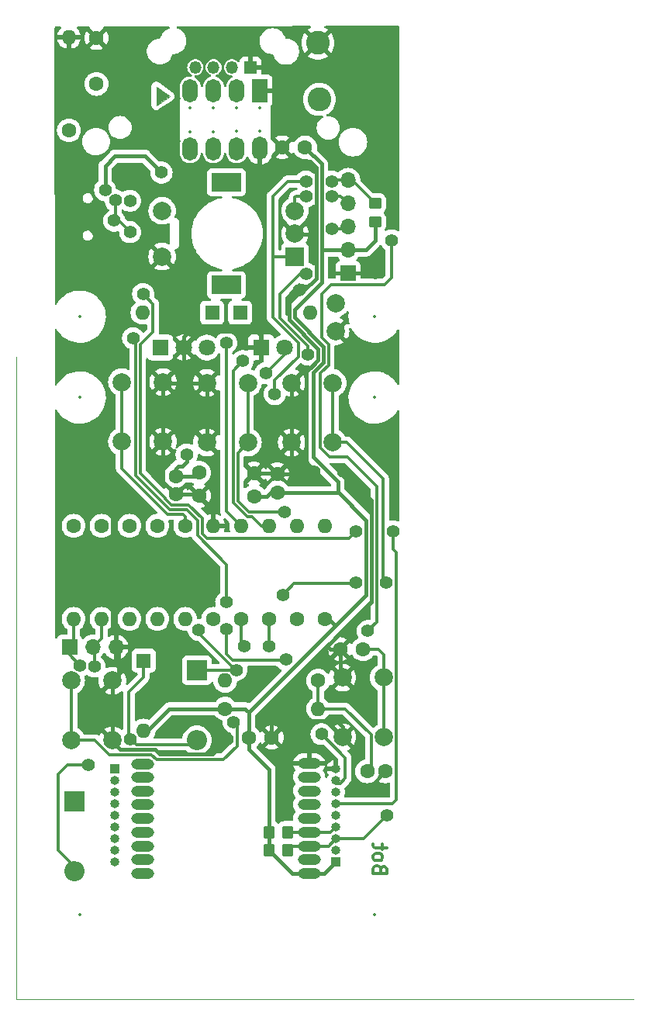
<source format=gbr>
G04 #@! TF.GenerationSoftware,KiCad,Pcbnew,7.0.1*
G04 #@! TF.CreationDate,2023-11-23T23:45:04+01:00*
G04 #@! TF.ProjectId,Spotify_controller,53706f74-6966-4795-9f63-6f6e74726f6c,rev?*
G04 #@! TF.SameCoordinates,Original*
G04 #@! TF.FileFunction,Copper,L2,Bot*
G04 #@! TF.FilePolarity,Positive*
%FSLAX46Y46*%
G04 Gerber Fmt 4.6, Leading zero omitted, Abs format (unit mm)*
G04 Created by KiCad (PCBNEW 7.0.1) date 2023-11-23 23:45:04*
%MOMM*%
%LPD*%
G01*
G04 APERTURE LIST*
G04 Aperture macros list*
%AMRoundRect*
0 Rectangle with rounded corners*
0 $1 Rounding radius*
0 $2 $3 $4 $5 $6 $7 $8 $9 X,Y pos of 4 corners*
0 Add a 4 corners polygon primitive as box body*
4,1,4,$2,$3,$4,$5,$6,$7,$8,$9,$2,$3,0*
0 Add four circle primitives for the rounded corners*
1,1,$1+$1,$2,$3*
1,1,$1+$1,$4,$5*
1,1,$1+$1,$6,$7*
1,1,$1+$1,$8,$9*
0 Add four rect primitives between the rounded corners*
20,1,$1+$1,$2,$3,$4,$5,0*
20,1,$1+$1,$4,$5,$6,$7,0*
20,1,$1+$1,$6,$7,$8,$9,0*
20,1,$1+$1,$8,$9,$2,$3,0*%
G04 Aperture macros list end*
G04 #@! TA.AperFunction,NonConductor*
%ADD10C,0.100000*%
G04 #@! TD*
%ADD11C,0.300000*%
G04 #@! TA.AperFunction,NonConductor*
%ADD12C,0.300000*%
G04 #@! TD*
G04 #@! TA.AperFunction,EtchedComponent*
%ADD13C,0.050000*%
G04 #@! TD*
G04 #@! TA.AperFunction,ComponentPad*
%ADD14C,1.600000*%
G04 #@! TD*
G04 #@! TA.AperFunction,ComponentPad*
%ADD15O,1.600000X1.600000*%
G04 #@! TD*
G04 #@! TA.AperFunction,ComponentPad*
%ADD16R,1.000000X1.000000*%
G04 #@! TD*
G04 #@! TA.AperFunction,ComponentPad*
%ADD17O,1.000000X1.000000*%
G04 #@! TD*
G04 #@! TA.AperFunction,ComponentPad*
%ADD18C,2.000000*%
G04 #@! TD*
G04 #@! TA.AperFunction,ComponentPad*
%ADD19R,1.800000X1.800000*%
G04 #@! TD*
G04 #@! TA.AperFunction,ComponentPad*
%ADD20C,1.800000*%
G04 #@! TD*
G04 #@! TA.AperFunction,ComponentPad*
%ADD21O,2.500000X1.200000*%
G04 #@! TD*
G04 #@! TA.AperFunction,ComponentPad*
%ADD22R,2.000000X2.000000*%
G04 #@! TD*
G04 #@! TA.AperFunction,ComponentPad*
%ADD23R,3.200000X2.000000*%
G04 #@! TD*
G04 #@! TA.AperFunction,ComponentPad*
%ADD24R,2.200000X2.200000*%
G04 #@! TD*
G04 #@! TA.AperFunction,ComponentPad*
%ADD25O,2.200000X2.200000*%
G04 #@! TD*
G04 #@! TA.AperFunction,ComponentPad*
%ADD26C,2.600000*%
G04 #@! TD*
G04 #@! TA.AperFunction,ComponentPad*
%ADD27R,1.600000X1.600000*%
G04 #@! TD*
G04 #@! TA.AperFunction,ComponentPad*
%ADD28R,1.700000X1.700000*%
G04 #@! TD*
G04 #@! TA.AperFunction,ComponentPad*
%ADD29O,1.700000X1.700000*%
G04 #@! TD*
G04 #@! TA.AperFunction,ComponentPad*
%ADD30R,1.700000X2.550000*%
G04 #@! TD*
G04 #@! TA.AperFunction,ComponentPad*
%ADD31R,1.350000X1.350000*%
G04 #@! TD*
G04 #@! TA.AperFunction,ComponentPad*
%ADD32O,1.700000X2.550000*%
G04 #@! TD*
G04 #@! TA.AperFunction,ComponentPad*
%ADD33O,1.350000X1.350000*%
G04 #@! TD*
G04 #@! TA.AperFunction,SMDPad,CuDef*
%ADD34RoundRect,0.250000X-0.350000X-0.450000X0.350000X-0.450000X0.350000X0.450000X-0.350000X0.450000X0*%
G04 #@! TD*
G04 #@! TA.AperFunction,SMDPad,CuDef*
%ADD35RoundRect,0.250000X0.450000X-0.350000X0.450000X0.350000X-0.450000X0.350000X-0.450000X-0.350000X0*%
G04 #@! TD*
G04 #@! TA.AperFunction,ViaPad*
%ADD36C,1.400000*%
G04 #@! TD*
G04 #@! TA.AperFunction,Conductor*
%ADD37C,0.400000*%
G04 #@! TD*
G04 #@! TA.AperFunction,Conductor*
%ADD38C,0.300000*%
G04 #@! TD*
%ADD39C,0.350000*%
%ADD40O,2.800000X1.500000*%
%ADD41C,0.099999*%
G04 APERTURE END LIST*
D10*
X24282400Y-148844000D02*
X91694000Y-148844000D01*
X24282400Y-78740000D02*
X24282400Y-148844000D01*
D11*
D12*
X64088285Y-134651857D02*
X64016857Y-134437571D01*
X64016857Y-134437571D02*
X63945428Y-134366142D01*
X63945428Y-134366142D02*
X63802571Y-134294714D01*
X63802571Y-134294714D02*
X63588285Y-134294714D01*
X63588285Y-134294714D02*
X63445428Y-134366142D01*
X63445428Y-134366142D02*
X63374000Y-134437571D01*
X63374000Y-134437571D02*
X63302571Y-134580428D01*
X63302571Y-134580428D02*
X63302571Y-135151857D01*
X63302571Y-135151857D02*
X64802571Y-135151857D01*
X64802571Y-135151857D02*
X64802571Y-134651857D01*
X64802571Y-134651857D02*
X64731142Y-134509000D01*
X64731142Y-134509000D02*
X64659714Y-134437571D01*
X64659714Y-134437571D02*
X64516857Y-134366142D01*
X64516857Y-134366142D02*
X64374000Y-134366142D01*
X64374000Y-134366142D02*
X64231142Y-134437571D01*
X64231142Y-134437571D02*
X64159714Y-134509000D01*
X64159714Y-134509000D02*
X64088285Y-134651857D01*
X64088285Y-134651857D02*
X64088285Y-135151857D01*
X63302571Y-133437571D02*
X63374000Y-133580428D01*
X63374000Y-133580428D02*
X63445428Y-133651857D01*
X63445428Y-133651857D02*
X63588285Y-133723285D01*
X63588285Y-133723285D02*
X64016857Y-133723285D01*
X64016857Y-133723285D02*
X64159714Y-133651857D01*
X64159714Y-133651857D02*
X64231142Y-133580428D01*
X64231142Y-133580428D02*
X64302571Y-133437571D01*
X64302571Y-133437571D02*
X64302571Y-133223285D01*
X64302571Y-133223285D02*
X64231142Y-133080428D01*
X64231142Y-133080428D02*
X64159714Y-133009000D01*
X64159714Y-133009000D02*
X64016857Y-132937571D01*
X64016857Y-132937571D02*
X63588285Y-132937571D01*
X63588285Y-132937571D02*
X63445428Y-133009000D01*
X63445428Y-133009000D02*
X63374000Y-133080428D01*
X63374000Y-133080428D02*
X63302571Y-133223285D01*
X63302571Y-133223285D02*
X63302571Y-133437571D01*
X64302571Y-132508999D02*
X64302571Y-131937571D01*
X64802571Y-132294714D02*
X63516857Y-132294714D01*
X63516857Y-132294714D02*
X63374000Y-132223285D01*
X63374000Y-132223285D02*
X63302571Y-132080428D01*
X63302571Y-132080428D02*
X63302571Y-131937571D01*
G04 #@! TO.C,J1*
D13*
X41079600Y-50313000D02*
X39606400Y-51278200D01*
X39606400Y-49246200D01*
X41079600Y-50313000D01*
G04 #@! TA.AperFunction,EtchedComponent*
G36*
X41079600Y-50313000D02*
G01*
X39606400Y-51278200D01*
X39606400Y-49246200D01*
X41079600Y-50313000D01*
G37*
G04 #@! TD.AperFunction*
G04 #@! TD*
D14*
G04 #@! TO.P,C5,1*
G04 #@! TO.N,GND*
X53360000Y-55880000D03*
G04 #@! TO.P,C5,2*
G04 #@! TO.N,+3V3*
X55860000Y-55880000D03*
G04 #@! TD*
G04 #@! TO.P,R4,1*
G04 #@! TO.N,+3V3*
X58013600Y-107340400D03*
D15*
G04 #@! TO.P,R4,2*
G04 #@! TO.N,/Boot*
X58013600Y-97180400D03*
G04 #@! TD*
D14*
G04 #@! TO.P,R2,1*
G04 #@! TO.N,/DUOLED_1*
X51917600Y-107340400D03*
D15*
G04 #@! TO.P,R2,2*
G04 #@! TO.N,Net-(D6-A-Pad1)*
X51917600Y-97180400D03*
G04 #@! TD*
D16*
G04 #@! TO.P,J6,1,Pin_1*
G04 #@! TO.N,/GPIO10*
X35102800Y-123708000D03*
D17*
G04 #@! TO.P,J6,2,Pin_2*
G04 #@! TO.N,/RX{slash}Button_Middle*
X35102800Y-124978000D03*
G04 #@! TO.P,J6,3,Pin_3*
G04 #@! TO.N,/TX{slash}Button_Right*
X35102800Y-126248000D03*
G04 #@! TO.P,J6,4,Pin_4*
G04 #@! TO.N,USB_DN*
X35102800Y-127518000D03*
G04 #@! TO.P,J6,5,Pin_5*
G04 #@! TO.N,USB_DP*
X35102800Y-128788000D03*
G04 #@! TO.P,J6,6,Pin_6*
G04 #@! TO.N,ENC_CLK*
X35102800Y-130058000D03*
G04 #@! TO.P,J6,7,Pin_7*
G04 #@! TO.N,/GPIO2{slash}LED*
X35102800Y-131328000D03*
G04 #@! TO.P,J6,8,Pin_8*
G04 #@! TO.N,/DUOLED_2*
X35102800Y-132598000D03*
G04 #@! TO.P,J6,9,Pin_9*
G04 #@! TO.N,/DUOLED_1*
X35102800Y-133868000D03*
G04 #@! TD*
D14*
G04 #@! TO.P,C4,1*
G04 #@! TO.N,+3V3*
X52832000Y-93539999D03*
G04 #@! TO.P,C4,2*
G04 #@! TO.N,GND*
X52832000Y-91539999D03*
G04 #@! TD*
D18*
G04 #@! TO.P,SW4,1,1*
G04 #@! TO.N,USR_BTN_RIGHT*
X58892000Y-81586000D03*
X58892000Y-88086000D03*
G04 #@! TO.P,SW4,2,2*
G04 #@! TO.N,GND*
X54392000Y-81586000D03*
X54392000Y-88086000D03*
G04 #@! TD*
G04 #@! TO.P,SW2,1,1*
G04 #@! TO.N,Net-(R7-Pad2)*
X30320000Y-120590000D03*
X30320000Y-114090000D03*
G04 #@! TO.P,SW2,2,2*
G04 #@! TO.N,GND*
X34820000Y-120590000D03*
X34820000Y-114090000D03*
G04 #@! TD*
D14*
G04 #@! TO.P,C11,1*
G04 #@! TO.N,GND*
X33070800Y-43950000D03*
G04 #@! TO.P,C11,2*
G04 #@! TO.N,Net-(J4-Shield)*
X33070800Y-48950000D03*
G04 #@! TD*
G04 #@! TO.P,C1,1*
G04 #@! TO.N,/5V_IN*
X41734001Y-91739998D03*
G04 #@! TO.P,C1,2*
G04 #@! TO.N,GND*
X41734001Y-93739998D03*
G04 #@! TD*
G04 #@! TO.P,R1,1*
G04 #@! TO.N,/GPIO2{slash}LED*
X54965600Y-107340400D03*
D15*
G04 #@! TO.P,R1,2*
G04 #@! TO.N,Net-(D1-A)*
X54965600Y-97180400D03*
G04 #@! TD*
D19*
G04 #@! TO.P,D1,1,K*
G04 #@! TO.N,GND*
X51054000Y-77712000D03*
D20*
G04 #@! TO.P,D1,2,A*
G04 #@! TO.N,Net-(D1-A)*
X53594000Y-77712000D03*
G04 #@! TD*
D21*
G04 #@! TO.P,U1,1,3V3*
G04 #@! TO.N,+3V3*
X56300000Y-135128000D03*
G04 #@! TO.P,U1,2,EN/CHIP_PU*
G04 #@! TO.N,/EN*
X56300000Y-133628000D03*
G04 #@! TO.P,U1,3,GPIO4/ADC1_CH4*
G04 #@! TO.N,ENC_DT*
X56300000Y-132138000D03*
G04 #@! TO.P,U1,4,GPIO5/ADC2_CH0*
G04 #@! TO.N,ENC_SW*
X56300000Y-130628000D03*
G04 #@! TO.P,U1,5,GPIO6*
G04 #@! TO.N,CLK{slash}SCL*
X56300000Y-129128000D03*
G04 #@! TO.P,U1,6,GPIO7*
G04 #@! TO.N,MOSI{slash}SDA*
X56300000Y-127628000D03*
G04 #@! TO.P,U1,7,GPIO8*
G04 #@! TO.N,/Button_Left*
X56300000Y-126128000D03*
G04 #@! TO.P,U1,8,GPIO9*
G04 #@! TO.N,/Boot*
X56300000Y-124628000D03*
G04 #@! TO.P,U1,9,GND*
G04 #@! TO.N,GND*
X56300000Y-123128000D03*
G04 #@! TO.P,U1,10,GPIO10*
G04 #@! TO.N,/GPIO10*
X38100000Y-123158000D03*
G04 #@! TO.P,U1,11,GPIO20/U0RXD*
G04 #@! TO.N,/RX{slash}Button_Middle*
X38100000Y-124628000D03*
G04 #@! TO.P,U1,12,GPIO21/U0TXD*
G04 #@! TO.N,/TX{slash}Button_Right*
X38100000Y-126128000D03*
G04 #@! TO.P,U1,13,GPIO18/USB_D-*
G04 #@! TO.N,USB_DN*
X38100000Y-127628000D03*
G04 #@! TO.P,U1,14,GPIO19/USB_D+*
G04 #@! TO.N,USB_DP*
X38100000Y-129128000D03*
G04 #@! TO.P,U1,15,GPIO3/ADC1_CH3*
G04 #@! TO.N,ENC_CLK*
X38100000Y-130628000D03*
G04 #@! TO.P,U1,16,GPIO2/ADC1_CH2*
G04 #@! TO.N,/GPIO2{slash}LED*
X38100000Y-132128000D03*
G04 #@! TO.P,U1,17,GPIO1/ADC1_CH1/XTAL_32K_N*
G04 #@! TO.N,/DUOLED_2*
X38100000Y-133628000D03*
G04 #@! TO.P,U1,18,GPIO0/ADC1_CH0/XTAL_32K_P*
G04 #@! TO.N,/DUOLED_1*
X38100000Y-135128000D03*
G04 #@! TD*
D22*
G04 #@! TO.P,SW6,A,A*
G04 #@! TO.N,ENC_CLK*
X54748000Y-67790000D03*
D18*
G04 #@! TO.P,SW6,B,B*
G04 #@! TO.N,ENC_DT*
X54748000Y-62790000D03*
G04 #@! TO.P,SW6,C,C*
G04 #@! TO.N,GND*
X54748000Y-65290000D03*
D23*
G04 #@! TO.P,SW6,MP*
G04 #@! TO.N,N/C*
X47248000Y-70890000D03*
X47248000Y-59690000D03*
D18*
G04 #@! TO.P,SW6,S1,S1*
G04 #@! TO.N,ENC_SW*
X40248000Y-62790000D03*
G04 #@! TO.P,SW6,S2,S2*
G04 #@! TO.N,GND*
X40248000Y-67790000D03*
G04 #@! TD*
D14*
G04 #@! TO.P,R10,1*
G04 #@! TO.N,/D+*
X39725600Y-97180400D03*
D15*
G04 #@! TO.P,R10,2*
G04 #@! TO.N,USB_DP*
X39725600Y-107340400D03*
G04 #@! TD*
D18*
G04 #@! TO.P,TP1,1,1*
G04 #@! TO.N,/VCC_{BAT}*
X59182000Y-72912000D03*
G04 #@! TD*
D24*
G04 #@! TO.P,D4,1,K*
G04 #@! TO.N,/GPIO2{slash}LED*
X30657800Y-127254000D03*
D25*
G04 #@! TO.P,D4,2,A*
G04 #@! TO.N,/Program1*
X30657800Y-134874000D03*
G04 #@! TD*
D14*
G04 #@! TO.P,R9,1*
G04 #@! TO.N,/D-*
X36677600Y-97180400D03*
D15*
G04 #@! TO.P,R9,2*
G04 #@! TO.N,USB_DN*
X36677600Y-107340400D03*
G04 #@! TD*
D26*
G04 #@! TO.P,3V3,1,1*
G04 #@! TO.N,+3V3*
X57429400Y-50647600D03*
G04 #@! TD*
D27*
G04 #@! TO.P,SW7,1*
G04 #@! TO.N,/Program1*
X38227000Y-111912400D03*
D15*
G04 #@! TO.P,SW7,2*
G04 #@! TO.N,+3V3*
X38227000Y-119532400D03*
G04 #@! TD*
D18*
G04 #@! TO.P,SW3,1,1*
G04 #@! TO.N,USR_BTN_LEFT*
X35850000Y-88000000D03*
X35850000Y-81500000D03*
G04 #@! TO.P,SW3,2,2*
G04 #@! TO.N,GND*
X40350000Y-88000000D03*
X40350000Y-81500000D03*
G04 #@! TD*
D19*
G04 #@! TO.P,D6,1,A*
G04 #@! TO.N,Net-(D6-A-Pad1)*
X40045800Y-77724000D03*
D20*
G04 #@! TO.P,D6,2,K*
G04 #@! TO.N,GND*
X42585800Y-77724000D03*
G04 #@! TO.P,D6,3,A*
G04 #@! TO.N,Net-(D6-A-Pad3)*
X45125800Y-77724000D03*
G04 #@! TD*
D14*
G04 #@! TO.P,C10,1*
G04 #@! TO.N,/EN*
X62636400Y-123977400D03*
G04 #@! TO.P,C10,2*
G04 #@! TO.N,GND*
X64636400Y-123977400D03*
G04 #@! TD*
D18*
G04 #@! TO.P,SW1,1,1*
G04 #@! TO.N,USR_BTN_MIDDLE*
X49621000Y-81586000D03*
X49621000Y-88086000D03*
G04 #@! TO.P,SW1,2,2*
G04 #@! TO.N,GND*
X45121000Y-81586000D03*
X45121000Y-88086000D03*
G04 #@! TD*
D16*
G04 #@! TO.P,J7,1,Pin_1*
G04 #@! TO.N,+3V3*
X59232800Y-133858000D03*
D17*
G04 #@! TO.P,J7,2,Pin_2*
G04 #@! TO.N,/EN*
X59232800Y-132588000D03*
G04 #@! TO.P,J7,3,Pin_3*
G04 #@! TO.N,ENC_DT*
X59232800Y-131318000D03*
G04 #@! TO.P,J7,4,Pin_4*
G04 #@! TO.N,ENC_SW*
X59232800Y-130048000D03*
G04 #@! TO.P,J7,5,Pin_5*
G04 #@! TO.N,CLK{slash}SCL*
X59232800Y-128778000D03*
G04 #@! TO.P,J7,6,Pin_6*
G04 #@! TO.N,MOSI{slash}SDA*
X59232800Y-127508000D03*
G04 #@! TO.P,J7,7,Pin_7*
G04 #@! TO.N,/Button_Left*
X59232800Y-126238000D03*
G04 #@! TO.P,J7,8,Pin_8*
G04 #@! TO.N,/Boot*
X59232800Y-124968000D03*
G04 #@! TO.P,J7,9,Pin_9*
G04 #@! TO.N,GND*
X59232800Y-123698000D03*
G04 #@! TD*
D14*
G04 #@! TO.P,R16,1*
G04 #@! TO.N,USR_BTN_RIGHT*
X30581600Y-97180400D03*
D15*
G04 #@! TO.P,R16,2*
G04 #@! TO.N,/TX{slash}Button_Right*
X30581600Y-107340400D03*
G04 #@! TD*
D14*
G04 #@! TO.P,R11,1*
G04 #@! TO.N,USR_BTN_LEFT*
X42773600Y-97180400D03*
D15*
G04 #@! TO.P,R11,2*
G04 #@! TO.N,/Button_Left*
X42773600Y-107340400D03*
G04 #@! TD*
D14*
G04 #@! TO.P,C12,1*
G04 #@! TO.N,GND*
X59690000Y-110650000D03*
G04 #@! TO.P,C12,2*
G04 #@! TO.N,/Boot*
X62190000Y-110650000D03*
G04 #@! TD*
D26*
G04 #@! TO.P,GND1,1,1*
G04 #@! TO.N,GND*
X57251600Y-44475400D03*
G04 #@! TD*
D14*
G04 #@! TO.P,R6,1*
G04 #@! TO.N,/GPIO10*
X45821600Y-107340400D03*
D15*
G04 #@! TO.P,R6,2*
G04 #@! TO.N,GND*
X45821600Y-97180400D03*
G04 #@! TD*
D14*
G04 #@! TO.P,R3,1*
G04 #@! TO.N,/DUOLED_2*
X48869600Y-107340400D03*
D15*
G04 #@! TO.P,R3,2*
G04 #@! TO.N,Net-(D6-A-Pad3)*
X48869600Y-97180400D03*
G04 #@! TD*
D18*
G04 #@! TO.P,SW5,1,1*
G04 #@! TO.N,/Boot*
X64440000Y-113749100D03*
X64440000Y-120249100D03*
G04 #@! TO.P,SW5,2,2*
G04 #@! TO.N,GND*
X59940000Y-113749100D03*
X59940000Y-120249100D03*
G04 #@! TD*
G04 #@! TO.P,TP2,1,1*
G04 #@! TO.N,GND*
X59182000Y-75946000D03*
G04 #@! TD*
D14*
G04 #@! TO.P,C6,1*
G04 #@! TO.N,+3V3*
X49718600Y-120276600D03*
G04 #@! TO.P,C6,2*
G04 #@! TO.N,GND*
X52218600Y-120276600D03*
G04 #@! TD*
G04 #@! TO.P,R5,1*
G04 #@! TO.N,+3V3*
X47127801Y-117152400D03*
D15*
G04 #@! TO.P,R5,2*
G04 #@! TO.N,/EN*
X57287801Y-117152400D03*
G04 #@! TD*
D27*
G04 #@! TO.P,D3,1,K*
G04 #@! TO.N,/5V_IN*
X45720000Y-73914000D03*
D15*
G04 #@! TO.P,D3,2,A*
G04 #@! TO.N,VBUS*
X38100000Y-73914000D03*
G04 #@! TD*
D14*
G04 #@! TO.P,R15,1*
G04 #@! TO.N,USR_BTN_MIDDLE*
X33629600Y-97180400D03*
D15*
G04 #@! TO.P,R15,2*
G04 #@! TO.N,/RX{slash}Button_Middle*
X33629600Y-107340400D03*
G04 #@! TD*
D28*
G04 #@! TO.P,J3,1,Pin_1*
G04 #@! TO.N,GND*
X60540000Y-69640000D03*
D29*
G04 #@! TO.P,J3,2,Pin_2*
G04 #@! TO.N,+3V3*
X60540000Y-67100000D03*
G04 #@! TO.P,J3,3,Pin_3*
G04 #@! TO.N,ENC_SW*
X60540000Y-64560000D03*
G04 #@! TO.P,J3,4,Pin_4*
G04 #@! TO.N,ENC_DT*
X60540000Y-62020000D03*
G04 #@! TO.P,J3,5,Pin_5*
G04 #@! TO.N,ENC_CLK*
X60540000Y-59480000D03*
G04 #@! TD*
D14*
G04 #@! TO.P,C2,1*
G04 #@! TO.N,/5V_IN*
X44274001Y-91399999D03*
G04 #@! TO.P,C2,2*
G04 #@! TO.N,GND*
X44274001Y-93899999D03*
G04 #@! TD*
D28*
G04 #@! TO.P,J5,1,Pin_1*
G04 #@! TO.N,/TX{slash}Button_Right*
X30124400Y-110413800D03*
D29*
G04 #@! TO.P,J5,2,Pin_2*
G04 #@! TO.N,/RX{slash}Button_Middle*
X32664400Y-110413800D03*
G04 #@! TO.P,J5,3,Pin_3*
G04 #@! TO.N,GND*
X35204400Y-110413800D03*
G04 #@! TD*
D14*
G04 #@! TO.P,C3,1*
G04 #@! TO.N,+3V3*
X50284001Y-93980000D03*
G04 #@! TO.P,C3,2*
G04 #@! TO.N,GND*
X50284001Y-91480000D03*
G04 #@! TD*
D30*
G04 #@! TO.P,J1,1,Pin_1*
G04 #@! TO.N,GND*
X50927000Y-49717400D03*
D31*
X49869200Y-47142400D03*
D32*
G04 #@! TO.P,J1,2,Pin_2*
G04 #@! TO.N,/D+*
X48387000Y-49717400D03*
D33*
X47869200Y-47142400D03*
G04 #@! TO.P,J1,3,Pin_3*
G04 #@! TO.N,/D-*
X45869200Y-47142400D03*
D32*
X45847000Y-49717400D03*
D33*
G04 #@! TO.P,J1,4,Pin_4*
G04 #@! TO.N,VBUS*
X43869200Y-47142400D03*
D32*
X43307000Y-49717400D03*
G04 #@! TO.P,J1,5,Pin_5*
G04 #@! TO.N,GND*
X50927000Y-55997400D03*
G04 #@! TO.P,J1,6,Pin_6*
G04 #@! TO.N,+3V3*
X48387000Y-56037400D03*
G04 #@! TO.P,J1,7,Pin_7*
G04 #@! TO.N,CLK{slash}SCL*
X45847000Y-56037400D03*
G04 #@! TO.P,J1,8,Pin_8*
G04 #@! TO.N,MOSI{slash}SDA*
X43307000Y-56037400D03*
G04 #@! TD*
D24*
G04 #@! TO.P,D5,1,K*
G04 #@! TO.N,/Button_Left*
X44043600Y-112953800D03*
D25*
G04 #@! TO.P,D5,2,A*
G04 #@! TO.N,/Program1*
X44043600Y-120573800D03*
G04 #@! TD*
D27*
G04 #@! TO.P,D2,1,K*
G04 #@! TO.N,/5V_IN*
X48768000Y-73914000D03*
D15*
G04 #@! TO.P,D2,2,A*
G04 #@! TO.N,/VCC_{BAT}*
X56388000Y-73914000D03*
G04 #@! TD*
D14*
G04 #@! TO.P,R8,1*
G04 #@! TO.N,Net-(J4-Shield)*
X30070000Y-54019999D03*
D15*
G04 #@! TO.P,R8,2*
G04 #@! TO.N,GND*
X30070000Y-43859999D03*
G04 #@! TD*
D14*
G04 #@! TO.P,R7,1*
G04 #@! TO.N,/EN*
X57280000Y-114090000D03*
D15*
G04 #@! TO.P,R7,2*
G04 #@! TO.N,Net-(R7-Pad2)*
X47120000Y-114090000D03*
G04 #@! TD*
D34*
G04 #@! TO.P,R14,1*
G04 #@! TO.N,+3V3*
X51933600Y-130606800D03*
G04 #@! TO.P,R14,2*
G04 #@! TO.N,ENC_SW*
X53933600Y-130606800D03*
G04 #@! TD*
G04 #@! TO.P,R12,1*
G04 #@! TO.N,+3V3*
X51933600Y-132588000D03*
G04 #@! TO.P,R12,2*
G04 #@! TO.N,ENC_DT*
X53933600Y-132588000D03*
G04 #@! TD*
D35*
G04 #@! TO.P,R13,1*
G04 #@! TO.N,+3V3*
X63500000Y-63992000D03*
G04 #@! TO.P,R13,2*
G04 #@! TO.N,ENC_CLK*
X63500000Y-61992000D03*
G04 #@! TD*
D36*
G04 #@! TO.N,/5V_IN*
X42926000Y-89408000D03*
G04 #@! TO.N,GND*
X47362900Y-120514900D03*
X60060211Y-91302211D03*
X55229536Y-71485536D03*
X49276000Y-75946000D03*
X63500000Y-69596000D03*
X56812026Y-91302211D03*
X34544000Y-93218000D03*
G04 #@! TO.N,/Boot*
X57658000Y-119913400D03*
G04 #@! TO.N,Net-(D1-A)*
X51562000Y-80518000D03*
G04 #@! TO.N,VBUS*
X34016436Y-60536347D03*
X40182800Y-58623200D03*
G04 #@! TO.N,ENC_CLK*
X52549615Y-82804000D03*
X58757500Y-59614497D03*
X55958500Y-59614497D03*
G04 #@! TO.N,ENC_DT*
X58757500Y-61214000D03*
X64820800Y-128778000D03*
X65278000Y-66040000D03*
X55958500Y-61214000D03*
X62687200Y-108661200D03*
G04 #@! TO.N,ENC_SW*
X58757500Y-64770000D03*
X55958500Y-69664524D03*
X56170500Y-78486000D03*
G04 #@! TO.N,MOSI{slash}SDA*
X38167000Y-71882000D03*
X65430400Y-97790000D03*
X61441000Y-97790000D03*
G04 #@! TO.N,CLK{slash}SCL*
X37076645Y-76701176D03*
X47252214Y-108466215D03*
X53746400Y-111760000D03*
X47244000Y-105511600D03*
G04 #@! TO.N,Net-(R7-Pad2)*
X48040268Y-118603602D03*
G04 #@! TO.N,/D-*
X36752241Y-61705251D03*
G04 #@! TO.N,/D+*
X35153338Y-61661452D03*
X36748500Y-65125600D03*
X35018500Y-63872000D03*
G04 #@! TO.N,/Program1*
X36753800Y-120499100D03*
X32156500Y-123288365D03*
G04 #@! TO.N,Net-(D6-A-Pad1)*
X49047400Y-79197200D03*
G04 #@! TO.N,Net-(D6-A-Pad3)*
X47244000Y-77216000D03*
G04 #@! TO.N,/Button_Left*
X44246800Y-108534200D03*
X48344131Y-112911100D03*
G04 #@! TO.N,/TX{slash}Button_Right*
X31281704Y-112451941D03*
G04 #@! TO.N,/RX{slash}Button_Middle*
X32878119Y-112551262D03*
G04 #@! TO.N,/DUOLED_1*
X51917600Y-110286900D03*
G04 #@! TO.N,/DUOLED_2*
X49199800Y-110286900D03*
G04 #@! TO.N,USR_BTN_MIDDLE*
X53594000Y-95707200D03*
G04 #@! TO.N,USR_BTN_RIGHT*
X61441000Y-103378000D03*
X64740500Y-103378000D03*
X53410691Y-104718691D03*
G04 #@! TD*
D37*
G04 #@! TO.N,/5V_IN*
X41988001Y-90678000D02*
X41734001Y-90932000D01*
X42926000Y-90170000D02*
X42418000Y-90678000D01*
X43934002Y-91739998D02*
X44274001Y-91399999D01*
X42926000Y-89408000D02*
X42926000Y-90170000D01*
X42418000Y-90678000D02*
X41988001Y-90678000D01*
X41734001Y-90932000D02*
X41734001Y-91739998D01*
X41734001Y-91739998D02*
X43934002Y-91739998D01*
G04 #@! TO.N,GND*
X42569000Y-81483000D02*
X42569000Y-77732000D01*
X52218600Y-120276600D02*
X52218600Y-116437400D01*
X63140500Y-105515500D02*
X63140500Y-94382500D01*
X57270000Y-77883076D02*
X57270000Y-79091415D01*
X52218600Y-116437400D02*
X58293000Y-110363000D01*
X51816000Y-91480000D02*
X52772001Y-91480000D01*
X50284001Y-91480000D02*
X51816000Y-91480000D01*
X54392000Y-91404000D02*
X54356000Y-91440000D01*
X40350000Y-92355997D02*
X41734001Y-93739998D01*
X45121000Y-81586000D02*
X45121000Y-88086000D01*
X56007000Y-80354415D02*
X56007000Y-90497185D01*
X56388000Y-57404000D02*
X57058000Y-58074000D01*
X40350000Y-81586000D02*
X40350000Y-88086000D01*
X49276000Y-75946000D02*
X50546000Y-75946000D01*
X56812026Y-91302211D02*
X56574238Y-91539999D01*
X63456000Y-69640000D02*
X63500000Y-69596000D01*
X34829600Y-93503600D02*
X34544000Y-93218000D01*
X42569000Y-81483000D02*
X42672000Y-81586000D01*
X51054000Y-76454000D02*
X51054000Y-77712000D01*
X56574238Y-91539999D02*
X54610000Y-91539999D01*
X54300000Y-65350000D02*
X56824000Y-65350000D01*
X39446200Y-121598600D02*
X39979600Y-122132000D01*
X43180000Y-75946000D02*
X42569000Y-76557000D01*
X54102000Y-72613072D02*
X54102000Y-74715076D01*
X42569000Y-76557000D02*
X42569000Y-77707200D01*
X54392000Y-88086000D02*
X54392000Y-81586000D01*
X35204400Y-110413800D02*
X35483800Y-110693200D01*
X56007000Y-90497185D02*
X56812026Y-91302211D01*
X49276000Y-75946000D02*
X43180000Y-75946000D01*
X42569000Y-77707200D02*
X42585800Y-77724000D01*
X51816000Y-91480000D02*
X52873601Y-91480000D01*
X54610000Y-91539999D02*
X52933600Y-91539999D01*
X52704002Y-91480000D02*
X52764001Y-91539999D01*
X56254000Y-80107415D02*
X56623707Y-79737707D01*
X54029600Y-118465600D02*
X59283600Y-118465600D01*
X53360000Y-55880000D02*
X54884000Y-57404000D01*
X39979600Y-122132000D02*
X45745800Y-122132000D01*
X59283600Y-118465600D02*
X59940000Y-119122000D01*
X55768464Y-71485536D02*
X57058000Y-70196000D01*
X52772001Y-91480000D02*
X52832000Y-91539999D01*
X35483800Y-110693200D02*
X35483800Y-113426200D01*
X34820000Y-120590000D02*
X34820000Y-120773600D01*
X53848000Y-91539999D02*
X52832000Y-91539999D01*
X59940000Y-119122000D02*
X59940000Y-120249100D01*
X52873601Y-91480000D02*
X52933600Y-91539999D01*
X35645000Y-121598600D02*
X39446200Y-121598600D01*
X54256001Y-91539999D02*
X54102000Y-91539999D01*
X34829600Y-108134000D02*
X34829600Y-93503600D01*
X44114000Y-93739998D02*
X44274001Y-93899999D01*
X54102000Y-74715076D02*
X57270000Y-77883076D01*
X54356000Y-91440000D02*
X54256001Y-91539999D01*
X34820000Y-120590000D02*
X34820000Y-114090000D01*
X53848000Y-91539999D02*
X52764001Y-91539999D01*
X35204400Y-110413800D02*
X35204400Y-108508800D01*
X54392000Y-88086000D02*
X54392000Y-91404000D01*
X50546000Y-75946000D02*
X51054000Y-76454000D01*
X57270000Y-79091415D02*
X56623707Y-79737707D01*
X40350000Y-81586000D02*
X42672000Y-81586000D01*
X59690000Y-110650000D02*
X58580000Y-110650000D01*
X56254000Y-80107415D02*
X56007000Y-80354415D01*
X63140500Y-94382500D02*
X60060211Y-91302211D01*
X59690000Y-110650000D02*
X59690000Y-113499100D01*
X41734001Y-93739998D02*
X44114000Y-93739998D01*
X35204400Y-108508800D02*
X34829600Y-108134000D01*
X52218600Y-120276600D02*
X54029600Y-118465600D01*
X45745800Y-122132000D02*
X47362900Y-120514900D01*
X42672000Y-81586000D02*
X45121000Y-81586000D01*
X34820000Y-120773600D02*
X35645000Y-121598600D01*
X54884000Y-57404000D02*
X56388000Y-57404000D01*
X59690000Y-113499100D02*
X59940000Y-113749100D01*
X55229536Y-71485536D02*
X55768464Y-71485536D01*
X55229536Y-71485536D02*
X54102000Y-72613072D01*
X57270000Y-79091415D02*
X56254000Y-80107415D01*
X42569000Y-76557000D02*
X42569000Y-77732000D01*
X51816000Y-91480000D02*
X52704002Y-91480000D01*
X35483800Y-113426200D02*
X34820000Y-114090000D01*
X58293000Y-110363000D02*
X63140500Y-105515500D01*
X58580000Y-110650000D02*
X58293000Y-110363000D01*
X40350000Y-88086000D02*
X40350000Y-92355997D01*
X54102000Y-91539999D02*
X53848000Y-91539999D01*
X57058000Y-70196000D02*
X57058000Y-58074000D01*
X54610000Y-91539999D02*
X54102000Y-91539999D01*
X60540000Y-69640000D02*
X63456000Y-69640000D01*
G04 #@! TO.N,+3V3*
X63500000Y-63992000D02*
X63500000Y-66084000D01*
X54702000Y-73568000D02*
X57658000Y-70612000D01*
X52070000Y-93539999D02*
X52832000Y-93539999D01*
X56769000Y-80440943D02*
X57870000Y-79339943D01*
X54702000Y-74466548D02*
X54702000Y-73568000D01*
X57870000Y-79339943D02*
X57870000Y-77634548D01*
X47127801Y-117152400D02*
X41038800Y-117152400D01*
X51933600Y-130606800D02*
X51933600Y-123815600D01*
X56300000Y-135128000D02*
X57962800Y-135128000D01*
X62540500Y-104729300D02*
X62540500Y-96576500D01*
X38658800Y-119532400D02*
X38227000Y-119532400D01*
X57658000Y-67056000D02*
X57658000Y-57678000D01*
X57658000Y-70612000D02*
X57658000Y-67056000D01*
X57658000Y-93539999D02*
X59368001Y-93539999D01*
X58470800Y-107340400D02*
X59131200Y-108000800D01*
X41038800Y-117152400D02*
X38658800Y-119532400D01*
X53848000Y-93539999D02*
X58420000Y-93539999D01*
X59436000Y-92370550D02*
X56769000Y-89703550D01*
X52070000Y-93539999D02*
X52933600Y-93539999D01*
X49718600Y-120276600D02*
X49718600Y-117551200D01*
X59368001Y-93539999D02*
X59436000Y-93472000D01*
X47127801Y-117152400D02*
X49319800Y-117152400D01*
X57962800Y-135128000D02*
X59232800Y-133858000D01*
X57702000Y-67100000D02*
X57658000Y-67056000D01*
X49319800Y-117152400D02*
X49718600Y-117551200D01*
X57870000Y-77634548D02*
X54702000Y-74466548D01*
X54457600Y-135128000D02*
X54737000Y-135128000D01*
X51933600Y-132588000D02*
X51933600Y-130606800D01*
X63500000Y-66084000D02*
X62484000Y-67100000D01*
X54737000Y-135128000D02*
X56300000Y-135128000D01*
X58013600Y-107340400D02*
X58470800Y-107340400D01*
X49718600Y-117551200D02*
X62540500Y-104729300D01*
X59436000Y-93472000D02*
X59436000Y-92370550D01*
X51933600Y-123815600D02*
X49718600Y-121600600D01*
X57658000Y-57678000D02*
X55860000Y-55880000D01*
X49718600Y-121600600D02*
X49718600Y-120276600D01*
X51629999Y-93980000D02*
X50284001Y-93980000D01*
X62484000Y-67100000D02*
X60540000Y-67100000D01*
X62540500Y-96576500D02*
X59436000Y-93472000D01*
X52933600Y-93539999D02*
X53848000Y-93539999D01*
X51629999Y-93980000D02*
X52070000Y-93539999D01*
X57658000Y-93539999D02*
X58420000Y-93539999D01*
X60540000Y-67100000D02*
X57702000Y-67100000D01*
X53848000Y-93539999D02*
X52832000Y-93539999D01*
X51933600Y-132588000D02*
X51933600Y-132604000D01*
X51933600Y-132604000D02*
X54457600Y-135128000D01*
X56769000Y-89703550D02*
X56769000Y-80440943D01*
D38*
G04 #@! TO.N,/Boot*
X59537600Y-125272800D02*
X59232800Y-124968000D01*
X64440000Y-113749100D02*
X64440000Y-120249100D01*
X64440000Y-111226800D02*
X64440000Y-113749100D01*
X60255800Y-124757800D02*
X59740800Y-125272800D01*
X59740800Y-125272800D02*
X59537600Y-125272800D01*
X57658000Y-119913400D02*
X60255800Y-122511200D01*
X60255800Y-122511200D02*
X60255800Y-124757800D01*
X59359800Y-125272800D02*
X59740800Y-125272800D01*
X62190000Y-110650000D02*
X63863200Y-110650000D01*
X63863200Y-110650000D02*
X64440000Y-111226800D01*
G04 #@! TO.N,Net-(D1-A)*
X53594000Y-78486000D02*
X53594000Y-77712000D01*
X51562000Y-80518000D02*
X53594000Y-78486000D01*
D37*
G04 #@! TO.N,VBUS*
X34016436Y-57880764D02*
X35052000Y-56845200D01*
X34016436Y-60536347D02*
X34016436Y-57880764D01*
X35052000Y-56845200D02*
X38404800Y-56845200D01*
X38404800Y-56845200D02*
X40182800Y-58623200D01*
D38*
G04 #@! TO.N,ENC_CLK*
X52324000Y-74422000D02*
X52324000Y-67818000D01*
X52324000Y-67818000D02*
X52324000Y-61214000D01*
X60540000Y-59480000D02*
X60988000Y-59480000D01*
X54748000Y-67790000D02*
X52352000Y-67790000D01*
X58757500Y-59614497D02*
X58891997Y-59480000D01*
X52549615Y-81308385D02*
X55118000Y-78740000D01*
X55118000Y-78740000D02*
X55118000Y-77216000D01*
X58891997Y-59480000D02*
X60540000Y-59480000D01*
X52352000Y-67790000D02*
X52324000Y-67818000D01*
X52324000Y-61214000D02*
X53923503Y-59614497D01*
X55958500Y-59614497D02*
X53923503Y-59614497D01*
X60988000Y-59480000D02*
X63500000Y-61992000D01*
X55118000Y-77216000D02*
X52324000Y-74422000D01*
X52549615Y-82804000D02*
X52549615Y-81308385D01*
G04 #@! TO.N,ENC_DT*
X58558811Y-89662000D02*
X60452000Y-89662000D01*
X60452000Y-89662000D02*
X63690500Y-92900500D01*
X63690500Y-107657900D02*
X62687200Y-108661200D01*
X54813200Y-132138000D02*
X55041800Y-132138000D01*
X64516000Y-70866000D02*
X58674000Y-70866000D01*
X58674000Y-70866000D02*
X57658000Y-71882000D01*
X57658000Y-71882000D02*
X57658000Y-76644730D01*
X58420000Y-79636000D02*
X57665000Y-80391000D01*
X65278000Y-70104000D02*
X64516000Y-70866000D01*
X54864000Y-61214000D02*
X54737000Y-61341000D01*
X65278000Y-66040000D02*
X65278000Y-70104000D01*
X55041800Y-132138000D02*
X56300000Y-132138000D01*
X59232800Y-131318000D02*
X62280800Y-131318000D01*
X57658000Y-80391000D02*
X57542000Y-80507000D01*
X54748000Y-61352000D02*
X54748000Y-62790000D01*
X58757500Y-61214000D02*
X59734000Y-61214000D01*
X58420000Y-77406730D02*
X58420000Y-79636000D01*
X57542000Y-88645189D02*
X58558811Y-89662000D01*
X55958500Y-61214000D02*
X54864000Y-61214000D01*
X57542000Y-80507000D02*
X57542000Y-88645189D01*
X55041800Y-132138000D02*
X58412800Y-132138000D01*
X54383600Y-132138000D02*
X54813200Y-132138000D01*
X59734000Y-61214000D02*
X60540000Y-62020000D01*
X63690500Y-92900500D02*
X63690500Y-107657900D01*
X57658000Y-76644730D02*
X58420000Y-77406730D01*
X62280800Y-131318000D02*
X64820800Y-128778000D01*
X57665000Y-80391000D02*
X57658000Y-80391000D01*
X54737000Y-61341000D02*
X54748000Y-61352000D01*
X53933600Y-132588000D02*
X54383600Y-132138000D01*
X58412800Y-132138000D02*
X59232800Y-131318000D01*
G04 #@! TO.N,ENC_SW*
X58216800Y-130628000D02*
X58652800Y-130628000D01*
X53954800Y-130628000D02*
X54559200Y-130628000D01*
X56300000Y-130628000D02*
X58216800Y-130628000D01*
X58216800Y-130628000D02*
X58495400Y-130628000D01*
X56170500Y-77561394D02*
X53086000Y-74476894D01*
X60330000Y-64770000D02*
X60540000Y-64560000D01*
X56170500Y-78486000D02*
X56170500Y-77561394D01*
X53086000Y-74476894D02*
X53086000Y-71882000D01*
X53086000Y-71882000D02*
X55303476Y-69664524D01*
X56300000Y-130628000D02*
X54864000Y-130628000D01*
X58652800Y-130628000D02*
X59232800Y-130048000D01*
X55303476Y-69664524D02*
X55958500Y-69664524D01*
X58757500Y-64770000D02*
X60330000Y-64770000D01*
X54864000Y-130628000D02*
X54559200Y-130628000D01*
X53933600Y-130606800D02*
X53954800Y-130628000D01*
G04 #@! TO.N,MOSI{slash}SDA*
X41257655Y-94889998D02*
X43124798Y-94889998D01*
X65430400Y-99720400D02*
X65790000Y-100080000D01*
X40584001Y-94193819D02*
X40584001Y-94216344D01*
X44602400Y-96367600D02*
X44602400Y-98044000D01*
X60679000Y-98552000D02*
X61441000Y-97790000D01*
X37846000Y-91455818D02*
X40584001Y-94193819D01*
X45110400Y-98552000D02*
X60679000Y-98552000D01*
X65790000Y-127123000D02*
X65405000Y-127508000D01*
X38167000Y-71882000D02*
X39250000Y-72965000D01*
X65405000Y-127508000D02*
X59232800Y-127508000D01*
X44602400Y-98044000D02*
X45110400Y-98552000D01*
X39250000Y-76011000D02*
X37846000Y-77415000D01*
X43124798Y-94889998D02*
X44602400Y-96367600D01*
X37846000Y-77415000D02*
X37846000Y-91455818D01*
X65430400Y-97790000D02*
X65430400Y-99720400D01*
X65790000Y-100080000D02*
X65790000Y-127123000D01*
X40584001Y-94216344D02*
X41257655Y-94889998D01*
X39250000Y-72965000D02*
X39250000Y-76011000D01*
G04 #@! TO.N,CLK{slash}SCL*
X42917692Y-95389998D02*
X41050549Y-95389998D01*
X47252214Y-111158614D02*
X47921100Y-111827500D01*
X37346000Y-91685449D02*
X37346000Y-76970531D01*
X44102400Y-96574706D02*
X42917692Y-95389998D01*
X47244000Y-105511600D02*
X47244000Y-101392706D01*
X41050549Y-95389998D02*
X37346000Y-91685449D01*
X47244000Y-101392706D02*
X44102400Y-98251106D01*
X47252214Y-108466215D02*
X47252214Y-111158614D01*
X37346000Y-76970531D02*
X37076645Y-76701176D01*
X53678900Y-111827500D02*
X53746400Y-111760000D01*
X47921100Y-111827500D02*
X53678900Y-111827500D01*
X44102400Y-98251106D02*
X44102400Y-96574706D01*
G04 #@! TO.N,Net-(R7-Pad2)*
X39617503Y-122682000D02*
X46939200Y-122682000D01*
X30320000Y-120590000D02*
X32910811Y-120590000D01*
X34468911Y-122148100D02*
X39083603Y-122148100D01*
X30320000Y-120590000D02*
X30320000Y-114090000D01*
X48412400Y-121208800D02*
X48412400Y-118975734D01*
X32910811Y-120590000D02*
X34468911Y-122148100D01*
X39083603Y-122148100D02*
X39617503Y-122682000D01*
X48412400Y-118975734D02*
X48040268Y-118603602D01*
X46939200Y-122682000D02*
X48412400Y-121208800D01*
G04 #@! TO.N,/D+*
X35018500Y-63872000D02*
X35494900Y-63872000D01*
X35153338Y-63737162D02*
X35153338Y-61661452D01*
X35018500Y-63872000D02*
X35153338Y-63737162D01*
X35494900Y-63872000D02*
X36748500Y-65125600D01*
G04 #@! TO.N,/Program1*
X32156500Y-123288365D02*
X29924435Y-123288365D01*
X36626800Y-120218200D02*
X37033200Y-120624600D01*
X28879800Y-132562600D02*
X30657800Y-134340600D01*
X38227000Y-113690400D02*
X36626800Y-115290600D01*
X29924435Y-123288365D02*
X28879800Y-124333000D01*
X28879800Y-124333000D02*
X28879800Y-132562600D01*
X37457200Y-121048600D02*
X43568800Y-121048600D01*
X38227000Y-111912400D02*
X38227000Y-113690400D01*
X30657800Y-134340600D02*
X30657800Y-134874000D01*
X36879300Y-120624600D02*
X36753800Y-120499100D01*
X37033200Y-120624600D02*
X37457200Y-121048600D01*
X36626800Y-115290600D02*
X36626800Y-120218200D01*
X37033200Y-120624600D02*
X36879300Y-120624600D01*
X43568800Y-121048600D02*
X44043600Y-120573800D01*
G04 #@! TO.N,Net-(D6-A-Pad1)*
X48006000Y-94687107D02*
X49510310Y-96191416D01*
X49047400Y-79197200D02*
X48006000Y-80238600D01*
X50065016Y-96191416D02*
X51054000Y-97180400D01*
X48006000Y-80238600D02*
X48006000Y-94687107D01*
X49510310Y-96191416D02*
X50065016Y-96191416D01*
X51054000Y-97180400D02*
X51917600Y-97180400D01*
G04 #@! TO.N,Net-(D6-A-Pad3)*
X48869600Y-97180400D02*
X47244000Y-95554800D01*
X47244000Y-95554800D02*
X47244000Y-77216000D01*
G04 #@! TO.N,/EN*
X63090000Y-119986000D02*
X63090000Y-123523800D01*
X63090000Y-123523800D02*
X62636400Y-123977400D01*
X57287801Y-117152400D02*
X57287801Y-114097801D01*
X57287801Y-114097801D02*
X57280000Y-114090000D01*
X57287801Y-117152400D02*
X60256400Y-117152400D01*
X60256400Y-117152400D02*
X63090000Y-119986000D01*
G04 #@! TO.N,/Button_Left*
X44246800Y-108860306D02*
X48297594Y-112911100D01*
X44043600Y-112953800D02*
X44086300Y-112911100D01*
X48297594Y-112911100D02*
X48344131Y-112911100D01*
X44086300Y-112911100D02*
X48344131Y-112911100D01*
X44246800Y-108534200D02*
X44246800Y-108860306D01*
G04 #@! TO.N,/TX{slash}Button_Right*
X30581600Y-109956600D02*
X30124400Y-110413800D01*
X31281704Y-112451941D02*
X30124400Y-111294637D01*
X30581600Y-107340400D02*
X30581600Y-109956600D01*
X30124400Y-111294637D02*
X30124400Y-110413800D01*
G04 #@! TO.N,/RX{slash}Button_Middle*
X33629600Y-109448600D02*
X32664400Y-110413800D01*
X32878119Y-112551262D02*
X32878119Y-110627519D01*
X33629600Y-107340400D02*
X33629600Y-109448600D01*
X32878119Y-110627519D02*
X32664400Y-110413800D01*
G04 #@! TO.N,/DUOLED_1*
X51917600Y-110286900D02*
X51917600Y-107340400D01*
G04 #@! TO.N,/DUOLED_2*
X48869600Y-109956700D02*
X48869600Y-107340400D01*
X49199800Y-110286900D02*
X48869600Y-109956700D01*
G04 #@! TO.N,USR_BTN_LEFT*
X42773600Y-97180400D02*
X42773600Y-96164400D01*
X40843443Y-95889998D02*
X35850000Y-90896555D01*
X42499198Y-95889998D02*
X40843443Y-95889998D01*
X35850000Y-81586000D02*
X35850000Y-88086000D01*
X42773600Y-96164400D02*
X42499198Y-95889998D01*
X35850000Y-90896555D02*
X35850000Y-88086000D01*
G04 #@! TO.N,USR_BTN_MIDDLE*
X53578216Y-95691416D02*
X49717416Y-95691416D01*
X49717416Y-95691416D02*
X48506000Y-94480000D01*
X49621000Y-81586000D02*
X49621000Y-88086000D01*
X53594000Y-95707200D02*
X53578216Y-95691416D01*
X48506000Y-89201000D02*
X49621000Y-88086000D01*
X48506000Y-94480000D02*
X48506000Y-89201000D01*
G04 #@! TO.N,USR_BTN_RIGHT*
X53410691Y-104718691D02*
X54649782Y-103479600D01*
X54649782Y-103479600D02*
X61339400Y-103479600D01*
X60400000Y-88086000D02*
X58892000Y-88086000D01*
X61339400Y-103479600D02*
X61441000Y-103378000D01*
X64740500Y-103378000D02*
X64363600Y-103001100D01*
X64363600Y-92049600D02*
X60400000Y-88086000D01*
X64363600Y-103001100D02*
X64363600Y-92049600D01*
X58892000Y-81586000D02*
X58892000Y-88086000D01*
G04 #@! TD*
G04 #@! TA.AperFunction,Conductor*
G04 #@! TO.N,GND*
G36*
X62988885Y-105419500D02*
G01*
X63026485Y-105463523D01*
X63040000Y-105519818D01*
X63040000Y-107337091D01*
X63030560Y-107384545D01*
X63003679Y-107424775D01*
X62987303Y-107441150D01*
X62936302Y-107471917D01*
X62876839Y-107475354D01*
X62798443Y-107460700D01*
X62575957Y-107460700D01*
X62357259Y-107501582D01*
X62357260Y-107501582D01*
X62149795Y-107581954D01*
X61960637Y-107699075D01*
X61796219Y-107848962D01*
X61662141Y-108026511D01*
X61562969Y-108225673D01*
X61502085Y-108439662D01*
X61481557Y-108661199D01*
X61502085Y-108882737D01*
X61562969Y-109096726D01*
X61667263Y-109306174D01*
X61666857Y-109306375D01*
X61684629Y-109345735D01*
X61683469Y-109400486D01*
X61658839Y-109449398D01*
X61615542Y-109482931D01*
X61537264Y-109519432D01*
X61350859Y-109649953D01*
X61189953Y-109810859D01*
X61059429Y-109997268D01*
X61052104Y-110012978D01*
X61006347Y-110065152D01*
X60939722Y-110084570D01*
X60873098Y-110065150D01*
X60827342Y-110012975D01*
X60820133Y-109997515D01*
X60769025Y-109924526D01*
X60043553Y-110649998D01*
X60043553Y-110649999D01*
X60769025Y-111375472D01*
X60820131Y-111302484D01*
X60827340Y-111287026D01*
X60873097Y-111234849D01*
X60939722Y-111215428D01*
X61006348Y-111234847D01*
X61052105Y-111287022D01*
X61054369Y-111291877D01*
X61059432Y-111302735D01*
X61189953Y-111489140D01*
X61350859Y-111650046D01*
X61537264Y-111780567D01*
X61537265Y-111780567D01*
X61537266Y-111780568D01*
X61743504Y-111876739D01*
X61963308Y-111935635D01*
X62190000Y-111955468D01*
X62416692Y-111935635D01*
X62636496Y-111876739D01*
X62842734Y-111780568D01*
X63029139Y-111650047D01*
X63190047Y-111489139D01*
X63269637Y-111375472D01*
X63285108Y-111353377D01*
X63329426Y-111314511D01*
X63386683Y-111300500D01*
X63542392Y-111300500D01*
X63589845Y-111309939D01*
X63630073Y-111336819D01*
X63753181Y-111459927D01*
X63780061Y-111500155D01*
X63789500Y-111547608D01*
X63789500Y-112321110D01*
X63772023Y-112384584D01*
X63724518Y-112430164D01*
X63616490Y-112488626D01*
X63420259Y-112641359D01*
X63420256Y-112641361D01*
X63420256Y-112641362D01*
X63251836Y-112824315D01*
X63224348Y-112866389D01*
X63115825Y-113032495D01*
X63036693Y-113212900D01*
X63015937Y-113260219D01*
X62970927Y-113437959D01*
X62954891Y-113501283D01*
X62934356Y-113749100D01*
X62954891Y-113996916D01*
X62954891Y-113996919D01*
X62954892Y-113996921D01*
X63015937Y-114237981D01*
X63041443Y-114296129D01*
X63115825Y-114465704D01*
X63115827Y-114465707D01*
X63251836Y-114673885D01*
X63420256Y-114856838D01*
X63616491Y-115009574D01*
X63664241Y-115035415D01*
X63724518Y-115068036D01*
X63772023Y-115113616D01*
X63789500Y-115177090D01*
X63789500Y-118821110D01*
X63772023Y-118884584D01*
X63724518Y-118930164D01*
X63616494Y-118988624D01*
X63616492Y-118988625D01*
X63616491Y-118988626D01*
X63571103Y-119023952D01*
X63420252Y-119141364D01*
X63385581Y-119179027D01*
X63329733Y-119213889D01*
X63263912Y-119215250D01*
X63206671Y-119182725D01*
X60776834Y-116752888D01*
X60763491Y-116736233D01*
X60710566Y-116686534D01*
X60707769Y-116683823D01*
X60687434Y-116663488D01*
X60683947Y-116660783D01*
X60675071Y-116653201D01*
X60641794Y-116621952D01*
X60623193Y-116611726D01*
X60606932Y-116601045D01*
X60592760Y-116590052D01*
X60590164Y-116588038D01*
X60589891Y-116587920D01*
X60548269Y-116569908D01*
X60537779Y-116564769D01*
X60497767Y-116542772D01*
X60477200Y-116537491D01*
X60458798Y-116531191D01*
X60439324Y-116522764D01*
X60394237Y-116515623D01*
X60382798Y-116513254D01*
X60338578Y-116501900D01*
X60338577Y-116501900D01*
X60317355Y-116501900D01*
X60297956Y-116500373D01*
X60276996Y-116497053D01*
X60276995Y-116497053D01*
X60254958Y-116499136D01*
X60231539Y-116501350D01*
X60219870Y-116501900D01*
X58484484Y-116501900D01*
X58427227Y-116487889D01*
X58382909Y-116449023D01*
X58287847Y-116313259D01*
X58126941Y-116152353D01*
X57991178Y-116057292D01*
X57952312Y-116012974D01*
X57938301Y-115955717D01*
X57938301Y-115281221D01*
X57952312Y-115223964D01*
X57991178Y-115179646D01*
X58093965Y-115107674D01*
X58119139Y-115090047D01*
X58236476Y-114972710D01*
X59069942Y-114972710D01*
X59116766Y-115009155D01*
X59335393Y-115127468D01*
X59570506Y-115208183D01*
X59815707Y-115249100D01*
X60064293Y-115249100D01*
X60309493Y-115208183D01*
X60544606Y-115127468D01*
X60763233Y-115009153D01*
X60810056Y-114972709D01*
X59940000Y-114102653D01*
X59069942Y-114972709D01*
X59069942Y-114972710D01*
X58236476Y-114972710D01*
X58280047Y-114929139D01*
X58410568Y-114742734D01*
X58477449Y-114599307D01*
X58519525Y-114549571D01*
X58581010Y-114528028D01*
X58644929Y-114540628D01*
X58693639Y-114583892D01*
X58716564Y-114618982D01*
X59586447Y-113749101D01*
X60293553Y-113749101D01*
X61163434Y-114618982D01*
X61263730Y-114465469D01*
X61363586Y-114237821D01*
X61424613Y-113996832D01*
X61445141Y-113749100D01*
X61424613Y-113501367D01*
X61363586Y-113260378D01*
X61263730Y-113032730D01*
X61163434Y-112879216D01*
X60293553Y-113749100D01*
X60293553Y-113749101D01*
X59586447Y-113749101D01*
X59586447Y-113749100D01*
X58716564Y-112879216D01*
X58616266Y-113032734D01*
X58516549Y-113260069D01*
X58475855Y-113310594D01*
X58415217Y-113333655D01*
X58351233Y-113322940D01*
X58301417Y-113281381D01*
X58280045Y-113250858D01*
X58119140Y-113089953D01*
X57932735Y-112959432D01*
X57726497Y-112863261D01*
X57506689Y-112804364D01*
X57280000Y-112784531D01*
X57053310Y-112804364D01*
X56833502Y-112863261D01*
X56627264Y-112959432D01*
X56440859Y-113089953D01*
X56279953Y-113250859D01*
X56149432Y-113437264D01*
X56053261Y-113643502D01*
X55994364Y-113863310D01*
X55974531Y-114090000D01*
X55994364Y-114316689D01*
X56053261Y-114536497D01*
X56149432Y-114742735D01*
X56279953Y-114929140D01*
X56440860Y-115090047D01*
X56584424Y-115190571D01*
X56623290Y-115234889D01*
X56637301Y-115292146D01*
X56637301Y-115955717D01*
X56623290Y-116012974D01*
X56584424Y-116057292D01*
X56448660Y-116152353D01*
X56287754Y-116313259D01*
X56157233Y-116499664D01*
X56061062Y-116705902D01*
X56002165Y-116925710D01*
X55982332Y-117152399D01*
X56002165Y-117379089D01*
X56061062Y-117598897D01*
X56157233Y-117805135D01*
X56287754Y-117991540D01*
X56448660Y-118152446D01*
X56635065Y-118282967D01*
X56635066Y-118282967D01*
X56635067Y-118282968D01*
X56841305Y-118379139D01*
X57061109Y-118438035D01*
X57287801Y-118457868D01*
X57514493Y-118438035D01*
X57734297Y-118379139D01*
X57940535Y-118282968D01*
X58126940Y-118152447D01*
X58287848Y-117991539D01*
X58382908Y-117855777D01*
X58427227Y-117816911D01*
X58484484Y-117802900D01*
X59935592Y-117802900D01*
X59983045Y-117812339D01*
X60023273Y-117839219D01*
X62403181Y-120219127D01*
X62430061Y-120259355D01*
X62439500Y-120306808D01*
X62439500Y-122588633D01*
X62427882Y-122641038D01*
X62395206Y-122683622D01*
X62347594Y-122708408D01*
X62189902Y-122750661D01*
X61983664Y-122846832D01*
X61797259Y-122977353D01*
X61636353Y-123138259D01*
X61505832Y-123324664D01*
X61409661Y-123530902D01*
X61350764Y-123750710D01*
X61330931Y-123977400D01*
X61350764Y-124204089D01*
X61409661Y-124423897D01*
X61505832Y-124630135D01*
X61636353Y-124816540D01*
X61797259Y-124977446D01*
X61983664Y-125107967D01*
X61983665Y-125107967D01*
X61983666Y-125107968D01*
X62189904Y-125204139D01*
X62409708Y-125263035D01*
X62636400Y-125282868D01*
X62863092Y-125263035D01*
X63082896Y-125204139D01*
X63289134Y-125107968D01*
X63475539Y-124977447D01*
X63636447Y-124816539D01*
X63766968Y-124630134D01*
X63863139Y-124423896D01*
X63864344Y-124419396D01*
X63896438Y-124363807D01*
X64548718Y-123711527D01*
X64604305Y-123679433D01*
X64668493Y-123679433D01*
X64724080Y-123711527D01*
X64902271Y-123889718D01*
X64934365Y-123945305D01*
X64934365Y-124009493D01*
X64902271Y-124065080D01*
X63910926Y-125056425D01*
X63910926Y-125056426D01*
X63983915Y-125107533D01*
X64190073Y-125203666D01*
X64409797Y-125262541D01*
X64636400Y-125282366D01*
X64863004Y-125262541D01*
X64983407Y-125230280D01*
X65039691Y-125228438D01*
X65090986Y-125251679D01*
X65126712Y-125295211D01*
X65139500Y-125350055D01*
X65139500Y-126733500D01*
X65122887Y-126795500D01*
X65077500Y-126840887D01*
X65015500Y-126857500D01*
X60243006Y-126857500D01*
X60181887Y-126841391D01*
X60136648Y-126797249D01*
X60119043Y-126736543D01*
X60133648Y-126675047D01*
X60161614Y-126622727D01*
X60218824Y-126434132D01*
X60238141Y-126238000D01*
X60218824Y-126041868D01*
X60165709Y-125866775D01*
X60162800Y-125806353D01*
X60188826Y-125751742D01*
X60189634Y-125750765D01*
X60189637Y-125750763D01*
X60218746Y-125715575D01*
X60226590Y-125706954D01*
X60655313Y-125278231D01*
X60671962Y-125264894D01*
X60673736Y-125263004D01*
X60673740Y-125263002D01*
X60721698Y-125211930D01*
X60724346Y-125209198D01*
X60744711Y-125188835D01*
X60747411Y-125185352D01*
X60754987Y-125176481D01*
X60786248Y-125143193D01*
X60796475Y-125124587D01*
X60807148Y-125108339D01*
X60820162Y-125091564D01*
X60838291Y-125049668D01*
X60843431Y-125039177D01*
X60858042Y-125012600D01*
X60865427Y-124999168D01*
X60870706Y-124978605D01*
X60877004Y-124960206D01*
X60885435Y-124940726D01*
X60892577Y-124895624D01*
X60894945Y-124884197D01*
X60906300Y-124839978D01*
X60906300Y-124818755D01*
X60907827Y-124799356D01*
X60908136Y-124797402D01*
X60911147Y-124778395D01*
X60906850Y-124732939D01*
X60906300Y-124721270D01*
X60906300Y-122596705D01*
X60908641Y-122575495D01*
X60908288Y-122564269D01*
X60906360Y-122502937D01*
X60906300Y-122499043D01*
X60906300Y-122470281D01*
X60906300Y-122470275D01*
X60905746Y-122465895D01*
X60904830Y-122454254D01*
X60903397Y-122408631D01*
X60897475Y-122388248D01*
X60893532Y-122369211D01*
X60890871Y-122348142D01*
X60874063Y-122305691D01*
X60870280Y-122294642D01*
X60857544Y-122250802D01*
X60846737Y-122232529D01*
X60838182Y-122215066D01*
X60830368Y-122195329D01*
X60803533Y-122158393D01*
X60797125Y-122148636D01*
X60773884Y-122109338D01*
X60766695Y-122102149D01*
X60758868Y-122094322D01*
X60746235Y-122079530D01*
X60733763Y-122062363D01*
X60698579Y-122033256D01*
X60689940Y-122025394D01*
X60497030Y-121832484D01*
X60465506Y-121778952D01*
X60463903Y-121716847D01*
X60492625Y-121661760D01*
X60535983Y-121633117D01*
X60535572Y-121632358D01*
X60544208Y-121627684D01*
X60544460Y-121627518D01*
X60544611Y-121627465D01*
X60763233Y-121509153D01*
X60810056Y-121472709D01*
X59586448Y-120249101D01*
X60293553Y-120249101D01*
X61163434Y-121118982D01*
X61263730Y-120965469D01*
X61363586Y-120737821D01*
X61424613Y-120496832D01*
X61445141Y-120249100D01*
X61424613Y-120001367D01*
X61363586Y-119760378D01*
X61263730Y-119532730D01*
X61163434Y-119379216D01*
X60293553Y-120249100D01*
X60293553Y-120249101D01*
X59586448Y-120249101D01*
X58763812Y-119426465D01*
X58740493Y-119394055D01*
X58683060Y-119278713D01*
X58548980Y-119101162D01*
X58465972Y-119025490D01*
X59069942Y-119025490D01*
X59940000Y-119895547D01*
X59940001Y-119895547D01*
X60810057Y-119025490D01*
X60810056Y-119025488D01*
X60763235Y-118989047D01*
X60544606Y-118870731D01*
X60309493Y-118790016D01*
X60064293Y-118749100D01*
X59815707Y-118749100D01*
X59570506Y-118790016D01*
X59335393Y-118870731D01*
X59116764Y-118989046D01*
X59069942Y-119025488D01*
X59069942Y-119025490D01*
X58465972Y-119025490D01*
X58384562Y-118951275D01*
X58195404Y-118834154D01*
X58134174Y-118810433D01*
X57987940Y-118753782D01*
X57769243Y-118712900D01*
X57546757Y-118712900D01*
X57353106Y-118749100D01*
X57328060Y-118753782D01*
X57120595Y-118834154D01*
X56931437Y-118951275D01*
X56767019Y-119101162D01*
X56632941Y-119278711D01*
X56533769Y-119477873D01*
X56472885Y-119691862D01*
X56452357Y-119913400D01*
X56472885Y-120134937D01*
X56533769Y-120348926D01*
X56632941Y-120548088D01*
X56767019Y-120725637D01*
X56931437Y-120875524D01*
X57120595Y-120992645D01*
X57120597Y-120992645D01*
X57120599Y-120992647D01*
X57328060Y-121073018D01*
X57546757Y-121113900D01*
X57769243Y-121113900D01*
X57769246Y-121113900D01*
X57847639Y-121099245D01*
X57907104Y-121102682D01*
X57958106Y-121133452D01*
X59446481Y-122621827D01*
X59473361Y-122662055D01*
X59482800Y-122709508D01*
X59482800Y-123824000D01*
X59466187Y-123886000D01*
X59420800Y-123931387D01*
X59358800Y-123948000D01*
X58263640Y-123948000D01*
X58263639Y-123948001D01*
X58304449Y-124082534D01*
X58403064Y-124267030D01*
X58402110Y-124267539D01*
X58420312Y-124304445D01*
X58420314Y-124360760D01*
X58401826Y-124398252D01*
X58402647Y-124398691D01*
X58303985Y-124583274D01*
X58292506Y-124621116D01*
X58255271Y-124678640D01*
X58193170Y-124707605D01*
X58125168Y-124699166D01*
X58072032Y-124655900D01*
X58049986Y-124591022D01*
X58044254Y-124470670D01*
X57994704Y-124266424D01*
X57990454Y-124257117D01*
X57907397Y-124075247D01*
X57818401Y-123950270D01*
X57797292Y-123899875D01*
X57799892Y-123845299D01*
X57825696Y-123797139D01*
X57850111Y-123768963D01*
X57955146Y-123587035D01*
X58003643Y-123446912D01*
X58262833Y-123446912D01*
X58263640Y-123448000D01*
X58982800Y-123448000D01*
X58982800Y-122728840D01*
X58982798Y-122728839D01*
X58848265Y-122769649D01*
X58674542Y-122862506D01*
X58522272Y-122987472D01*
X58397306Y-123139742D01*
X58304449Y-123313465D01*
X58265111Y-123443144D01*
X58262833Y-123446912D01*
X58003643Y-123446912D01*
X58013864Y-123417382D01*
X58024932Y-123400913D01*
X58023714Y-123389497D01*
X58025367Y-123378000D01*
X54578742Y-123378000D01*
X54605770Y-123489410D01*
X54693038Y-123680502D01*
X54781637Y-123804920D01*
X54802746Y-123855314D01*
X54800147Y-123909889D01*
X54774344Y-123958049D01*
X54749481Y-123986742D01*
X54644396Y-124168754D01*
X54575655Y-124367366D01*
X54553237Y-124523294D01*
X54545746Y-124575398D01*
X54547221Y-124606355D01*
X54555746Y-124785330D01*
X54605297Y-124989580D01*
X54692602Y-125180752D01*
X54781300Y-125305310D01*
X54802409Y-125355704D01*
X54799810Y-125410279D01*
X54774007Y-125458438D01*
X54749481Y-125486742D01*
X54644396Y-125668754D01*
X54575655Y-125867366D01*
X54549898Y-126046517D01*
X54545746Y-126075398D01*
X54555745Y-126285329D01*
X54555746Y-126285330D01*
X54605297Y-126489580D01*
X54692602Y-126680752D01*
X54781300Y-126805310D01*
X54802409Y-126855704D01*
X54799810Y-126910279D01*
X54774007Y-126958438D01*
X54749481Y-126986742D01*
X54644396Y-127168754D01*
X54575655Y-127367366D01*
X54547064Y-127566230D01*
X54545746Y-127575398D01*
X54555746Y-127785330D01*
X54604419Y-127985963D01*
X54605297Y-127989580D01*
X54692602Y-128180752D01*
X54781300Y-128305310D01*
X54802409Y-128355704D01*
X54799810Y-128410279D01*
X54774007Y-128458438D01*
X54749481Y-128486742D01*
X54644396Y-128668754D01*
X54575655Y-128867366D01*
X54545746Y-129075396D01*
X54555768Y-129285796D01*
X54546949Y-129337972D01*
X54517181Y-129381721D01*
X54471884Y-129409075D01*
X54419307Y-129415054D01*
X54333610Y-129406300D01*
X53533591Y-129406300D01*
X53430803Y-129416800D01*
X53264265Y-129471986D01*
X53114942Y-129564088D01*
X53021281Y-129657750D01*
X52965694Y-129689844D01*
X52901506Y-129689844D01*
X52845919Y-129657750D01*
X52752257Y-129564088D01*
X52693004Y-129527541D01*
X52649823Y-129482434D01*
X52634100Y-129422002D01*
X52634100Y-123840521D01*
X52634326Y-123833034D01*
X52634872Y-123824000D01*
X52637958Y-123772994D01*
X52627107Y-123713785D01*
X52625990Y-123706440D01*
X52618740Y-123646728D01*
X52615146Y-123637251D01*
X52609121Y-123615634D01*
X52607295Y-123605668D01*
X52584670Y-123555398D01*
X52582609Y-123550818D01*
X52579751Y-123543922D01*
X52558418Y-123487670D01*
X52552661Y-123479330D01*
X52541635Y-123459781D01*
X52537477Y-123450541D01*
X52500385Y-123403197D01*
X52495955Y-123397177D01*
X52461783Y-123347671D01*
X52416753Y-123307778D01*
X52411315Y-123302658D01*
X51986656Y-122877999D01*
X54574631Y-122877999D01*
X54574632Y-122878000D01*
X56050000Y-122878000D01*
X56050000Y-122028000D01*
X56550000Y-122028000D01*
X56550000Y-122878000D01*
X58021257Y-122878000D01*
X57994229Y-122766589D01*
X57906960Y-122575494D01*
X57785107Y-122404378D01*
X57633066Y-122259407D01*
X57456344Y-122145833D01*
X57261314Y-122067755D01*
X57055038Y-122028000D01*
X56550000Y-122028000D01*
X56050000Y-122028000D01*
X55597601Y-122028000D01*
X55440874Y-122042965D01*
X55239312Y-122102149D01*
X55052587Y-122198412D01*
X54887461Y-122328269D01*
X54749888Y-122487036D01*
X54644853Y-122668963D01*
X54576143Y-122867488D01*
X54574631Y-122877999D01*
X51986656Y-122877999D01*
X50559203Y-121450546D01*
X50527109Y-121394959D01*
X50527109Y-121355626D01*
X51493126Y-121355626D01*
X51566115Y-121406733D01*
X51772273Y-121502866D01*
X51991997Y-121561741D01*
X52218600Y-121581566D01*
X52445202Y-121561741D01*
X52664926Y-121502866D01*
X52871080Y-121406734D01*
X52944072Y-121355625D01*
X52218601Y-120630153D01*
X52218600Y-120630153D01*
X51493126Y-121355625D01*
X51493126Y-121355626D01*
X50527109Y-121355626D01*
X50527109Y-121330771D01*
X50559203Y-121275184D01*
X50718646Y-121115740D01*
X50718647Y-121115739D01*
X50849168Y-120929334D01*
X50856493Y-120913623D01*
X50902247Y-120861449D01*
X50968873Y-120842028D01*
X51035499Y-120861447D01*
X51081257Y-120913623D01*
X51088466Y-120929083D01*
X51139572Y-121002071D01*
X51139574Y-121002072D01*
X51865046Y-120276601D01*
X51865046Y-120276600D01*
X51865045Y-120276599D01*
X52572153Y-120276599D01*
X53297625Y-121002072D01*
X53348734Y-120929080D01*
X53444866Y-120722926D01*
X53503741Y-120503202D01*
X53523566Y-120276600D01*
X53503741Y-120049997D01*
X53444866Y-119830273D01*
X53348733Y-119624115D01*
X53297625Y-119551126D01*
X52572153Y-120276598D01*
X52572153Y-120276599D01*
X51865045Y-120276599D01*
X51139573Y-119551126D01*
X51139573Y-119551127D01*
X51088465Y-119624117D01*
X51081256Y-119639577D01*
X51035499Y-119691751D01*
X50968874Y-119711170D01*
X50902249Y-119691750D01*
X50856493Y-119639575D01*
X50852094Y-119630142D01*
X50849168Y-119623866D01*
X50808458Y-119565726D01*
X50718646Y-119437459D01*
X50557740Y-119276553D01*
X50471977Y-119216502D01*
X50455377Y-119197573D01*
X51493126Y-119197573D01*
X52218600Y-119923046D01*
X52218601Y-119923046D01*
X52944072Y-119197574D01*
X52944071Y-119197572D01*
X52871084Y-119146466D01*
X52664926Y-119050333D01*
X52445202Y-118991458D01*
X52218600Y-118971633D01*
X51991997Y-118991458D01*
X51772272Y-119050333D01*
X51566116Y-119146465D01*
X51493127Y-119197573D01*
X51493126Y-119197573D01*
X50455377Y-119197573D01*
X50433111Y-119172184D01*
X50419100Y-119114927D01*
X50419100Y-117892719D01*
X50428539Y-117845266D01*
X50455419Y-117805038D01*
X54387233Y-113873224D01*
X55734966Y-112525490D01*
X59069942Y-112525490D01*
X59940000Y-113395547D01*
X59940001Y-113395547D01*
X60810057Y-112525490D01*
X60810056Y-112525488D01*
X60763235Y-112489047D01*
X60544606Y-112370731D01*
X60309493Y-112290016D01*
X60064293Y-112249100D01*
X59815707Y-112249100D01*
X59570506Y-112290016D01*
X59335393Y-112370731D01*
X59116764Y-112489046D01*
X59069942Y-112525488D01*
X59069942Y-112525490D01*
X55734966Y-112525490D01*
X56531430Y-111729026D01*
X58964526Y-111729026D01*
X59037515Y-111780133D01*
X59243673Y-111876266D01*
X59463397Y-111935141D01*
X59690000Y-111954966D01*
X59916602Y-111935141D01*
X60136326Y-111876266D01*
X60342480Y-111780134D01*
X60415472Y-111729025D01*
X59690001Y-111003553D01*
X59690000Y-111003553D01*
X58964526Y-111729025D01*
X58964526Y-111729026D01*
X56531430Y-111729026D01*
X58322038Y-109938417D01*
X58381825Y-109905277D01*
X58450089Y-109908855D01*
X58506085Y-109948063D01*
X58532795Y-110010987D01*
X58522101Y-110078504D01*
X58463733Y-110203673D01*
X58404858Y-110423397D01*
X58385033Y-110650000D01*
X58404858Y-110876602D01*
X58463733Y-111096326D01*
X58559866Y-111302484D01*
X58610972Y-111375471D01*
X58610973Y-111375472D01*
X59690000Y-110296447D01*
X60415472Y-109570974D01*
X60415471Y-109570972D01*
X60342484Y-109519866D01*
X60136326Y-109423733D01*
X59916602Y-109364858D01*
X59690000Y-109345033D01*
X59463397Y-109364858D01*
X59243673Y-109423733D01*
X59118504Y-109482101D01*
X59050987Y-109492795D01*
X58988063Y-109466085D01*
X58948855Y-109410089D01*
X58945277Y-109341825D01*
X58978418Y-109282038D01*
X62828319Y-105432137D01*
X62877682Y-105401887D01*
X62935398Y-105397345D01*
X62988885Y-105419500D01*
G37*
G04 #@! TD.AperFunction*
G04 #@! TA.AperFunction,Conductor*
G36*
X46023385Y-117866911D02*
G01*
X46067703Y-117905777D01*
X46127754Y-117991540D01*
X46288660Y-118152446D01*
X46475065Y-118282967D01*
X46475066Y-118282967D01*
X46475067Y-118282968D01*
X46681305Y-118379139D01*
X46750178Y-118397593D01*
X46800676Y-118424876D01*
X46833479Y-118471979D01*
X46841555Y-118528807D01*
X46834625Y-118603601D01*
X46855153Y-118825139D01*
X46916037Y-119039128D01*
X47015209Y-119238290D01*
X47149287Y-119415839D01*
X47313705Y-119565726D01*
X47408008Y-119624115D01*
X47502867Y-119682849D01*
X47682696Y-119752515D01*
X47724221Y-119779120D01*
X47752092Y-119819808D01*
X47761900Y-119868141D01*
X47761900Y-120887992D01*
X47752461Y-120935445D01*
X47725581Y-120975673D01*
X46706073Y-121995181D01*
X46665845Y-122022061D01*
X46618392Y-122031500D01*
X45137369Y-122031500D01*
X45079346Y-122017087D01*
X45034811Y-121977198D01*
X45014118Y-121921107D01*
X45022077Y-121861853D01*
X45056835Y-121813211D01*
X45178824Y-121709024D01*
X45342436Y-121517459D01*
X45474066Y-121302659D01*
X45570473Y-121069911D01*
X45629283Y-120824948D01*
X45649049Y-120573800D01*
X45629283Y-120322652D01*
X45570473Y-120077689D01*
X45474066Y-119844941D01*
X45342436Y-119630141D01*
X45178824Y-119438576D01*
X44987259Y-119274964D01*
X44772459Y-119143334D01*
X44643699Y-119090000D01*
X44539710Y-119046926D01*
X44294749Y-118988117D01*
X44043600Y-118968351D01*
X43792450Y-118988117D01*
X43547489Y-119046926D01*
X43314739Y-119143335D01*
X43099942Y-119274963D01*
X42908376Y-119438576D01*
X42744763Y-119630142D01*
X42613135Y-119844939D01*
X42516726Y-120077689D01*
X42462624Y-120303047D01*
X42438416Y-120352136D01*
X42395433Y-120386021D01*
X42342050Y-120398100D01*
X39446649Y-120398100D01*
X39382321Y-120380109D01*
X39336660Y-120331357D01*
X39322915Y-120265990D01*
X39345072Y-120202978D01*
X39357568Y-120185134D01*
X39453739Y-119978896D01*
X39512635Y-119759092D01*
X39517317Y-119705565D01*
X39528462Y-119663969D01*
X39553161Y-119628694D01*
X41292637Y-117889219D01*
X41332866Y-117862339D01*
X41380319Y-117852900D01*
X45966128Y-117852900D01*
X46023385Y-117866911D01*
G37*
G04 #@! TD.AperFunction*
G04 #@! TA.AperFunction,Conductor*
G36*
X42893928Y-121706764D02*
G01*
X42931541Y-121728810D01*
X43030361Y-121813210D01*
X43065122Y-121861852D01*
X43073081Y-121921107D01*
X43052388Y-121977198D01*
X43007853Y-122017087D01*
X42949830Y-122031500D01*
X39938311Y-122031500D01*
X39890858Y-122022061D01*
X39850630Y-121995181D01*
X39766230Y-121910781D01*
X39735980Y-121861418D01*
X39731438Y-121803702D01*
X39753593Y-121750215D01*
X39797616Y-121712615D01*
X39853911Y-121699100D01*
X42851010Y-121699100D01*
X42893928Y-121706764D01*
G37*
G04 #@! TD.AperFunction*
G04 #@! TA.AperFunction,Conductor*
G36*
X66079407Y-42612637D02*
G01*
X66124931Y-42658039D01*
X66141600Y-42720136D01*
X66141600Y-64940104D01*
X66124507Y-65002929D01*
X66077939Y-65048433D01*
X66014736Y-65064071D01*
X65952323Y-65045531D01*
X65815403Y-64960754D01*
X65815401Y-64960753D01*
X65607940Y-64880382D01*
X65389243Y-64839500D01*
X65166757Y-64839500D01*
X64948059Y-64880382D01*
X64948060Y-64880382D01*
X64740593Y-64960755D01*
X64717183Y-64975250D01*
X64654240Y-64993800D01*
X64590643Y-64977630D01*
X64544204Y-64931269D01*
X64527926Y-64867700D01*
X64546367Y-64804728D01*
X64634814Y-64661334D01*
X64689999Y-64494797D01*
X64700500Y-64392009D01*
X64700499Y-63591992D01*
X64699360Y-63580846D01*
X64689999Y-63489203D01*
X64672526Y-63436473D01*
X64634814Y-63322666D01*
X64579349Y-63232743D01*
X64542713Y-63173345D01*
X64542710Y-63173342D01*
X64449047Y-63079679D01*
X64416955Y-63024094D01*
X64416955Y-62959906D01*
X64449047Y-62904320D01*
X64542712Y-62810656D01*
X64634814Y-62661334D01*
X64689999Y-62494797D01*
X64700500Y-62392009D01*
X64700499Y-61591992D01*
X64689999Y-61489203D01*
X64634814Y-61322666D01*
X64555086Y-61193405D01*
X64542711Y-61173342D01*
X64418657Y-61049288D01*
X64269334Y-60957186D01*
X64102797Y-60902000D01*
X64000009Y-60891500D01*
X63370808Y-60891500D01*
X63323355Y-60882061D01*
X63283127Y-60855181D01*
X61926393Y-59498447D01*
X61901692Y-59463170D01*
X61890546Y-59421572D01*
X61875063Y-59244593D01*
X61856741Y-59176214D01*
X61813903Y-59016337D01*
X61714035Y-58802171D01*
X61578495Y-58608599D01*
X61411401Y-58441505D01*
X61217830Y-58305965D01*
X61003663Y-58206097D01*
X60886972Y-58174830D01*
X60775407Y-58144936D01*
X60540000Y-58124340D01*
X60304592Y-58144936D01*
X60076336Y-58206097D01*
X59862170Y-58305965D01*
X59668601Y-58441503D01*
X59537250Y-58572853D01*
X59490781Y-58602122D01*
X59436228Y-58608451D01*
X59384292Y-58590598D01*
X59294904Y-58535251D01*
X59163655Y-58484405D01*
X59087440Y-58454879D01*
X58868743Y-58413997D01*
X58646257Y-58413997D01*
X58505282Y-58440349D01*
X58451330Y-58438479D01*
X58403283Y-58413859D01*
X58370253Y-58371154D01*
X58358500Y-58318461D01*
X58358500Y-57702921D01*
X58358726Y-57695434D01*
X58358941Y-57691887D01*
X58362358Y-57635394D01*
X58351507Y-57576185D01*
X58350390Y-57568840D01*
X58343140Y-57509128D01*
X58339546Y-57499651D01*
X58333521Y-57478034D01*
X58331695Y-57468068D01*
X58307009Y-57413218D01*
X58304151Y-57406322D01*
X58282818Y-57350070D01*
X58277061Y-57341730D01*
X58266035Y-57322181D01*
X58261877Y-57312941D01*
X58224785Y-57265597D01*
X58220355Y-57259577D01*
X58186183Y-57210071D01*
X58141153Y-57170178D01*
X58135715Y-57165058D01*
X57181028Y-56210371D01*
X57152187Y-56165100D01*
X57145181Y-56111882D01*
X57165468Y-55879999D01*
X57158857Y-55804436D01*
X57145635Y-55653308D01*
X57086739Y-55433504D01*
X57023272Y-55297399D01*
X59511337Y-55297399D01*
X59530613Y-55542325D01*
X59587965Y-55781216D01*
X59628884Y-55880001D01*
X59681984Y-56008196D01*
X59810352Y-56217674D01*
X59969909Y-56404491D01*
X60156726Y-56564048D01*
X60366204Y-56692416D01*
X60516895Y-56754834D01*
X60593183Y-56786434D01*
X60668655Y-56804553D01*
X60832076Y-56843787D01*
X61077000Y-56863063D01*
X61321924Y-56843787D01*
X61560816Y-56786434D01*
X61787796Y-56692416D01*
X61997274Y-56564048D01*
X62184091Y-56404491D01*
X62343648Y-56217674D01*
X62472016Y-56008196D01*
X62566034Y-55781216D01*
X62623387Y-55542324D01*
X62642663Y-55297400D01*
X62623387Y-55052476D01*
X62566034Y-54813584D01*
X62560810Y-54800973D01*
X62539461Y-54749432D01*
X62472016Y-54586604D01*
X62343648Y-54377126D01*
X62184091Y-54190309D01*
X61997274Y-54030752D01*
X61787796Y-53902384D01*
X61703950Y-53867654D01*
X61560816Y-53808365D01*
X61321925Y-53751013D01*
X61077000Y-53731737D01*
X60832074Y-53751013D01*
X60593183Y-53808365D01*
X60366202Y-53902385D01*
X60156727Y-54030751D01*
X59969909Y-54190309D01*
X59810351Y-54377127D01*
X59681985Y-54586602D01*
X59681984Y-54586604D01*
X59678770Y-54594364D01*
X59587965Y-54813583D01*
X59530613Y-55052474D01*
X59511337Y-55297399D01*
X57023272Y-55297399D01*
X56990568Y-55227266D01*
X56967984Y-55195013D01*
X56860046Y-55040859D01*
X56699140Y-54879953D01*
X56512735Y-54749432D01*
X56306497Y-54653261D01*
X56086689Y-54594364D01*
X55860000Y-54574531D01*
X55633310Y-54594364D01*
X55413502Y-54653261D01*
X55207264Y-54749432D01*
X55020859Y-54879953D01*
X54859953Y-55040859D01*
X54729429Y-55227268D01*
X54722104Y-55242978D01*
X54676347Y-55295152D01*
X54609722Y-55314570D01*
X54543098Y-55295150D01*
X54497342Y-55242975D01*
X54490133Y-55227515D01*
X54439025Y-55154526D01*
X53713553Y-55880000D01*
X53713553Y-55880001D01*
X54439025Y-56605472D01*
X54490131Y-56532484D01*
X54497340Y-56517026D01*
X54543097Y-56464849D01*
X54609722Y-56445428D01*
X54676348Y-56464847D01*
X54722106Y-56517023D01*
X54729432Y-56532735D01*
X54859953Y-56719140D01*
X55020859Y-56880046D01*
X55207264Y-57010567D01*
X55207265Y-57010567D01*
X55207266Y-57010568D01*
X55413504Y-57106739D01*
X55633308Y-57165635D01*
X55784436Y-57178857D01*
X55859999Y-57185468D01*
X55859999Y-57185467D01*
X55860000Y-57185468D01*
X55991641Y-57173950D01*
X56091882Y-57165181D01*
X56145100Y-57172187D01*
X56190371Y-57201028D01*
X56921181Y-57931838D01*
X56948061Y-57972066D01*
X56957500Y-58019519D01*
X56957500Y-58619900D01*
X56944500Y-58675172D01*
X56908227Y-58718854D01*
X56856285Y-58741789D01*
X56799566Y-58739166D01*
X56749962Y-58711537D01*
X56685062Y-58652372D01*
X56495904Y-58535251D01*
X56364655Y-58484405D01*
X56288440Y-58454879D01*
X56069743Y-58413997D01*
X55847257Y-58413997D01*
X55700115Y-58441503D01*
X55628560Y-58454879D01*
X55421095Y-58535251D01*
X55231937Y-58652372D01*
X55067519Y-58802259D01*
X54982591Y-58914724D01*
X54938909Y-58950997D01*
X54883637Y-58963997D01*
X54009008Y-58963997D01*
X53987798Y-58961655D01*
X53915241Y-58963936D01*
X53911346Y-58963997D01*
X53882574Y-58963997D01*
X53878193Y-58964550D01*
X53866562Y-58965465D01*
X53820931Y-58966899D01*
X53800555Y-58972819D01*
X53781509Y-58976764D01*
X53760442Y-58979425D01*
X53717990Y-58996233D01*
X53706942Y-59000016D01*
X53663103Y-59012753D01*
X53644833Y-59023558D01*
X53627365Y-59032115D01*
X53615966Y-59036629D01*
X53607629Y-59039930D01*
X53570694Y-59066763D01*
X53560938Y-59073172D01*
X53521638Y-59096415D01*
X53506628Y-59111425D01*
X53491839Y-59124055D01*
X53474667Y-59136531D01*
X53445560Y-59171715D01*
X53437699Y-59180353D01*
X51924484Y-60693568D01*
X51907831Y-60706910D01*
X51858133Y-60759833D01*
X51855427Y-60762626D01*
X51835083Y-60782971D01*
X51832376Y-60786460D01*
X51824807Y-60795321D01*
X51793551Y-60828607D01*
X51783322Y-60847212D01*
X51772645Y-60863467D01*
X51759636Y-60880238D01*
X51741506Y-60922132D01*
X51736370Y-60932616D01*
X51714372Y-60972632D01*
X51709091Y-60993199D01*
X51702791Y-61011600D01*
X51694364Y-61031074D01*
X51687223Y-61076161D01*
X51684855Y-61087593D01*
X51681144Y-61102053D01*
X51673500Y-61131824D01*
X51673500Y-61153045D01*
X51671973Y-61172444D01*
X51668653Y-61193403D01*
X51672950Y-61238861D01*
X51673500Y-61250530D01*
X51673500Y-67757045D01*
X51671973Y-67776444D01*
X51668653Y-67797403D01*
X51672950Y-67842861D01*
X51673500Y-67854530D01*
X51673500Y-74336495D01*
X51671158Y-74357704D01*
X51673439Y-74430262D01*
X51673500Y-74434157D01*
X51673500Y-74462926D01*
X51674053Y-74467307D01*
X51674968Y-74478940D01*
X51676402Y-74524569D01*
X51682323Y-74544950D01*
X51686267Y-74563995D01*
X51688928Y-74585059D01*
X51705737Y-74627515D01*
X51709520Y-74638563D01*
X51722256Y-74682400D01*
X51733061Y-74700670D01*
X51741621Y-74718143D01*
X51749431Y-74737869D01*
X51776267Y-74774808D01*
X51782673Y-74784560D01*
X51805919Y-74823865D01*
X51805921Y-74823867D01*
X51820925Y-74838871D01*
X51833564Y-74853669D01*
X51846037Y-74870837D01*
X51881212Y-74899936D01*
X51889854Y-74907800D01*
X53170148Y-76188094D01*
X53201671Y-76241623D01*
X53203276Y-76303724D01*
X53174560Y-76358810D01*
X53122731Y-76393056D01*
X53029499Y-76425063D01*
X53029497Y-76425063D01*
X53029497Y-76425064D01*
X52953015Y-76466454D01*
X52825372Y-76535531D01*
X52642214Y-76678088D01*
X52633485Y-76687571D01*
X52580861Y-76721424D01*
X52518407Y-76725271D01*
X52462026Y-76698133D01*
X52426075Y-76646919D01*
X52397352Y-76569911D01*
X52311188Y-76454811D01*
X52196089Y-76368647D01*
X52061375Y-76318402D01*
X52001824Y-76312000D01*
X51304000Y-76312000D01*
X51304000Y-79112000D01*
X51333905Y-79141905D01*
X51366594Y-79199804D01*
X51364675Y-79266265D01*
X51328699Y-79322181D01*
X51269010Y-79351474D01*
X51232064Y-79358380D01*
X51024595Y-79438754D01*
X50835437Y-79555875D01*
X50671019Y-79705762D01*
X50536941Y-79883311D01*
X50437770Y-80082473D01*
X50421052Y-80141230D01*
X50394631Y-80189488D01*
X50349933Y-80221566D01*
X50295757Y-80231148D01*
X50242768Y-80216349D01*
X50225810Y-80207172D01*
X50040728Y-80143633D01*
X49991830Y-80112528D01*
X49962407Y-80062599D01*
X49958887Y-80004753D01*
X49982035Y-79951627D01*
X50072458Y-79831889D01*
X50171629Y-79632728D01*
X50179425Y-79605330D01*
X50232515Y-79418737D01*
X50250508Y-79224559D01*
X50270612Y-79167507D01*
X50315315Y-79126755D01*
X50373979Y-79112000D01*
X50804000Y-79112000D01*
X50804000Y-77962000D01*
X49654000Y-77962000D01*
X49654000Y-77963743D01*
X49639694Y-78021564D01*
X49600077Y-78066043D01*
X49544290Y-78086917D01*
X49485207Y-78079370D01*
X49377340Y-78037582D01*
X49158643Y-77996700D01*
X48936157Y-77996700D01*
X48767451Y-78028237D01*
X48717460Y-78037582D01*
X48509995Y-78117954D01*
X48320837Y-78235075D01*
X48156419Y-78384962D01*
X48117454Y-78436562D01*
X48069632Y-78474802D01*
X48009342Y-78485496D01*
X47951285Y-78466038D01*
X47909618Y-78421170D01*
X47894500Y-78361835D01*
X47894500Y-78294287D01*
X47910171Y-78233948D01*
X47953223Y-78188860D01*
X47957033Y-78186500D01*
X47970562Y-78178124D01*
X48134981Y-78028236D01*
X48269058Y-77850689D01*
X48368229Y-77651528D01*
X48422154Y-77462000D01*
X49654000Y-77462000D01*
X50804000Y-77462000D01*
X50804000Y-76312000D01*
X50106176Y-76312000D01*
X50046624Y-76318402D01*
X49911910Y-76368647D01*
X49796811Y-76454811D01*
X49710647Y-76569910D01*
X49660402Y-76704624D01*
X49654000Y-76764176D01*
X49654000Y-77462000D01*
X48422154Y-77462000D01*
X48429115Y-77437536D01*
X48449643Y-77216000D01*
X48429115Y-76994464D01*
X48391098Y-76860847D01*
X48368230Y-76780473D01*
X48269058Y-76581311D01*
X48134980Y-76403762D01*
X47970562Y-76253875D01*
X47781404Y-76136754D01*
X47720174Y-76113033D01*
X47573940Y-76056382D01*
X47355243Y-76015500D01*
X47132757Y-76015500D01*
X46934527Y-76052556D01*
X46914060Y-76056382D01*
X46706595Y-76136754D01*
X46517437Y-76253875D01*
X46353019Y-76403762D01*
X46218940Y-76581312D01*
X46207978Y-76603327D01*
X46173615Y-76645535D01*
X46124486Y-76668962D01*
X46070059Y-76669093D01*
X46020819Y-76645905D01*
X45894426Y-76547530D01*
X45690303Y-76437064D01*
X45690299Y-76437062D01*
X45690298Y-76437062D01*
X45470784Y-76361702D01*
X45280256Y-76329909D01*
X45241849Y-76323500D01*
X45009751Y-76323500D01*
X44971344Y-76329909D01*
X44780815Y-76361702D01*
X44561301Y-76437062D01*
X44561297Y-76437063D01*
X44561297Y-76437064D01*
X44506989Y-76466454D01*
X44357172Y-76547531D01*
X44174015Y-76690087D01*
X44016818Y-76860850D01*
X43959309Y-76948874D01*
X43914518Y-76990107D01*
X43855500Y-77005052D01*
X43796483Y-76990106D01*
X43751692Y-76948873D01*
X43736986Y-76926364D01*
X42939353Y-77724000D01*
X43736986Y-78521634D01*
X43751692Y-78499126D01*
X43796483Y-78457892D01*
X43855501Y-78442947D01*
X43914518Y-78457892D01*
X43959308Y-78499123D01*
X44016821Y-78587153D01*
X44174016Y-78757913D01*
X44357174Y-78900470D01*
X44561297Y-79010936D01*
X44671058Y-79048617D01*
X44780815Y-79086297D01*
X44780817Y-79086297D01*
X44780819Y-79086298D01*
X45009751Y-79124500D01*
X45241848Y-79124500D01*
X45241849Y-79124500D01*
X45470781Y-79086298D01*
X45690303Y-79010936D01*
X45894426Y-78900470D01*
X46077584Y-78757913D01*
X46234779Y-78587153D01*
X46361724Y-78392849D01*
X46361725Y-78392845D01*
X46365691Y-78386776D01*
X46412294Y-78344582D01*
X46473600Y-78330666D01*
X46533852Y-78348604D01*
X46577564Y-78393785D01*
X46593500Y-78454598D01*
X46593500Y-80680831D01*
X46577564Y-80741643D01*
X46533852Y-80786825D01*
X46473600Y-80804763D01*
X46412294Y-80790847D01*
X46365692Y-80748653D01*
X46344434Y-80716116D01*
X45474553Y-81586000D01*
X45474553Y-81586001D01*
X46344434Y-82455882D01*
X46365692Y-82423346D01*
X46412294Y-82381152D01*
X46473600Y-82367236D01*
X46533852Y-82385174D01*
X46577564Y-82430356D01*
X46593500Y-82491168D01*
X46593500Y-87180831D01*
X46577564Y-87241643D01*
X46533852Y-87286825D01*
X46473600Y-87304763D01*
X46412294Y-87290847D01*
X46365692Y-87248653D01*
X46344434Y-87216116D01*
X45474553Y-88086000D01*
X45474553Y-88086001D01*
X46344434Y-88955882D01*
X46365692Y-88923346D01*
X46412294Y-88881152D01*
X46473600Y-88867236D01*
X46533852Y-88885174D01*
X46577564Y-88930356D01*
X46593500Y-88991168D01*
X46593500Y-95469295D01*
X46591158Y-95490504D01*
X46593439Y-95563062D01*
X46593500Y-95566957D01*
X46593500Y-95595726D01*
X46594053Y-95600107D01*
X46594968Y-95611740D01*
X46596402Y-95657369D01*
X46602323Y-95677750D01*
X46606267Y-95696795D01*
X46608928Y-95717859D01*
X46625737Y-95760315D01*
X46629520Y-95771363D01*
X46642256Y-95815200D01*
X46653061Y-95833470D01*
X46661621Y-95850943D01*
X46669432Y-95870671D01*
X46680522Y-95885936D01*
X46696267Y-95907608D01*
X46702678Y-95917368D01*
X46706443Y-95923734D01*
X46723707Y-95987981D01*
X46705281Y-96051904D01*
X46656470Y-96097105D01*
X46591321Y-96110573D01*
X46528588Y-96088432D01*
X46474080Y-96050265D01*
X46267926Y-95954133D01*
X46071600Y-95901528D01*
X46071600Y-96930400D01*
X47100472Y-96930400D01*
X47100471Y-96930399D01*
X47047866Y-96734073D01*
X46947149Y-96518085D01*
X46950244Y-96516641D01*
X46936278Y-96479974D01*
X46944185Y-96419788D01*
X46979713Y-96370567D01*
X47034346Y-96344108D01*
X47094992Y-96346750D01*
X47147116Y-96377862D01*
X47562715Y-96793461D01*
X47594809Y-96849048D01*
X47594809Y-96913234D01*
X47583964Y-96953707D01*
X47564131Y-97180400D01*
X47583964Y-97407089D01*
X47642861Y-97626897D01*
X47688652Y-97725095D01*
X47700005Y-97785610D01*
X47680851Y-97844125D01*
X47635913Y-97886214D01*
X47576270Y-97901500D01*
X47114378Y-97901500D01*
X47054735Y-97886214D01*
X47009797Y-97844125D01*
X46990643Y-97785610D01*
X47001996Y-97725095D01*
X47047866Y-97626726D01*
X47100472Y-97430400D01*
X45695600Y-97430400D01*
X45633600Y-97413787D01*
X45588213Y-97368400D01*
X45571600Y-97306400D01*
X45571600Y-95901528D01*
X45571599Y-95901528D01*
X45375276Y-95954133D01*
X45272080Y-96002253D01*
X45212871Y-96013683D01*
X45155272Y-95995833D01*
X45134041Y-95974330D01*
X45131559Y-95976813D01*
X45120481Y-95965735D01*
X45105468Y-95950722D01*
X45092835Y-95935930D01*
X45083974Y-95923734D01*
X45080363Y-95918763D01*
X45062411Y-95903912D01*
X45045179Y-95889656D01*
X45036540Y-95881794D01*
X44525718Y-95370972D01*
X44493624Y-95315384D01*
X44493624Y-95251197D01*
X44525718Y-95195610D01*
X44581306Y-95163516D01*
X44720326Y-95126265D01*
X44926481Y-95030133D01*
X44999473Y-94979024D01*
X43920449Y-93900000D01*
X44627554Y-93900000D01*
X45353026Y-94625471D01*
X45404135Y-94552479D01*
X45500267Y-94346325D01*
X45559142Y-94126601D01*
X45578967Y-93899998D01*
X45559142Y-93673396D01*
X45500267Y-93453672D01*
X45404134Y-93247514D01*
X45353026Y-93174525D01*
X44627554Y-93899999D01*
X44627554Y-93900000D01*
X43920449Y-93900000D01*
X43194974Y-93174525D01*
X43194973Y-93174526D01*
X43143930Y-93247424D01*
X43094760Y-93288683D01*
X43031548Y-93299829D01*
X42971231Y-93277876D01*
X42929973Y-93228706D01*
X42864134Y-93087513D01*
X42813026Y-93014524D01*
X41821681Y-94005870D01*
X41766094Y-94037964D01*
X41701906Y-94037964D01*
X41646319Y-94005870D01*
X40654974Y-93014525D01*
X40603698Y-93087756D01*
X40564124Y-93124020D01*
X40512931Y-93140161D01*
X40459713Y-93133155D01*
X40414442Y-93104314D01*
X39050126Y-91739998D01*
X40428532Y-91739998D01*
X40448365Y-91966687D01*
X40507262Y-92186495D01*
X40603433Y-92392733D01*
X40733954Y-92579138D01*
X40894860Y-92740044D01*
X41081265Y-92870565D01*
X41287502Y-92966736D01*
X41287504Y-92966736D01*
X41287505Y-92966737D01*
X41292001Y-92967941D01*
X41347592Y-93000036D01*
X41734001Y-93386444D01*
X41734002Y-93386444D01*
X42120408Y-93000036D01*
X42175997Y-92967942D01*
X42180497Y-92966737D01*
X42386735Y-92870566D01*
X42573140Y-92740045D01*
X42734048Y-92579137D01*
X42768057Y-92530567D01*
X42794099Y-92493375D01*
X42838417Y-92454509D01*
X42895674Y-92440498D01*
X43453537Y-92440498D01*
X43490824Y-92446237D01*
X43524660Y-92462923D01*
X43621265Y-92530566D01*
X43621266Y-92530566D01*
X43621267Y-92530567D01*
X43636976Y-92537892D01*
X43689151Y-92583648D01*
X43708571Y-92650273D01*
X43689152Y-92716898D01*
X43636978Y-92762655D01*
X43621518Y-92769864D01*
X43548527Y-92820972D01*
X44273999Y-93546445D01*
X44274000Y-93546445D01*
X44999473Y-92820972D01*
X44999472Y-92820971D01*
X44926484Y-92769865D01*
X44911024Y-92762656D01*
X44858848Y-92716898D01*
X44839429Y-92650272D01*
X44858850Y-92583646D01*
X44911024Y-92537892D01*
X44926735Y-92530567D01*
X45113140Y-92400046D01*
X45274048Y-92239138D01*
X45404569Y-92052733D01*
X45500740Y-91846495D01*
X45559636Y-91626691D01*
X45579469Y-91399999D01*
X45559636Y-91173307D01*
X45500740Y-90953503D01*
X45404569Y-90747265D01*
X45372975Y-90702144D01*
X45274047Y-90560858D01*
X45113141Y-90399952D01*
X44926736Y-90269431D01*
X44720498Y-90173260D01*
X44500690Y-90114363D01*
X44274000Y-90094530D01*
X44129801Y-90107146D01*
X44065869Y-90095661D01*
X44016514Y-90053432D01*
X43995281Y-89992045D01*
X44007994Y-89928346D01*
X44014516Y-89915249D01*
X44050229Y-89843528D01*
X44111115Y-89629536D01*
X44127714Y-89450395D01*
X44147874Y-89393261D01*
X44192698Y-89352498D01*
X44251487Y-89337838D01*
X44310203Y-89352783D01*
X44516396Y-89464369D01*
X44751506Y-89545083D01*
X44996707Y-89586000D01*
X45245293Y-89586000D01*
X45490493Y-89545083D01*
X45725606Y-89464368D01*
X45944233Y-89346053D01*
X45991056Y-89309609D01*
X45121000Y-88439553D01*
X43897564Y-87216116D01*
X43797266Y-87369634D01*
X43697413Y-87597278D01*
X43636386Y-87838267D01*
X43615858Y-88085994D01*
X43625338Y-88200394D01*
X43614827Y-88261545D01*
X43576006Y-88309949D01*
X43518594Y-88333485D01*
X43456967Y-88326260D01*
X43348992Y-88284430D01*
X43255940Y-88248382D01*
X43037243Y-88207500D01*
X42814757Y-88207500D01*
X42599537Y-88247732D01*
X42596060Y-88248382D01*
X42388595Y-88328754D01*
X42199437Y-88445875D01*
X42035019Y-88595762D01*
X41936607Y-88726081D01*
X41890391Y-88763580D01*
X41832026Y-88775226D01*
X41774957Y-88758337D01*
X41732332Y-88716802D01*
X41713968Y-88660190D01*
X41724097Y-88601543D01*
X41773587Y-88488718D01*
X41834613Y-88247732D01*
X41855141Y-88000000D01*
X41834613Y-87752267D01*
X41773586Y-87511278D01*
X41673730Y-87283630D01*
X41573434Y-87130116D01*
X40703553Y-88000000D01*
X41573433Y-88869881D01*
X41587383Y-88848531D01*
X41633058Y-88806824D01*
X41693198Y-88792368D01*
X41752839Y-88808762D01*
X41797141Y-88851925D01*
X41815082Y-88911119D01*
X41804399Y-88961273D01*
X41804915Y-88961420D01*
X41802741Y-88969060D01*
X41802197Y-88971615D01*
X41801770Y-88972471D01*
X41740885Y-89186462D01*
X41720357Y-89408000D01*
X41740885Y-89629537D01*
X41801770Y-89843529D01*
X41805357Y-89850732D01*
X41818011Y-89915249D01*
X41795902Y-89977166D01*
X41745247Y-90019077D01*
X41723232Y-90028985D01*
X41716314Y-90031850D01*
X41660068Y-90053182D01*
X41651721Y-90058943D01*
X41632193Y-90069957D01*
X41622949Y-90074118D01*
X41575598Y-90111214D01*
X41569569Y-90115649D01*
X41520071Y-90149816D01*
X41480184Y-90194838D01*
X41475052Y-90200290D01*
X41256291Y-90419051D01*
X41250839Y-90424183D01*
X41205817Y-90464070D01*
X41171650Y-90513568D01*
X41167214Y-90519598D01*
X41124106Y-90574623D01*
X41089427Y-90602172D01*
X41090152Y-90603208D01*
X40894860Y-90739951D01*
X40733954Y-90900857D01*
X40603433Y-91087262D01*
X40507262Y-91293500D01*
X40448365Y-91513308D01*
X40428532Y-91739998D01*
X39050126Y-91739998D01*
X38532819Y-91222691D01*
X38505939Y-91182463D01*
X38496500Y-91135010D01*
X38496500Y-89223610D01*
X39479942Y-89223610D01*
X39526766Y-89260055D01*
X39745393Y-89378368D01*
X39980506Y-89459083D01*
X40225707Y-89500000D01*
X40474293Y-89500000D01*
X40719493Y-89459083D01*
X40954606Y-89378368D01*
X41173233Y-89260053D01*
X41220056Y-89223609D01*
X40350000Y-88353553D01*
X39479942Y-89223609D01*
X39479942Y-89223610D01*
X38496500Y-89223610D01*
X38496500Y-88000000D01*
X38844858Y-88000000D01*
X38865386Y-88247732D01*
X38926413Y-88488721D01*
X39026268Y-88716370D01*
X39126563Y-88869882D01*
X39126564Y-88869882D01*
X39996447Y-88000001D01*
X39996447Y-88000000D01*
X39126564Y-87130116D01*
X39026266Y-87283634D01*
X38926413Y-87511278D01*
X38865386Y-87752267D01*
X38844858Y-88000000D01*
X38496500Y-88000000D01*
X38496500Y-86776390D01*
X39479942Y-86776390D01*
X40350000Y-87646447D01*
X40350001Y-87646447D01*
X41134057Y-86862390D01*
X44250942Y-86862390D01*
X45121000Y-87732447D01*
X45121001Y-87732447D01*
X45991057Y-86862390D01*
X45991056Y-86862388D01*
X45944235Y-86825947D01*
X45725606Y-86707631D01*
X45490493Y-86626916D01*
X45245293Y-86586000D01*
X44996707Y-86586000D01*
X44751506Y-86626916D01*
X44516393Y-86707631D01*
X44297764Y-86825946D01*
X44250942Y-86862388D01*
X44250942Y-86862390D01*
X41134057Y-86862390D01*
X41220057Y-86776390D01*
X41220056Y-86776388D01*
X41173235Y-86739947D01*
X40954606Y-86621631D01*
X40719493Y-86540916D01*
X40474293Y-86500000D01*
X40225707Y-86500000D01*
X39980506Y-86540916D01*
X39745393Y-86621631D01*
X39526764Y-86739946D01*
X39479942Y-86776388D01*
X39479942Y-86776390D01*
X38496500Y-86776390D01*
X38496500Y-82723610D01*
X39479942Y-82723610D01*
X39526766Y-82760055D01*
X39745393Y-82878368D01*
X39980506Y-82959083D01*
X40225707Y-83000000D01*
X40474293Y-83000000D01*
X40719493Y-82959083D01*
X40954606Y-82878368D01*
X41081660Y-82809610D01*
X44250942Y-82809610D01*
X44297766Y-82846055D01*
X44516393Y-82964368D01*
X44751506Y-83045083D01*
X44996707Y-83086000D01*
X45245293Y-83086000D01*
X45490493Y-83045083D01*
X45725606Y-82964368D01*
X45944233Y-82846053D01*
X45991056Y-82809609D01*
X45121000Y-81939553D01*
X44250942Y-82809609D01*
X44250942Y-82809610D01*
X41081660Y-82809610D01*
X41173233Y-82760053D01*
X41220056Y-82723609D01*
X40350000Y-81853553D01*
X39479942Y-82723609D01*
X39479942Y-82723610D01*
X38496500Y-82723610D01*
X38496500Y-81500000D01*
X38844858Y-81500000D01*
X38865386Y-81747732D01*
X38926413Y-81988721D01*
X39026268Y-82216370D01*
X39126563Y-82369882D01*
X39126564Y-82369882D01*
X39996447Y-81500001D01*
X39996447Y-81500000D01*
X40703553Y-81500000D01*
X41573434Y-82369882D01*
X41673730Y-82216369D01*
X41773586Y-81988721D01*
X41834613Y-81747732D01*
X41848015Y-81586000D01*
X43615858Y-81586000D01*
X43636386Y-81833732D01*
X43697413Y-82074721D01*
X43797268Y-82302370D01*
X43897563Y-82455882D01*
X43897564Y-82455882D01*
X44767447Y-81586001D01*
X44767447Y-81586000D01*
X43897564Y-80716116D01*
X43797266Y-80869634D01*
X43697413Y-81097278D01*
X43636386Y-81338267D01*
X43615858Y-81586000D01*
X41848015Y-81586000D01*
X41855141Y-81500000D01*
X41834613Y-81252267D01*
X41773586Y-81011278D01*
X41673730Y-80783630D01*
X41573434Y-80630116D01*
X40703553Y-81500000D01*
X39996447Y-81500000D01*
X39126564Y-80630116D01*
X39026266Y-80783634D01*
X38926413Y-81011278D01*
X38865386Y-81252267D01*
X38844858Y-81500000D01*
X38496500Y-81500000D01*
X38496500Y-80276390D01*
X39479942Y-80276390D01*
X40350000Y-81146447D01*
X40350001Y-81146447D01*
X41134057Y-80362390D01*
X44250942Y-80362390D01*
X45121000Y-81232447D01*
X45121001Y-81232447D01*
X45991057Y-80362390D01*
X45991056Y-80362388D01*
X45944235Y-80325947D01*
X45725606Y-80207631D01*
X45490493Y-80126916D01*
X45245293Y-80086000D01*
X44996707Y-80086000D01*
X44751506Y-80126916D01*
X44516393Y-80207631D01*
X44297764Y-80325946D01*
X44250942Y-80362388D01*
X44250942Y-80362390D01*
X41134057Y-80362390D01*
X41220057Y-80276390D01*
X41220056Y-80276388D01*
X41173235Y-80239947D01*
X40954606Y-80121631D01*
X40719493Y-80040916D01*
X40474293Y-80000000D01*
X40225707Y-80000000D01*
X39980506Y-80040916D01*
X39745393Y-80121631D01*
X39526764Y-80239946D01*
X39479942Y-80276388D01*
X39479942Y-80276390D01*
X38496500Y-80276390D01*
X38496500Y-78964370D01*
X38511668Y-78904943D01*
X38553460Y-78860055D01*
X38611654Y-78840686D01*
X38672011Y-78851575D01*
X38719766Y-78890058D01*
X38788254Y-78981546D01*
X38903469Y-79067796D01*
X39038317Y-79118091D01*
X39097927Y-79124500D01*
X40993672Y-79124499D01*
X41053283Y-79118091D01*
X41188131Y-79067796D01*
X41303346Y-78981546D01*
X41382095Y-78876351D01*
X41786999Y-78876351D01*
X41817450Y-78900051D01*
X42021500Y-79010477D01*
X42240940Y-79085811D01*
X42469793Y-79124000D01*
X42701807Y-79124000D01*
X42930659Y-79085811D01*
X43150096Y-79010478D01*
X43354153Y-78900048D01*
X43384598Y-78876351D01*
X42585800Y-78077553D01*
X41786999Y-78876351D01*
X41382095Y-78876351D01*
X41389596Y-78866331D01*
X41439891Y-78731483D01*
X41446300Y-78671873D01*
X41446299Y-78561304D01*
X41455738Y-78513856D01*
X41482618Y-78473627D01*
X42232247Y-77724001D01*
X42232247Y-77724000D01*
X41482618Y-76974371D01*
X41455738Y-76934143D01*
X41446299Y-76886690D01*
X41446299Y-76776130D01*
X41441166Y-76728380D01*
X41439891Y-76716517D01*
X41389596Y-76581669D01*
X41382094Y-76571647D01*
X41787000Y-76571647D01*
X42585800Y-77370447D01*
X42585801Y-77370447D01*
X43384599Y-76571648D01*
X43384599Y-76571647D01*
X43354149Y-76547948D01*
X43150099Y-76437522D01*
X42930659Y-76362188D01*
X42701807Y-76324000D01*
X42469793Y-76324000D01*
X42240940Y-76362188D01*
X42021503Y-76437521D01*
X41817445Y-76547952D01*
X41787000Y-76571646D01*
X41787000Y-76571647D01*
X41382094Y-76571647D01*
X41303346Y-76466454D01*
X41188131Y-76380204D01*
X41053283Y-76329909D01*
X40993673Y-76323500D01*
X40993669Y-76323500D01*
X40004299Y-76323500D01*
X39952386Y-76312110D01*
X39910010Y-76280033D01*
X39884955Y-76233161D01*
X39881825Y-76180106D01*
X39886777Y-76148834D01*
X39889143Y-76137405D01*
X39900500Y-76093177D01*
X39900500Y-76071955D01*
X39902027Y-76052556D01*
X39902232Y-76051259D01*
X39905347Y-76031595D01*
X39901050Y-75986139D01*
X39900500Y-75974470D01*
X39900500Y-73050504D01*
X39902841Y-73029294D01*
X39902617Y-73022179D01*
X39900560Y-72956736D01*
X39900500Y-72952842D01*
X39900500Y-72924081D01*
X39900500Y-72924075D01*
X39899946Y-72919695D01*
X39899030Y-72908054D01*
X39897597Y-72862430D01*
X39891675Y-72842047D01*
X39887732Y-72823010D01*
X39885071Y-72801942D01*
X39868266Y-72759498D01*
X39864481Y-72748444D01*
X39851744Y-72704602D01*
X39851744Y-72704601D01*
X39840934Y-72686322D01*
X39832380Y-72668862D01*
X39824568Y-72649129D01*
X39797723Y-72612180D01*
X39791332Y-72602451D01*
X39768081Y-72563135D01*
X39753068Y-72548122D01*
X39740435Y-72533330D01*
X39727963Y-72516163D01*
X39692779Y-72487056D01*
X39684140Y-72479194D01*
X39389575Y-72184629D01*
X39360626Y-72139059D01*
X39353785Y-72085509D01*
X39372643Y-71882000D01*
X39352115Y-71660464D01*
X39316271Y-71534486D01*
X39291230Y-71446473D01*
X39192058Y-71247311D01*
X39057980Y-71069762D01*
X38893562Y-70919875D01*
X38704404Y-70802754D01*
X38552151Y-70743771D01*
X38496940Y-70722382D01*
X38278243Y-70681500D01*
X38055757Y-70681500D01*
X37917602Y-70707326D01*
X37837060Y-70722382D01*
X37629595Y-70802754D01*
X37440437Y-70919875D01*
X37276019Y-71069762D01*
X37141941Y-71247311D01*
X37042769Y-71446473D01*
X36981885Y-71660462D01*
X36961357Y-71882000D01*
X36981885Y-72103537D01*
X37042769Y-72317526D01*
X37141941Y-72516688D01*
X37276019Y-72694236D01*
X37291270Y-72708139D01*
X37322715Y-72753354D01*
X37331478Y-72807726D01*
X37315830Y-72860530D01*
X37278859Y-72901350D01*
X37260860Y-72913953D01*
X37099953Y-73074860D01*
X36969432Y-73261264D01*
X36873261Y-73467502D01*
X36814364Y-73687310D01*
X36794531Y-73914000D01*
X36814364Y-74140689D01*
X36873261Y-74360497D01*
X36969432Y-74566735D01*
X37099953Y-74753140D01*
X37260859Y-74914046D01*
X37447264Y-75044567D01*
X37447265Y-75044567D01*
X37447266Y-75044568D01*
X37653504Y-75140739D01*
X37873308Y-75199635D01*
X38100000Y-75219468D01*
X38326692Y-75199635D01*
X38365961Y-75189112D01*
X38443407Y-75168362D01*
X38499691Y-75166520D01*
X38550987Y-75189761D01*
X38586712Y-75233293D01*
X38599500Y-75288137D01*
X38599500Y-75690192D01*
X38590061Y-75737645D01*
X38563183Y-75777870D01*
X38333531Y-76007521D01*
X38276838Y-76064215D01*
X38215684Y-76097662D01*
X38146148Y-76092835D01*
X38090205Y-76051261D01*
X37967626Y-75888940D01*
X37967624Y-75888937D01*
X37803207Y-75739051D01*
X37614049Y-75621930D01*
X37539867Y-75593192D01*
X37406585Y-75541558D01*
X37187888Y-75500676D01*
X36965402Y-75500676D01*
X36764000Y-75538325D01*
X36746705Y-75541558D01*
X36539240Y-75621930D01*
X36350082Y-75739051D01*
X36185664Y-75888938D01*
X36051586Y-76066487D01*
X35952414Y-76265649D01*
X35891530Y-76479638D01*
X35871002Y-76701176D01*
X35891530Y-76922713D01*
X35952414Y-77136702D01*
X36051586Y-77335864D01*
X36185664Y-77513413D01*
X36350082Y-77663300D01*
X36448117Y-77724000D01*
X36539244Y-77780423D01*
X36616295Y-77810272D01*
X36657821Y-77836878D01*
X36685692Y-77877566D01*
X36695500Y-77925899D01*
X36695500Y-80043328D01*
X36679312Y-80104587D01*
X36634974Y-80149851D01*
X36574063Y-80167302D01*
X36512483Y-80152383D01*
X36454808Y-80121171D01*
X36219615Y-80040429D01*
X35974335Y-79999500D01*
X35725665Y-79999500D01*
X35480384Y-80040429D01*
X35245194Y-80121170D01*
X35026485Y-80239529D01*
X34830259Y-80392259D01*
X34830256Y-80392261D01*
X34830256Y-80392262D01*
X34728145Y-80503184D01*
X34661837Y-80575214D01*
X34525825Y-80783395D01*
X34435780Y-80988678D01*
X34425937Y-81011119D01*
X34395542Y-81131146D01*
X34364891Y-81252183D01*
X34344356Y-81500000D01*
X34364891Y-81747816D01*
X34364891Y-81747819D01*
X34364892Y-81747821D01*
X34425937Y-81988881D01*
X34448508Y-82040337D01*
X34525825Y-82216604D01*
X34525827Y-82216607D01*
X34661836Y-82424785D01*
X34830256Y-82607738D01*
X35026491Y-82760474D01*
X35074241Y-82786315D01*
X35134518Y-82818936D01*
X35182023Y-82864516D01*
X35199500Y-82927990D01*
X35199500Y-86572010D01*
X35182023Y-86635484D01*
X35134518Y-86681064D01*
X35026490Y-86739526D01*
X34830259Y-86892259D01*
X34830256Y-86892261D01*
X34830256Y-86892262D01*
X34661837Y-87075214D01*
X34525825Y-87283395D01*
X34454126Y-87446854D01*
X34425937Y-87511119D01*
X34399017Y-87617423D01*
X34364891Y-87752183D01*
X34344356Y-88000000D01*
X34364891Y-88247816D01*
X34364891Y-88247819D01*
X34364892Y-88247821D01*
X34425937Y-88488881D01*
X34448508Y-88540337D01*
X34525825Y-88716604D01*
X34525827Y-88716607D01*
X34661836Y-88924785D01*
X34830256Y-89107738D01*
X35026491Y-89260474D01*
X35074241Y-89286315D01*
X35134518Y-89318936D01*
X35182023Y-89364516D01*
X35199500Y-89427990D01*
X35199500Y-90811050D01*
X35197158Y-90832259D01*
X35199439Y-90904817D01*
X35199500Y-90908712D01*
X35199500Y-90937481D01*
X35200053Y-90941862D01*
X35200968Y-90953495D01*
X35202402Y-90999124D01*
X35208323Y-91019505D01*
X35212267Y-91038550D01*
X35214928Y-91059614D01*
X35231737Y-91102070D01*
X35235520Y-91113118D01*
X35248256Y-91156955D01*
X35259061Y-91175225D01*
X35267621Y-91192698D01*
X35275431Y-91212424D01*
X35302267Y-91249363D01*
X35308673Y-91259115D01*
X35331919Y-91298420D01*
X35331920Y-91298421D01*
X35331921Y-91298422D01*
X35346925Y-91313426D01*
X35359564Y-91328224D01*
X35372037Y-91345392D01*
X35407212Y-91374491D01*
X35415854Y-91382355D01*
X37579944Y-93546445D01*
X39705689Y-95672189D01*
X39739069Y-95733031D01*
X39734530Y-95802280D01*
X39693495Y-95858245D01*
X39628816Y-95883398D01*
X39498910Y-95894764D01*
X39279102Y-95953661D01*
X39072864Y-96049832D01*
X38886459Y-96180353D01*
X38725553Y-96341259D01*
X38595032Y-96527664D01*
X38498861Y-96733902D01*
X38439964Y-96953710D01*
X38420131Y-97180400D01*
X38439964Y-97407089D01*
X38498861Y-97626897D01*
X38595032Y-97833135D01*
X38725553Y-98019540D01*
X38886459Y-98180446D01*
X39072864Y-98310967D01*
X39072865Y-98310967D01*
X39072866Y-98310968D01*
X39279104Y-98407139D01*
X39498908Y-98466035D01*
X39725600Y-98485868D01*
X39952292Y-98466035D01*
X40172096Y-98407139D01*
X40378334Y-98310968D01*
X40564739Y-98180447D01*
X40725647Y-98019539D01*
X40856168Y-97833134D01*
X40952339Y-97626896D01*
X41011235Y-97407092D01*
X41031068Y-97180400D01*
X41011235Y-96953708D01*
X40952339Y-96733904D01*
X40944411Y-96716904D01*
X40933058Y-96656390D01*
X40952212Y-96597874D01*
X40997150Y-96555784D01*
X41056793Y-96540498D01*
X41442407Y-96540498D01*
X41502050Y-96555784D01*
X41546988Y-96597874D01*
X41566142Y-96656390D01*
X41554788Y-96716905D01*
X41546861Y-96733902D01*
X41487964Y-96953710D01*
X41468131Y-97180400D01*
X41487964Y-97407089D01*
X41546861Y-97626897D01*
X41643032Y-97833135D01*
X41773553Y-98019540D01*
X41934459Y-98180446D01*
X42120864Y-98310967D01*
X42120865Y-98310967D01*
X42120866Y-98310968D01*
X42327104Y-98407139D01*
X42546908Y-98466035D01*
X42773600Y-98485868D01*
X43000292Y-98466035D01*
X43220096Y-98407139D01*
X43307193Y-98366524D01*
X43372844Y-98355617D01*
X43434682Y-98380225D01*
X43474889Y-98433262D01*
X43484137Y-98456621D01*
X43487920Y-98467669D01*
X43500656Y-98511506D01*
X43511461Y-98529776D01*
X43520021Y-98547249D01*
X43527831Y-98566975D01*
X43554667Y-98603914D01*
X43561073Y-98613666D01*
X43584319Y-98652971D01*
X43584321Y-98652973D01*
X43599325Y-98667977D01*
X43611964Y-98682775D01*
X43624437Y-98699943D01*
X43659612Y-98729042D01*
X43668254Y-98736906D01*
X46557181Y-101625833D01*
X46584061Y-101666061D01*
X46593500Y-101713514D01*
X46593500Y-104433313D01*
X46577829Y-104493652D01*
X46534777Y-104538740D01*
X46517437Y-104549476D01*
X46353019Y-104699362D01*
X46218941Y-104876911D01*
X46119769Y-105076073D01*
X46058885Y-105290062D01*
X46058884Y-105290064D01*
X46058885Y-105290064D01*
X46038357Y-105511600D01*
X46040148Y-105530927D01*
X46058885Y-105733137D01*
X46103736Y-105890773D01*
X46105833Y-105950146D01*
X46080070Y-106003679D01*
X46032364Y-106039084D01*
X45973663Y-106048235D01*
X45821600Y-106034931D01*
X45594910Y-106054764D01*
X45375102Y-106113661D01*
X45168864Y-106209832D01*
X44982459Y-106340353D01*
X44821553Y-106501259D01*
X44691032Y-106687664D01*
X44594861Y-106893902D01*
X44535964Y-107113710D01*
X44526080Y-107226680D01*
X44501761Y-107290260D01*
X44447544Y-107331422D01*
X44379768Y-107337761D01*
X44370730Y-107336071D01*
X44358043Y-107333700D01*
X44192107Y-107333700D01*
X44133256Y-107318845D01*
X44088506Y-107277839D01*
X44068579Y-107220507D01*
X44059235Y-107113710D01*
X44059235Y-107113709D01*
X44059235Y-107113708D01*
X44000339Y-106893904D01*
X43904168Y-106687666D01*
X43836375Y-106590847D01*
X43773646Y-106501259D01*
X43612740Y-106340353D01*
X43426335Y-106209832D01*
X43220097Y-106113661D01*
X43000289Y-106054764D01*
X42773600Y-106034931D01*
X42546910Y-106054764D01*
X42327102Y-106113661D01*
X42120864Y-106209832D01*
X41934459Y-106340353D01*
X41773553Y-106501259D01*
X41643032Y-106687664D01*
X41546861Y-106893902D01*
X41487964Y-107113710D01*
X41468131Y-107340400D01*
X41487964Y-107567089D01*
X41546861Y-107786897D01*
X41643032Y-107993135D01*
X41773553Y-108179540D01*
X41934459Y-108340446D01*
X42120864Y-108470967D01*
X42120865Y-108470967D01*
X42120866Y-108470968D01*
X42327104Y-108567139D01*
X42546908Y-108626035D01*
X42698036Y-108639257D01*
X42773599Y-108645868D01*
X42773599Y-108645867D01*
X42773600Y-108645868D01*
X42926372Y-108632502D01*
X42989391Y-108643558D01*
X43038509Y-108684557D01*
X43060651Y-108744584D01*
X43061685Y-108755738D01*
X43122569Y-108969726D01*
X43221741Y-109168888D01*
X43355819Y-109346437D01*
X43520237Y-109496324D01*
X43709395Y-109613445D01*
X43709397Y-109613445D01*
X43709399Y-109613447D01*
X43916860Y-109693818D01*
X44135557Y-109734700D01*
X44149886Y-109734700D01*
X44197339Y-109744139D01*
X44237567Y-109771019D01*
X45444821Y-110978273D01*
X46515468Y-112048919D01*
X46545718Y-112098282D01*
X46550260Y-112155998D01*
X46528105Y-112209485D01*
X46484082Y-112247085D01*
X46427787Y-112260600D01*
X45768099Y-112260600D01*
X45706099Y-112243987D01*
X45660712Y-112198600D01*
X45644099Y-112136600D01*
X45644099Y-111805930D01*
X45643528Y-111800618D01*
X45637691Y-111746317D01*
X45587396Y-111611469D01*
X45501146Y-111496254D01*
X45385931Y-111410004D01*
X45251083Y-111359709D01*
X45191473Y-111353300D01*
X45191469Y-111353300D01*
X42895730Y-111353300D01*
X42836115Y-111359709D01*
X42701269Y-111410004D01*
X42586054Y-111496254D01*
X42499804Y-111611468D01*
X42449509Y-111746315D01*
X42449509Y-111746317D01*
X42445827Y-111780568D01*
X42443100Y-111805930D01*
X42443100Y-114101669D01*
X42449509Y-114161284D01*
X42466723Y-114207437D01*
X42499804Y-114296131D01*
X42586054Y-114411346D01*
X42701269Y-114497596D01*
X42836117Y-114547891D01*
X42895727Y-114554300D01*
X45191472Y-114554299D01*
X45251083Y-114547891D01*
X45385931Y-114497596D01*
X45501146Y-114411346D01*
X45587396Y-114296131D01*
X45594123Y-114278092D01*
X45632881Y-114224567D01*
X45693631Y-114198552D01*
X45759117Y-114207437D01*
X45810738Y-114248699D01*
X45833833Y-114310618D01*
X45834364Y-114316689D01*
X45893261Y-114536497D01*
X45989432Y-114742735D01*
X46119953Y-114929140D01*
X46280859Y-115090046D01*
X46467264Y-115220567D01*
X46467265Y-115220567D01*
X46467266Y-115220568D01*
X46673504Y-115316739D01*
X46893308Y-115375635D01*
X47120000Y-115395468D01*
X47346692Y-115375635D01*
X47566496Y-115316739D01*
X47772734Y-115220568D01*
X47959139Y-115090047D01*
X48120047Y-114929139D01*
X48250568Y-114742734D01*
X48346739Y-114536496D01*
X48405635Y-114316692D01*
X48414844Y-114211423D01*
X48430773Y-114160601D01*
X48466555Y-114121147D01*
X48515582Y-114100344D01*
X48674071Y-114070718D01*
X48881532Y-113990347D01*
X49070693Y-113873224D01*
X49181097Y-113772577D01*
X49235111Y-113723337D01*
X49235112Y-113723336D01*
X49369189Y-113545789D01*
X49468360Y-113346628D01*
X49471129Y-113336899D01*
X49508232Y-113206491D01*
X49529246Y-113132636D01*
X49549774Y-112911100D01*
X49529246Y-112689564D01*
X49513986Y-112635933D01*
X49511364Y-112579216D01*
X49534299Y-112527274D01*
X49577981Y-112491000D01*
X49633253Y-112478000D01*
X52722510Y-112478000D01*
X52777781Y-112491000D01*
X52821464Y-112527273D01*
X52855419Y-112572237D01*
X53019835Y-112722122D01*
X53218500Y-112845130D01*
X53257888Y-112884066D01*
X53276396Y-112936267D01*
X53270331Y-112991318D01*
X53240903Y-113038238D01*
X49779700Y-116499441D01*
X49740623Y-116525838D01*
X49694516Y-116535735D01*
X49648047Y-116527702D01*
X49591502Y-116506257D01*
X49584583Y-116503391D01*
X49529729Y-116478703D01*
X49519752Y-116476875D01*
X49498139Y-116470850D01*
X49488673Y-116467260D01*
X49428972Y-116460010D01*
X49421571Y-116458883D01*
X49362407Y-116448041D01*
X49302366Y-116451674D01*
X49294879Y-116451900D01*
X48289474Y-116451900D01*
X48232217Y-116437889D01*
X48187899Y-116399023D01*
X48127847Y-116313259D01*
X47966941Y-116152353D01*
X47780536Y-116021832D01*
X47574298Y-115925661D01*
X47354490Y-115866764D01*
X47127801Y-115846931D01*
X46901111Y-115866764D01*
X46681303Y-115925661D01*
X46475065Y-116021832D01*
X46288660Y-116152353D01*
X46127754Y-116313259D01*
X46067703Y-116399023D01*
X46023385Y-116437889D01*
X45966128Y-116451900D01*
X41063710Y-116451900D01*
X41056223Y-116451674D01*
X40996191Y-116448042D01*
X40937042Y-116458881D01*
X40929643Y-116460008D01*
X40869922Y-116467260D01*
X40860441Y-116470856D01*
X40838836Y-116476879D01*
X40828869Y-116478705D01*
X40774034Y-116503384D01*
X40767118Y-116506248D01*
X40710869Y-116527581D01*
X40702525Y-116533341D01*
X40682983Y-116544363D01*
X40673744Y-116548521D01*
X40626394Y-116585616D01*
X40620366Y-116590052D01*
X40570867Y-116624219D01*
X40530983Y-116669238D01*
X40525851Y-116674690D01*
X38885872Y-118314669D01*
X38843973Y-118342227D01*
X38794585Y-118350936D01*
X38745786Y-118339370D01*
X38673498Y-118305661D01*
X38453689Y-118246764D01*
X38227000Y-118226931D01*
X38000310Y-118246764D01*
X37780502Y-118305661D01*
X37574264Y-118401832D01*
X37472423Y-118473142D01*
X37409409Y-118495302D01*
X37344043Y-118481556D01*
X37295291Y-118435895D01*
X37277300Y-118371567D01*
X37277300Y-115611408D01*
X37286739Y-115563955D01*
X37313619Y-115523727D01*
X37639608Y-115197738D01*
X38626513Y-114210831D01*
X38643162Y-114197494D01*
X38644936Y-114195604D01*
X38644940Y-114195602D01*
X38692898Y-114144530D01*
X38695546Y-114141798D01*
X38715912Y-114121434D01*
X38718612Y-114117951D01*
X38726188Y-114109080D01*
X38757448Y-114075793D01*
X38767672Y-114057193D01*
X38778351Y-114040936D01*
X38791363Y-114024163D01*
X38809498Y-113982252D01*
X38814633Y-113971774D01*
X38836626Y-113931770D01*
X38841903Y-113911215D01*
X38848208Y-113892799D01*
X38856636Y-113873326D01*
X38863778Y-113828224D01*
X38866143Y-113816805D01*
X38877500Y-113772577D01*
X38877500Y-113751355D01*
X38879027Y-113731956D01*
X38880392Y-113723336D01*
X38882347Y-113710995D01*
X38878049Y-113665536D01*
X38877500Y-113653869D01*
X38877500Y-113336899D01*
X38894113Y-113274899D01*
X38939500Y-113229512D01*
X39001500Y-113212899D01*
X39074870Y-113212899D01*
X39074872Y-113212899D01*
X39134483Y-113206491D01*
X39269331Y-113156196D01*
X39384546Y-113069946D01*
X39470796Y-112954731D01*
X39521091Y-112819883D01*
X39527500Y-112760273D01*
X39527499Y-111064528D01*
X39521091Y-111004917D01*
X39470796Y-110870069D01*
X39384546Y-110754854D01*
X39269331Y-110668604D01*
X39134483Y-110618309D01*
X39074873Y-110611900D01*
X39074869Y-110611900D01*
X37379130Y-110611900D01*
X37319515Y-110618309D01*
X37184669Y-110668604D01*
X37069454Y-110754854D01*
X36983204Y-110870068D01*
X36932909Y-111004915D01*
X36932909Y-111004917D01*
X36926585Y-111063742D01*
X36926500Y-111064530D01*
X36926500Y-112760269D01*
X36932909Y-112819884D01*
X36955039Y-112879216D01*
X36983204Y-112954731D01*
X37069454Y-113069946D01*
X37184669Y-113156196D01*
X37319517Y-113206491D01*
X37379127Y-113212900D01*
X37452500Y-113212900D01*
X37514500Y-113229513D01*
X37559887Y-113274900D01*
X37576500Y-113336900D01*
X37576500Y-113369592D01*
X37567061Y-113417045D01*
X37540181Y-113457273D01*
X36502633Y-114494819D01*
X36447375Y-114526824D01*
X36383518Y-114527088D01*
X36327998Y-114495540D01*
X36295538Y-114440548D01*
X36294747Y-114376696D01*
X36304613Y-114337735D01*
X36325141Y-114090000D01*
X36304613Y-113842267D01*
X36243586Y-113601278D01*
X36143730Y-113373630D01*
X36043434Y-113220116D01*
X34820000Y-114443553D01*
X33949942Y-115313609D01*
X33949942Y-115313610D01*
X33996766Y-115350055D01*
X34215393Y-115468368D01*
X34450506Y-115549083D01*
X34695707Y-115590000D01*
X34944293Y-115590000D01*
X35189493Y-115549083D01*
X35424606Y-115468368D01*
X35643237Y-115350051D01*
X35776138Y-115246611D01*
X35839508Y-115221126D01*
X35906760Y-115233064D01*
X35957488Y-115278802D01*
X35976300Y-115344464D01*
X35976300Y-119335536D01*
X35957488Y-119401198D01*
X35906760Y-119446936D01*
X35839508Y-119458874D01*
X35776138Y-119433389D01*
X35643237Y-119329948D01*
X35424606Y-119211631D01*
X35189493Y-119130916D01*
X34944293Y-119090000D01*
X34695707Y-119090000D01*
X34450506Y-119130916D01*
X34215393Y-119211631D01*
X33996764Y-119329946D01*
X33949942Y-119366388D01*
X33949942Y-119366390D01*
X35085871Y-120502319D01*
X35117965Y-120557906D01*
X35117965Y-120622094D01*
X35085871Y-120677681D01*
X34907681Y-120855871D01*
X34852094Y-120887965D01*
X34787906Y-120887965D01*
X34732319Y-120855871D01*
X33596564Y-119720116D01*
X33496266Y-119873634D01*
X33446509Y-119987070D01*
X33413133Y-120031849D01*
X33363493Y-120057440D01*
X33307657Y-120058652D01*
X33256952Y-120035239D01*
X33252582Y-120031849D01*
X33244575Y-120025638D01*
X33202681Y-120007508D01*
X33192190Y-120002369D01*
X33152178Y-119980372D01*
X33131611Y-119975091D01*
X33113209Y-119968791D01*
X33093735Y-119960364D01*
X33048648Y-119953223D01*
X33037209Y-119950854D01*
X32992989Y-119939500D01*
X32992988Y-119939500D01*
X32971766Y-119939500D01*
X32952367Y-119937973D01*
X32931407Y-119934653D01*
X32931406Y-119934653D01*
X32909369Y-119936736D01*
X32885950Y-119938950D01*
X32874281Y-119939500D01*
X31754184Y-119939500D01*
X31707520Y-119930385D01*
X31667716Y-119904378D01*
X31651447Y-119880913D01*
X31649793Y-119881995D01*
X31609164Y-119819808D01*
X31508164Y-119665215D01*
X31339744Y-119482262D01*
X31143509Y-119329526D01*
X31035482Y-119271064D01*
X30987977Y-119225484D01*
X30970500Y-119162010D01*
X30970500Y-115517990D01*
X30987977Y-115454516D01*
X31035482Y-115408936D01*
X31075101Y-115387494D01*
X31143509Y-115350474D01*
X31339744Y-115197738D01*
X31508164Y-115014785D01*
X31644173Y-114806607D01*
X31744063Y-114578881D01*
X31805108Y-114337821D01*
X31825643Y-114090000D01*
X31805108Y-113842179D01*
X31761222Y-113668881D01*
X31759290Y-113617043D01*
X31778733Y-113568948D01*
X31816152Y-113533016D01*
X31819103Y-113531188D01*
X31819105Y-113531188D01*
X31949104Y-113450696D01*
X31999141Y-113433064D01*
X32051970Y-113437959D01*
X32097917Y-113464487D01*
X32151556Y-113513386D01*
X32340714Y-113630507D01*
X32340716Y-113630507D01*
X32340718Y-113630509D01*
X32548179Y-113710880D01*
X32766876Y-113751762D01*
X32989360Y-113751762D01*
X32989362Y-113751762D01*
X33188666Y-113714505D01*
X33245092Y-113717045D01*
X33294539Y-113744352D01*
X33326745Y-113790758D01*
X33335024Y-113846634D01*
X33314858Y-114089999D01*
X33335386Y-114337732D01*
X33396413Y-114578721D01*
X33496268Y-114806370D01*
X33596563Y-114959882D01*
X33596564Y-114959882D01*
X35690057Y-112866389D01*
X35690056Y-112866388D01*
X35643235Y-112829947D01*
X35424606Y-112711631D01*
X35189493Y-112630916D01*
X34944293Y-112590000D01*
X34695707Y-112590000D01*
X34450506Y-112630916D01*
X34245521Y-112701288D01*
X34184550Y-112706266D01*
X34128620Y-112681488D01*
X34091341Y-112632986D01*
X34081787Y-112572567D01*
X34083762Y-112551262D01*
X34063234Y-112329726D01*
X34034975Y-112230405D01*
X34002349Y-112115735D01*
X33903177Y-111916573D01*
X33769099Y-111739024D01*
X33596190Y-111581397D01*
X33597573Y-111579879D01*
X33571336Y-111553942D01*
X33552830Y-111501742D01*
X33558895Y-111446691D01*
X33588323Y-111399773D01*
X33641467Y-111346629D01*
X33702895Y-111285201D01*
X33833132Y-111099202D01*
X33877448Y-111060339D01*
X33934705Y-111046328D01*
X33991962Y-111060339D01*
X34036280Y-111099204D01*
X34166293Y-111284881D01*
X34333318Y-111451906D01*
X34526823Y-111587400D01*
X34740907Y-111687230D01*
X34954399Y-111744435D01*
X34954400Y-111744436D01*
X34954400Y-110663800D01*
X35454400Y-110663800D01*
X35454400Y-111744435D01*
X35667892Y-111687230D01*
X35881976Y-111587400D01*
X36075481Y-111451906D01*
X36242506Y-111284881D01*
X36378000Y-111091376D01*
X36477830Y-110877292D01*
X36535036Y-110663800D01*
X35454400Y-110663800D01*
X34954400Y-110663800D01*
X34954400Y-109083164D01*
X35454400Y-109083164D01*
X35454400Y-110163800D01*
X36535036Y-110163800D01*
X36535035Y-110163799D01*
X36477830Y-109950307D01*
X36377999Y-109736221D01*
X36242509Y-109542721D01*
X36075481Y-109375693D01*
X35881976Y-109240199D01*
X35667892Y-109140369D01*
X35454400Y-109083164D01*
X34954400Y-109083164D01*
X34954399Y-109083164D01*
X34740907Y-109140369D01*
X34526821Y-109240200D01*
X34475223Y-109276330D01*
X34412210Y-109298490D01*
X34346843Y-109284744D01*
X34298091Y-109239083D01*
X34280100Y-109174755D01*
X34280100Y-108537083D01*
X34294111Y-108479826D01*
X34332977Y-108435508D01*
X34468740Y-108340446D01*
X34629646Y-108179540D01*
X34677879Y-108110655D01*
X34760168Y-107993134D01*
X34856339Y-107786896D01*
X34915235Y-107567092D01*
X34935068Y-107340400D01*
X35372131Y-107340400D01*
X35391964Y-107567089D01*
X35450861Y-107786897D01*
X35547032Y-107993135D01*
X35677553Y-108179540D01*
X35838459Y-108340446D01*
X36024864Y-108470967D01*
X36024865Y-108470967D01*
X36024866Y-108470968D01*
X36231104Y-108567139D01*
X36450908Y-108626035D01*
X36677600Y-108645868D01*
X36904292Y-108626035D01*
X37124096Y-108567139D01*
X37330334Y-108470968D01*
X37516739Y-108340447D01*
X37677647Y-108179539D01*
X37808168Y-107993134D01*
X37904339Y-107786896D01*
X37963235Y-107567092D01*
X37983068Y-107340400D01*
X38420131Y-107340400D01*
X38439964Y-107567089D01*
X38498861Y-107786897D01*
X38595032Y-107993135D01*
X38725553Y-108179540D01*
X38886459Y-108340446D01*
X39072864Y-108470967D01*
X39072865Y-108470967D01*
X39072866Y-108470968D01*
X39279104Y-108567139D01*
X39498908Y-108626035D01*
X39725600Y-108645868D01*
X39952292Y-108626035D01*
X40172096Y-108567139D01*
X40378334Y-108470968D01*
X40564739Y-108340447D01*
X40725647Y-108179539D01*
X40856168Y-107993134D01*
X40952339Y-107786896D01*
X41011235Y-107567092D01*
X41031068Y-107340400D01*
X41011235Y-107113708D01*
X40952339Y-106893904D01*
X40856168Y-106687666D01*
X40788375Y-106590847D01*
X40725646Y-106501259D01*
X40564740Y-106340353D01*
X40378335Y-106209832D01*
X40172097Y-106113661D01*
X39952289Y-106054764D01*
X39725600Y-106034931D01*
X39498910Y-106054764D01*
X39279102Y-106113661D01*
X39072864Y-106209832D01*
X38886459Y-106340353D01*
X38725553Y-106501259D01*
X38595032Y-106687664D01*
X38498861Y-106893902D01*
X38439964Y-107113710D01*
X38420131Y-107340400D01*
X37983068Y-107340400D01*
X37963235Y-107113708D01*
X37904339Y-106893904D01*
X37808168Y-106687666D01*
X37740375Y-106590847D01*
X37677646Y-106501259D01*
X37516740Y-106340353D01*
X37330335Y-106209832D01*
X37124097Y-106113661D01*
X36904289Y-106054764D01*
X36677600Y-106034931D01*
X36450910Y-106054764D01*
X36231102Y-106113661D01*
X36024864Y-106209832D01*
X35838459Y-106340353D01*
X35677553Y-106501259D01*
X35547032Y-106687664D01*
X35450861Y-106893902D01*
X35391964Y-107113710D01*
X35372131Y-107340400D01*
X34935068Y-107340400D01*
X34915235Y-107113708D01*
X34856339Y-106893904D01*
X34760168Y-106687666D01*
X34692375Y-106590847D01*
X34629646Y-106501259D01*
X34468740Y-106340353D01*
X34282335Y-106209832D01*
X34076097Y-106113661D01*
X33856289Y-106054764D01*
X33629600Y-106034931D01*
X33402910Y-106054764D01*
X33183102Y-106113661D01*
X32976864Y-106209832D01*
X32790459Y-106340353D01*
X32629553Y-106501259D01*
X32499032Y-106687664D01*
X32402861Y-106893902D01*
X32343964Y-107113710D01*
X32324131Y-107340400D01*
X32343964Y-107567089D01*
X32402861Y-107786897D01*
X32499032Y-107993135D01*
X32629553Y-108179540D01*
X32790459Y-108340446D01*
X32926223Y-108435508D01*
X32965089Y-108479826D01*
X32979100Y-108537083D01*
X32979100Y-108950351D01*
X32960638Y-109015448D01*
X32910751Y-109061161D01*
X32844293Y-109073879D01*
X32664400Y-109058140D01*
X32428992Y-109078736D01*
X32200736Y-109139897D01*
X31986570Y-109239765D01*
X31793001Y-109375303D01*
X31671073Y-109497231D01*
X31618326Y-109528526D01*
X31557034Y-109530715D01*
X31502189Y-109503262D01*
X31467210Y-109452882D01*
X31458056Y-109428339D01*
X31418196Y-109321469D01*
X31331946Y-109206254D01*
X31331944Y-109206252D01*
X31331943Y-109206251D01*
X31281789Y-109168705D01*
X31245216Y-109124943D01*
X31232100Y-109069439D01*
X31232100Y-108537083D01*
X31246111Y-108479826D01*
X31284977Y-108435508D01*
X31420740Y-108340446D01*
X31581646Y-108179540D01*
X31629879Y-108110655D01*
X31712168Y-107993134D01*
X31808339Y-107786896D01*
X31867235Y-107567092D01*
X31887068Y-107340400D01*
X31867235Y-107113708D01*
X31808339Y-106893904D01*
X31712168Y-106687666D01*
X31644375Y-106590847D01*
X31581646Y-106501259D01*
X31420740Y-106340353D01*
X31234335Y-106209832D01*
X31028097Y-106113661D01*
X30808289Y-106054764D01*
X30581600Y-106034931D01*
X30354910Y-106054764D01*
X30135102Y-106113661D01*
X29928864Y-106209832D01*
X29742459Y-106340353D01*
X29581553Y-106501259D01*
X29451032Y-106687664D01*
X29354861Y-106893902D01*
X29295964Y-107113710D01*
X29276131Y-107340400D01*
X29295964Y-107567089D01*
X29354861Y-107786897D01*
X29451032Y-107993135D01*
X29581553Y-108179540D01*
X29742459Y-108340446D01*
X29878223Y-108435508D01*
X29917089Y-108479826D01*
X29931100Y-108537083D01*
X29931100Y-108939301D01*
X29914487Y-109001301D01*
X29869100Y-109046688D01*
X29807100Y-109063301D01*
X29226528Y-109063301D01*
X29196722Y-109066505D01*
X29166915Y-109069709D01*
X29032069Y-109120004D01*
X28916854Y-109206254D01*
X28830604Y-109321469D01*
X28790006Y-109430317D01*
X28749559Y-109485168D01*
X28686236Y-109510360D01*
X28619164Y-109498285D01*
X28568602Y-109452590D01*
X28549825Y-109387081D01*
X28540486Y-97180400D01*
X29276131Y-97180400D01*
X29295964Y-97407089D01*
X29354861Y-97626897D01*
X29451032Y-97833135D01*
X29581553Y-98019540D01*
X29742459Y-98180446D01*
X29928864Y-98310967D01*
X29928865Y-98310967D01*
X29928866Y-98310968D01*
X30135104Y-98407139D01*
X30354908Y-98466035D01*
X30581600Y-98485868D01*
X30808292Y-98466035D01*
X31028096Y-98407139D01*
X31234334Y-98310968D01*
X31420739Y-98180447D01*
X31581647Y-98019539D01*
X31712168Y-97833134D01*
X31808339Y-97626896D01*
X31867235Y-97407092D01*
X31887068Y-97180400D01*
X32324131Y-97180400D01*
X32343964Y-97407089D01*
X32402861Y-97626897D01*
X32499032Y-97833135D01*
X32629553Y-98019540D01*
X32790459Y-98180446D01*
X32976864Y-98310967D01*
X32976865Y-98310967D01*
X32976866Y-98310968D01*
X33183104Y-98407139D01*
X33402908Y-98466035D01*
X33629600Y-98485868D01*
X33856292Y-98466035D01*
X34076096Y-98407139D01*
X34282334Y-98310968D01*
X34468739Y-98180447D01*
X34629647Y-98019539D01*
X34760168Y-97833134D01*
X34856339Y-97626896D01*
X34915235Y-97407092D01*
X34935068Y-97180400D01*
X35372131Y-97180400D01*
X35391964Y-97407089D01*
X35450861Y-97626897D01*
X35547032Y-97833135D01*
X35677553Y-98019540D01*
X35838459Y-98180446D01*
X36024864Y-98310967D01*
X36024865Y-98310967D01*
X36024866Y-98310968D01*
X36231104Y-98407139D01*
X36450908Y-98466035D01*
X36677600Y-98485868D01*
X36904292Y-98466035D01*
X37124096Y-98407139D01*
X37330334Y-98310968D01*
X37516739Y-98180447D01*
X37677647Y-98019539D01*
X37808168Y-97833134D01*
X37904339Y-97626896D01*
X37963235Y-97407092D01*
X37983068Y-97180400D01*
X37963235Y-96953708D01*
X37904339Y-96733904D01*
X37808168Y-96527666D01*
X37801459Y-96518085D01*
X37677646Y-96341259D01*
X37516740Y-96180353D01*
X37330335Y-96049832D01*
X37124097Y-95953661D01*
X36904289Y-95894764D01*
X36677600Y-95874931D01*
X36450910Y-95894764D01*
X36231102Y-95953661D01*
X36024864Y-96049832D01*
X35838459Y-96180353D01*
X35677553Y-96341259D01*
X35547032Y-96527664D01*
X35450861Y-96733902D01*
X35391964Y-96953710D01*
X35372131Y-97180400D01*
X34935068Y-97180400D01*
X34915235Y-96953708D01*
X34856339Y-96733904D01*
X34760168Y-96527666D01*
X34753459Y-96518085D01*
X34629646Y-96341259D01*
X34468740Y-96180353D01*
X34282335Y-96049832D01*
X34076097Y-95953661D01*
X33856289Y-95894764D01*
X33629600Y-95874931D01*
X33402910Y-95894764D01*
X33183102Y-95953661D01*
X32976864Y-96049832D01*
X32790459Y-96180353D01*
X32629553Y-96341259D01*
X32499032Y-96527664D01*
X32402861Y-96733902D01*
X32343964Y-96953710D01*
X32324131Y-97180400D01*
X31887068Y-97180400D01*
X31867235Y-96953708D01*
X31808339Y-96733904D01*
X31712168Y-96527666D01*
X31705459Y-96518085D01*
X31581646Y-96341259D01*
X31420740Y-96180353D01*
X31234335Y-96049832D01*
X31028097Y-95953661D01*
X30808289Y-95894764D01*
X30581600Y-95874931D01*
X30354910Y-95894764D01*
X30135102Y-95953661D01*
X29928864Y-96049832D01*
X29742459Y-96180353D01*
X29581553Y-96341259D01*
X29451032Y-96527664D01*
X29354861Y-96733902D01*
X29295964Y-96953710D01*
X29276131Y-97180400D01*
X28540486Y-97180400D01*
X28530886Y-84633858D01*
X28547705Y-84571409D01*
X28593686Y-84525921D01*
X28656317Y-84509775D01*
X28718558Y-84527363D01*
X28763476Y-84573901D01*
X28788174Y-84618700D01*
X28835388Y-84704341D01*
X29032624Y-84979225D01*
X29149903Y-85107424D01*
X29260988Y-85228853D01*
X29517273Y-85449719D01*
X29797882Y-85638723D01*
X30098871Y-85793211D01*
X30211210Y-85834938D01*
X30416028Y-85911017D01*
X30744887Y-85990485D01*
X31080837Y-86030500D01*
X31334504Y-86030500D01*
X31334507Y-86030500D01*
X31429464Y-86024864D01*
X31587731Y-86015472D01*
X31920721Y-85955626D01*
X32244295Y-85856816D01*
X32244295Y-85856815D01*
X32244298Y-85856815D01*
X32553913Y-85720429D01*
X32692256Y-85638723D01*
X32845224Y-85548380D01*
X33114143Y-85343085D01*
X33356894Y-85107424D01*
X33570068Y-84844707D01*
X33750674Y-84558620D01*
X33896176Y-84253181D01*
X34004531Y-83932677D01*
X34074219Y-83601607D01*
X34104261Y-83264618D01*
X34094235Y-82926442D01*
X34044283Y-82591825D01*
X33955105Y-82265465D01*
X33827953Y-81951942D01*
X33825630Y-81947729D01*
X33769649Y-81846185D01*
X33664612Y-81655659D01*
X33467376Y-81380775D01*
X33239012Y-81131147D01*
X33099733Y-81011117D01*
X32982726Y-80910280D01*
X32702117Y-80721276D01*
X32401128Y-80566788D01*
X32129419Y-80465864D01*
X32083972Y-80448983D01*
X31849234Y-80392259D01*
X31755114Y-80369515D01*
X31671125Y-80359511D01*
X31419163Y-80329500D01*
X31165496Y-80329500D01*
X31165493Y-80329500D01*
X30912273Y-80344527D01*
X30579278Y-80404374D01*
X30255701Y-80503184D01*
X29946086Y-80639570D01*
X29654777Y-80811619D01*
X29385856Y-81016914D01*
X29143107Y-81252574D01*
X28929931Y-81515293D01*
X28757511Y-81788413D01*
X28711248Y-81831503D01*
X28649755Y-81846185D01*
X28589016Y-81828642D01*
X28544821Y-81783434D01*
X28528658Y-81722319D01*
X28524128Y-75801598D01*
X28540947Y-75739151D01*
X28586928Y-75693663D01*
X28649559Y-75677517D01*
X28711800Y-75695105D01*
X28756717Y-75741641D01*
X28835388Y-75884341D01*
X29032624Y-76159225D01*
X29260987Y-76408852D01*
X29260988Y-76408853D01*
X29517273Y-76629719D01*
X29797882Y-76818723D01*
X30098871Y-76973211D01*
X30184594Y-77005052D01*
X30416028Y-77091017D01*
X30744887Y-77170485D01*
X31080837Y-77210500D01*
X31334504Y-77210500D01*
X31334507Y-77210500D01*
X31429464Y-77204864D01*
X31587731Y-77195472D01*
X31920721Y-77135626D01*
X32244295Y-77036816D01*
X32244295Y-77036815D01*
X32244298Y-77036815D01*
X32553913Y-76900429D01*
X32697066Y-76815882D01*
X32845224Y-76728380D01*
X33114143Y-76523085D01*
X33356894Y-76287424D01*
X33570068Y-76024707D01*
X33750674Y-75738620D01*
X33896176Y-75433181D01*
X34004531Y-75112677D01*
X34074219Y-74781607D01*
X34093295Y-74567632D01*
X34104261Y-74444623D01*
X34103835Y-74430262D01*
X34094235Y-74106442D01*
X34044283Y-73771825D01*
X33955105Y-73445465D01*
X33827953Y-73131942D01*
X33810414Y-73100129D01*
X33758806Y-73006517D01*
X33664612Y-72835659D01*
X33467376Y-72560775D01*
X33239012Y-72311147D01*
X33171722Y-72253157D01*
X32982726Y-72090280D01*
X32702117Y-71901276D01*
X32401128Y-71746788D01*
X32136728Y-71648579D01*
X32083972Y-71628983D01*
X31859904Y-71574837D01*
X31755114Y-71549515D01*
X31671125Y-71539511D01*
X31419163Y-71509500D01*
X31165496Y-71509500D01*
X31165493Y-71509500D01*
X30912273Y-71524527D01*
X30579278Y-71584374D01*
X30255701Y-71683184D01*
X29946086Y-71819570D01*
X29654777Y-71991619D01*
X29385856Y-72196914D01*
X29143107Y-72432574D01*
X28929931Y-72695293D01*
X28750771Y-72979089D01*
X28704508Y-73022179D01*
X28643015Y-73036861D01*
X28582276Y-73019318D01*
X28538081Y-72974110D01*
X28521918Y-72912994D01*
X28518935Y-69013610D01*
X39377942Y-69013610D01*
X39424766Y-69050055D01*
X39643393Y-69168368D01*
X39878506Y-69249083D01*
X40123707Y-69290000D01*
X40372293Y-69290000D01*
X40617493Y-69249083D01*
X40852606Y-69168368D01*
X41071233Y-69050053D01*
X41118056Y-69013609D01*
X40248000Y-68143553D01*
X39377942Y-69013609D01*
X39377942Y-69013610D01*
X28518935Y-69013610D01*
X28517999Y-67790000D01*
X38742858Y-67790000D01*
X38763386Y-68037732D01*
X38824413Y-68278721D01*
X38924268Y-68506370D01*
X39024563Y-68659882D01*
X39024564Y-68659882D01*
X39894447Y-67790001D01*
X39894447Y-67790000D01*
X39024564Y-66920116D01*
X38924266Y-67073634D01*
X38824413Y-67301278D01*
X38763386Y-67542267D01*
X38742858Y-67790000D01*
X28517999Y-67790000D01*
X28516293Y-65560422D01*
X31567618Y-65560422D01*
X31598407Y-65708583D01*
X31598407Y-65708584D01*
X31598408Y-65708585D01*
X31668029Y-65842947D01*
X31709412Y-65887257D01*
X31771321Y-65953545D01*
X31799203Y-65970500D01*
X31900618Y-66032172D01*
X32046335Y-66073000D01*
X32159658Y-66073000D01*
X32271920Y-66057570D01*
X32410720Y-65997280D01*
X32528108Y-65901778D01*
X32615377Y-65778147D01*
X32666054Y-65635556D01*
X32676381Y-65484579D01*
X32665330Y-65431401D01*
X32645592Y-65336416D01*
X32645592Y-65336415D01*
X32575971Y-65202053D01*
X32472680Y-65091456D01*
X32472679Y-65091455D01*
X32472678Y-65091454D01*
X32376453Y-65032939D01*
X32343382Y-65012828D01*
X32197665Y-64972000D01*
X32084342Y-64972000D01*
X31972079Y-64987430D01*
X31833280Y-65047719D01*
X31715892Y-65143221D01*
X31628621Y-65266854D01*
X31577946Y-65409442D01*
X31567618Y-65560422D01*
X28516293Y-65560422D01*
X28513156Y-61460422D01*
X31567618Y-61460422D01*
X31598407Y-61608583D01*
X31598407Y-61608584D01*
X31598408Y-61608585D01*
X31668029Y-61742947D01*
X31722974Y-61801778D01*
X31771321Y-61853545D01*
X31790510Y-61865214D01*
X31900618Y-61932172D01*
X32046335Y-61973000D01*
X32159658Y-61973000D01*
X32271920Y-61957570D01*
X32410720Y-61897280D01*
X32528108Y-61801778D01*
X32615377Y-61678147D01*
X32616451Y-61675127D01*
X32631338Y-61633236D01*
X32666054Y-61535556D01*
X32676381Y-61384579D01*
X32675819Y-61381875D01*
X32652514Y-61269724D01*
X32645592Y-61236415D01*
X32575971Y-61102053D01*
X32472680Y-60991456D01*
X32472679Y-60991455D01*
X32472678Y-60991454D01*
X32375453Y-60932331D01*
X32343382Y-60912828D01*
X32197665Y-60872000D01*
X32084342Y-60872000D01*
X31972079Y-60887430D01*
X31833280Y-60947719D01*
X31715892Y-61043221D01*
X31628621Y-61166854D01*
X31577946Y-61309442D01*
X31567618Y-61460422D01*
X28513156Y-61460422D01*
X28512449Y-60536347D01*
X32810793Y-60536347D01*
X32811928Y-60548594D01*
X32831321Y-60757884D01*
X32892205Y-60971873D01*
X32991377Y-61171035D01*
X33125455Y-61348584D01*
X33289873Y-61498471D01*
X33479031Y-61615592D01*
X33479033Y-61615592D01*
X33479035Y-61615594D01*
X33686496Y-61695965D01*
X33863508Y-61729054D01*
X33912366Y-61749735D01*
X33948109Y-61788943D01*
X33964193Y-61839501D01*
X33968223Y-61882990D01*
X34029107Y-62096978D01*
X34128279Y-62296140D01*
X34262357Y-62473689D01*
X34435267Y-62631317D01*
X34433433Y-62633328D01*
X34463335Y-62664647D01*
X34479004Y-62724985D01*
X34463333Y-62785322D01*
X34420282Y-62830409D01*
X34291935Y-62909877D01*
X34127519Y-63059762D01*
X33993441Y-63237311D01*
X33894269Y-63436473D01*
X33833385Y-63650462D01*
X33812857Y-63872000D01*
X33833385Y-64093537D01*
X33894269Y-64307526D01*
X33993441Y-64506688D01*
X34127519Y-64684237D01*
X34291937Y-64834124D01*
X34481095Y-64951245D01*
X34481097Y-64951245D01*
X34481099Y-64951247D01*
X34688560Y-65031618D01*
X34907257Y-65072500D01*
X35129741Y-65072500D01*
X35129743Y-65072500D01*
X35348440Y-65031618D01*
X35374600Y-65021483D01*
X35430832Y-65013639D01*
X35484669Y-65031683D01*
X35524819Y-65071832D01*
X35542863Y-65125669D01*
X35563384Y-65347137D01*
X35624269Y-65561126D01*
X35723441Y-65760288D01*
X35857519Y-65937837D01*
X36021937Y-66087724D01*
X36211095Y-66204845D01*
X36211097Y-66204845D01*
X36211099Y-66204847D01*
X36418560Y-66285218D01*
X36637257Y-66326100D01*
X36859741Y-66326100D01*
X36859743Y-66326100D01*
X37078440Y-66285218D01*
X37285901Y-66204847D01*
X37475062Y-66087724D01*
X37639481Y-65937836D01*
X37773558Y-65760289D01*
X37872729Y-65561128D01*
X37872931Y-65560421D01*
X37895616Y-65480685D01*
X37933615Y-65347136D01*
X37954143Y-65125600D01*
X37933615Y-64904064D01*
X37902700Y-64795408D01*
X37872730Y-64690073D01*
X37773558Y-64490911D01*
X37639480Y-64313362D01*
X37475062Y-64163475D01*
X37285904Y-64046354D01*
X37204079Y-64014655D01*
X37078440Y-63965982D01*
X36859743Y-63925100D01*
X36637257Y-63925100D01*
X36601746Y-63931737D01*
X36558858Y-63939755D01*
X36499394Y-63936317D01*
X36448393Y-63905547D01*
X36230485Y-63687639D01*
X36198900Y-63633892D01*
X36142730Y-63436473D01*
X36043558Y-63237311D01*
X36040108Y-63232743D01*
X35909481Y-63059764D01*
X35844297Y-63000341D01*
X35814404Y-62958794D01*
X35803838Y-62908707D01*
X35803838Y-62745973D01*
X35816838Y-62690701D01*
X35853112Y-62647018D01*
X35905054Y-62624084D01*
X35961773Y-62626707D01*
X36011377Y-62654337D01*
X36025678Y-62667375D01*
X36214836Y-62784496D01*
X36214838Y-62784496D01*
X36214840Y-62784498D01*
X36422301Y-62864869D01*
X36640998Y-62905751D01*
X36863482Y-62905751D01*
X36863484Y-62905751D01*
X37082181Y-62864869D01*
X37275440Y-62790000D01*
X38742356Y-62790000D01*
X38762891Y-63037816D01*
X38762891Y-63037819D01*
X38762892Y-63037821D01*
X38823937Y-63278881D01*
X38843143Y-63322666D01*
X38923825Y-63506604D01*
X38923827Y-63506607D01*
X39059836Y-63714785D01*
X39228256Y-63897738D01*
X39228259Y-63897740D01*
X39424485Y-64050470D01*
X39424487Y-64050471D01*
X39424491Y-64050474D01*
X39643190Y-64168828D01*
X39878386Y-64249571D01*
X40123665Y-64290500D01*
X40372335Y-64290500D01*
X40617614Y-64249571D01*
X40852810Y-64168828D01*
X40908082Y-64138916D01*
X40969663Y-64123997D01*
X41030574Y-64141448D01*
X41074912Y-64186712D01*
X41091100Y-64247971D01*
X41091100Y-66332598D01*
X41074912Y-66393856D01*
X41030574Y-66439120D01*
X40969663Y-66456572D01*
X40908083Y-66441653D01*
X40852607Y-66411631D01*
X40617493Y-66330916D01*
X40372293Y-66290000D01*
X40123707Y-66290000D01*
X39878506Y-66330916D01*
X39643393Y-66411631D01*
X39424764Y-66529946D01*
X39377942Y-66566388D01*
X39377942Y-66566390D01*
X40248000Y-67436447D01*
X41471434Y-68659882D01*
X41571730Y-68506369D01*
X41671586Y-68278721D01*
X41732613Y-68037732D01*
X41753141Y-67789999D01*
X41732613Y-67542267D01*
X41671586Y-67301278D01*
X41602045Y-67142739D01*
X41591619Y-67090793D01*
X41603828Y-67039237D01*
X41636443Y-66997483D01*
X41683506Y-66973155D01*
X41795874Y-66943047D01*
X41911826Y-66876101D01*
X42006501Y-66781426D01*
X42073447Y-66665474D01*
X42108100Y-66536145D01*
X42108100Y-66469200D01*
X42108100Y-66468700D01*
X42108100Y-65289999D01*
X43434487Y-65289999D01*
X43454525Y-65685116D01*
X43514431Y-66076168D01*
X43540831Y-66178128D01*
X43612925Y-66456572D01*
X43613599Y-66459173D01*
X43750120Y-66827791D01*
X43750998Y-66830162D01*
X43925228Y-67185353D01*
X43997485Y-67301278D01*
X44134500Y-67521099D01*
X44376659Y-67833943D01*
X44649230Y-68120688D01*
X44949409Y-68378383D01*
X44949412Y-68378385D01*
X45274124Y-68604391D01*
X45274126Y-68604392D01*
X45611799Y-68791816D01*
X45620035Y-68796387D01*
X45983595Y-68952403D01*
X46361073Y-69070838D01*
X46717274Y-69144038D01*
X46771480Y-69170063D01*
X46807071Y-69218531D01*
X46815675Y-69278045D01*
X46795268Y-69334608D01*
X46750649Y-69374920D01*
X46692311Y-69389500D01*
X45600130Y-69389500D01*
X45540515Y-69395909D01*
X45405669Y-69446204D01*
X45290454Y-69532454D01*
X45204204Y-69647668D01*
X45153909Y-69782515D01*
X45153909Y-69782517D01*
X45148735Y-69830645D01*
X45147500Y-69842130D01*
X45147500Y-71937869D01*
X45153279Y-71991620D01*
X45153909Y-71997483D01*
X45204204Y-72132331D01*
X45290454Y-72247546D01*
X45405669Y-72333796D01*
X45511634Y-72373318D01*
X45566497Y-72413779D01*
X45591682Y-72477125D01*
X45579579Y-72544211D01*
X45533844Y-72594762D01*
X45468301Y-72613500D01*
X44872130Y-72613500D01*
X44812515Y-72619909D01*
X44677669Y-72670204D01*
X44562454Y-72756454D01*
X44476204Y-72871668D01*
X44425909Y-73006516D01*
X44419500Y-73066130D01*
X44419500Y-74761869D01*
X44425909Y-74821484D01*
X44444317Y-74870837D01*
X44476204Y-74956331D01*
X44562454Y-75071546D01*
X44677669Y-75157796D01*
X44812517Y-75208091D01*
X44872127Y-75214500D01*
X46567872Y-75214499D01*
X46627483Y-75208091D01*
X46762331Y-75157796D01*
X46877546Y-75071546D01*
X46963796Y-74956331D01*
X47014091Y-74821483D01*
X47020500Y-74761873D01*
X47020499Y-73066128D01*
X47014091Y-73006517D01*
X46963796Y-72871669D01*
X46877546Y-72756454D01*
X46762331Y-72670204D01*
X46701649Y-72647571D01*
X46656365Y-72630681D01*
X46601503Y-72590219D01*
X46576318Y-72526873D01*
X46588422Y-72459787D01*
X46634156Y-72409237D01*
X46699696Y-72390499D01*
X47788302Y-72390499D01*
X47853844Y-72409237D01*
X47899578Y-72459787D01*
X47911682Y-72526873D01*
X47886497Y-72590219D01*
X47831635Y-72630681D01*
X47725669Y-72670204D01*
X47610454Y-72756454D01*
X47524204Y-72871668D01*
X47473909Y-73006516D01*
X47467500Y-73066130D01*
X47467500Y-74761869D01*
X47473909Y-74821484D01*
X47492317Y-74870837D01*
X47524204Y-74956331D01*
X47610454Y-75071546D01*
X47725669Y-75157796D01*
X47860517Y-75208091D01*
X47920127Y-75214500D01*
X49615872Y-75214499D01*
X49675483Y-75208091D01*
X49810331Y-75157796D01*
X49925546Y-75071546D01*
X50011796Y-74956331D01*
X50062091Y-74821483D01*
X50068500Y-74761873D01*
X50068499Y-73066128D01*
X50062091Y-73006517D01*
X50011796Y-72871669D01*
X49925546Y-72756454D01*
X49810331Y-72670204D01*
X49675483Y-72619909D01*
X49615873Y-72613500D01*
X49615869Y-72613500D01*
X49027699Y-72613500D01*
X48962156Y-72594762D01*
X48916422Y-72544211D01*
X48904318Y-72477125D01*
X48929503Y-72413779D01*
X48984365Y-72373318D01*
X49090331Y-72333796D01*
X49205546Y-72247546D01*
X49291796Y-72132331D01*
X49342091Y-71997483D01*
X49348500Y-71937873D01*
X49348499Y-69842128D01*
X49342091Y-69782517D01*
X49291796Y-69647669D01*
X49205546Y-69532454D01*
X49090331Y-69446204D01*
X48955483Y-69395909D01*
X48895873Y-69389500D01*
X48895869Y-69389500D01*
X47987690Y-69389500D01*
X47929352Y-69374920D01*
X47884733Y-69334608D01*
X47864326Y-69278045D01*
X47872930Y-69218531D01*
X47908520Y-69170063D01*
X47962727Y-69144038D01*
X48318927Y-69070838D01*
X48696405Y-68952403D01*
X49059965Y-68796387D01*
X49405876Y-68604391D01*
X49730588Y-68378385D01*
X50030769Y-68120688D01*
X50303340Y-67833944D01*
X50545502Y-67521095D01*
X50754772Y-67185353D01*
X50929002Y-66830162D01*
X51066403Y-66459167D01*
X51165567Y-66076174D01*
X51225475Y-65685114D01*
X51245513Y-65290000D01*
X51225475Y-64894886D01*
X51166006Y-64506689D01*
X51165568Y-64503831D01*
X51162223Y-64490911D01*
X51066403Y-64120833D01*
X50929002Y-63749838D01*
X50754772Y-63394647D01*
X50546039Y-63059766D01*
X50545499Y-63058900D01*
X50303340Y-62746056D01*
X50030769Y-62459311D01*
X49730590Y-62201616D01*
X49405873Y-61975607D01*
X49059968Y-61783614D01*
X48696400Y-61627595D01*
X48318932Y-61509163D01*
X47962727Y-61435961D01*
X47908518Y-61409936D01*
X47872928Y-61361468D01*
X47864324Y-61301954D01*
X47884731Y-61245391D01*
X47929350Y-61205079D01*
X47987686Y-61190499D01*
X48895872Y-61190499D01*
X48955483Y-61184091D01*
X49090331Y-61133796D01*
X49205546Y-61047546D01*
X49291796Y-60932331D01*
X49342091Y-60797483D01*
X49348500Y-60737873D01*
X49348499Y-58642128D01*
X49342091Y-58582517D01*
X49291796Y-58447669D01*
X49205546Y-58332454D01*
X49090331Y-58246204D01*
X48955483Y-58195909D01*
X48895873Y-58189500D01*
X48895869Y-58189500D01*
X45600130Y-58189500D01*
X45540515Y-58195909D01*
X45405669Y-58246204D01*
X45290454Y-58332454D01*
X45204204Y-58447668D01*
X45153909Y-58582516D01*
X45147500Y-58642130D01*
X45147500Y-60737869D01*
X45153909Y-60797484D01*
X45172457Y-60847212D01*
X45204204Y-60932331D01*
X45290454Y-61047546D01*
X45405669Y-61133796D01*
X45540517Y-61184091D01*
X45600127Y-61190500D01*
X46692311Y-61190499D01*
X46750647Y-61205079D01*
X46795265Y-61245391D01*
X46815673Y-61301954D01*
X46807069Y-61361467D01*
X46771479Y-61409936D01*
X46717270Y-61435961D01*
X46361067Y-61509163D01*
X45983599Y-61627595D01*
X45620031Y-61783614D01*
X45274126Y-61975607D01*
X44949409Y-62201616D01*
X44649230Y-62459311D01*
X44376659Y-62746056D01*
X44134500Y-63058900D01*
X43925228Y-63394647D01*
X43750996Y-63749842D01*
X43613599Y-64120826D01*
X43613597Y-64120831D01*
X43613597Y-64120833D01*
X43602556Y-64163475D01*
X43514431Y-64503831D01*
X43454525Y-64894883D01*
X43434487Y-65289999D01*
X42108100Y-65289999D01*
X42108100Y-64081501D01*
X42108100Y-64014655D01*
X42073447Y-63885326D01*
X42006501Y-63769374D01*
X41911826Y-63674699D01*
X41795874Y-63607753D01*
X41795873Y-63607752D01*
X41795872Y-63607752D01*
X41695456Y-63580846D01*
X41648391Y-63556516D01*
X41615777Y-63514762D01*
X41603568Y-63463206D01*
X41613994Y-63411264D01*
X41672063Y-63278881D01*
X41733108Y-63037821D01*
X41753643Y-62790000D01*
X41733108Y-62542179D01*
X41672063Y-62301119D01*
X41572173Y-62073393D01*
X41436164Y-61865215D01*
X41267744Y-61682262D01*
X41245612Y-61665036D01*
X41071514Y-61529529D01*
X41071510Y-61529526D01*
X41071509Y-61529526D01*
X40852810Y-61411172D01*
X40852806Y-61411170D01*
X40852805Y-61411170D01*
X40617615Y-61330429D01*
X40372335Y-61289500D01*
X40123665Y-61289500D01*
X39878384Y-61330429D01*
X39643194Y-61411170D01*
X39643190Y-61411171D01*
X39643190Y-61411172D01*
X39576751Y-61447127D01*
X39424485Y-61529529D01*
X39228259Y-61682259D01*
X39228256Y-61682261D01*
X39228256Y-61682262D01*
X39059836Y-61865215D01*
X39016092Y-61932170D01*
X38923825Y-62073395D01*
X38864521Y-62208597D01*
X38823937Y-62301119D01*
X38769145Y-62517487D01*
X38762891Y-62542183D01*
X38742356Y-62790000D01*
X37275440Y-62790000D01*
X37289642Y-62784498D01*
X37478803Y-62667375D01*
X37643222Y-62517487D01*
X37777299Y-62339940D01*
X37876470Y-62140779D01*
X37888933Y-62096978D01*
X37909060Y-62026236D01*
X37937356Y-61926787D01*
X37957884Y-61705251D01*
X37937356Y-61483715D01*
X37902574Y-61361468D01*
X37876471Y-61269724D01*
X37777299Y-61070562D01*
X37643221Y-60893013D01*
X37478803Y-60743126D01*
X37289645Y-60626005D01*
X37211506Y-60595734D01*
X37082181Y-60545633D01*
X36863484Y-60504751D01*
X36640998Y-60504751D01*
X36426730Y-60544805D01*
X36422301Y-60545633D01*
X36214836Y-60626005D01*
X36047090Y-60729869D01*
X35997050Y-60747502D01*
X35944221Y-60742607D01*
X35898274Y-60716078D01*
X35879900Y-60699327D01*
X35690742Y-60582206D01*
X35483278Y-60501834D01*
X35306265Y-60468744D01*
X35257406Y-60448063D01*
X35221663Y-60408854D01*
X35205580Y-60358295D01*
X35201551Y-60314811D01*
X35187378Y-60264997D01*
X35140666Y-60100820D01*
X35041494Y-59901658D01*
X34907416Y-59724109D01*
X34757398Y-59587350D01*
X34727502Y-59545799D01*
X34716936Y-59495713D01*
X34716936Y-58222283D01*
X34726375Y-58174830D01*
X34753255Y-58134602D01*
X35305838Y-57582019D01*
X35346066Y-57555139D01*
X35393519Y-57545700D01*
X38063281Y-57545700D01*
X38110734Y-57555139D01*
X38150962Y-57582019D01*
X38954227Y-58385284D01*
X38983176Y-58430853D01*
X38990017Y-58484405D01*
X38978510Y-58608598D01*
X38977157Y-58623200D01*
X38986021Y-58718854D01*
X38997685Y-58844737D01*
X39058569Y-59058726D01*
X39157741Y-59257888D01*
X39291819Y-59435437D01*
X39456237Y-59585324D01*
X39645395Y-59702445D01*
X39645397Y-59702445D01*
X39645399Y-59702447D01*
X39852860Y-59782818D01*
X40071557Y-59823700D01*
X40294041Y-59823700D01*
X40294043Y-59823700D01*
X40512740Y-59782818D01*
X40720201Y-59702447D01*
X40909362Y-59585324D01*
X41073781Y-59435436D01*
X41207858Y-59257889D01*
X41307029Y-59058728D01*
X41312378Y-59039930D01*
X41339301Y-58945302D01*
X41367915Y-58844736D01*
X41388443Y-58623200D01*
X41367915Y-58401664D01*
X41316877Y-58222283D01*
X41307030Y-58187673D01*
X41207858Y-57988511D01*
X41073780Y-57810962D01*
X40909362Y-57661075D01*
X40720204Y-57543954D01*
X40630310Y-57509129D01*
X40512740Y-57463582D01*
X40294043Y-57422700D01*
X40071557Y-57422700D01*
X40052728Y-57426219D01*
X39993266Y-57422779D01*
X39942267Y-57392010D01*
X38917740Y-56367483D01*
X38912622Y-56362047D01*
X38872729Y-56317017D01*
X38866983Y-56313051D01*
X38823236Y-56282854D01*
X38817205Y-56278416D01*
X38769854Y-56241320D01*
X38760613Y-56237161D01*
X38741073Y-56226141D01*
X38732730Y-56220382D01*
X38732727Y-56220381D01*
X38732726Y-56220380D01*
X38676501Y-56199056D01*
X38669583Y-56196191D01*
X38614729Y-56171503D01*
X38604752Y-56169675D01*
X38583139Y-56163650D01*
X38573673Y-56160060D01*
X38513972Y-56152810D01*
X38506571Y-56151683D01*
X38447407Y-56140841D01*
X38387366Y-56144474D01*
X38379879Y-56144700D01*
X35076921Y-56144700D01*
X35069434Y-56144474D01*
X35009391Y-56140841D01*
X34950227Y-56151683D01*
X34942828Y-56152810D01*
X34883124Y-56160060D01*
X34873651Y-56163653D01*
X34852047Y-56169676D01*
X34842069Y-56171505D01*
X34787225Y-56196187D01*
X34780310Y-56199051D01*
X34724070Y-56220381D01*
X34715723Y-56226143D01*
X34696187Y-56237161D01*
X34686944Y-56241321D01*
X34639608Y-56278405D01*
X34633582Y-56282839D01*
X34584072Y-56317016D01*
X34544184Y-56362038D01*
X34539052Y-56367489D01*
X33538726Y-57367815D01*
X33533274Y-57372947D01*
X33488252Y-57412834D01*
X33454085Y-57462332D01*
X33449649Y-57468361D01*
X33412557Y-57515706D01*
X33408397Y-57524950D01*
X33397377Y-57544489D01*
X33391618Y-57552833D01*
X33370289Y-57609069D01*
X33367425Y-57615983D01*
X33342739Y-57670834D01*
X33340911Y-57680811D01*
X33334890Y-57702412D01*
X33331295Y-57711892D01*
X33324045Y-57771591D01*
X33322919Y-57778990D01*
X33312077Y-57838155D01*
X33315710Y-57898198D01*
X33315936Y-57905685D01*
X33315936Y-59495713D01*
X33305370Y-59545799D01*
X33275474Y-59587350D01*
X33125455Y-59724109D01*
X32991377Y-59901658D01*
X32892205Y-60100820D01*
X32831321Y-60314809D01*
X32817779Y-60460952D01*
X32810793Y-60536347D01*
X28512449Y-60536347D01*
X28507463Y-54019999D01*
X28764531Y-54019999D01*
X28784364Y-54246688D01*
X28843261Y-54466496D01*
X28939432Y-54672734D01*
X29069953Y-54859139D01*
X29230859Y-55020045D01*
X29417264Y-55150566D01*
X29417265Y-55150566D01*
X29417266Y-55150567D01*
X29623504Y-55246738D01*
X29843308Y-55305634D01*
X30070000Y-55325467D01*
X30296692Y-55305634D01*
X30516496Y-55246738D01*
X30517021Y-55246493D01*
X31527835Y-55246493D01*
X31546405Y-55482451D01*
X31601657Y-55712596D01*
X31665704Y-55867217D01*
X31692234Y-55931265D01*
X31815902Y-56133074D01*
X31969618Y-56313051D01*
X32149595Y-56466767D01*
X32351404Y-56590435D01*
X32483010Y-56644948D01*
X32570072Y-56681011D01*
X32595956Y-56687225D01*
X32800219Y-56736264D01*
X33036176Y-56754834D01*
X33272133Y-56736264D01*
X33502279Y-56681011D01*
X33720948Y-56590435D01*
X33922757Y-56466767D01*
X34102734Y-56313051D01*
X34256450Y-56133074D01*
X34380118Y-55931265D01*
X34470694Y-55712596D01*
X34525947Y-55482450D01*
X34544517Y-55246493D01*
X34525947Y-55010536D01*
X34470694Y-54780390D01*
X34458050Y-54749866D01*
X34428385Y-54678247D01*
X34380118Y-54561721D01*
X34256450Y-54359912D01*
X34102734Y-54179935D01*
X33922757Y-54026219D01*
X33720948Y-53902551D01*
X33656900Y-53876021D01*
X33502279Y-53811974D01*
X33272134Y-53756722D01*
X33036176Y-53738152D01*
X32800217Y-53756722D01*
X32570072Y-53811974D01*
X32351404Y-53902551D01*
X32149594Y-54026219D01*
X31969618Y-54179935D01*
X31815902Y-54359911D01*
X31692234Y-54561721D01*
X31601657Y-54780389D01*
X31546405Y-55010534D01*
X31527835Y-55246493D01*
X30517021Y-55246493D01*
X30722734Y-55150567D01*
X30909139Y-55020046D01*
X31070047Y-54859138D01*
X31200568Y-54672733D01*
X31296739Y-54466495D01*
X31355635Y-54246691D01*
X31375468Y-54019999D01*
X31355635Y-53793307D01*
X31332909Y-53708493D01*
X34387846Y-53708493D01*
X34407078Y-53928316D01*
X34464193Y-54141469D01*
X34557446Y-54341453D01*
X34557448Y-54341455D01*
X34557449Y-54341458D01*
X34684018Y-54522216D01*
X34840053Y-54678251D01*
X35020811Y-54804820D01*
X35020814Y-54804821D01*
X35020815Y-54804822D01*
X35043466Y-54815384D01*
X35220803Y-54898077D01*
X35433950Y-54955190D01*
X35653776Y-54974422D01*
X35873602Y-54955190D01*
X36086749Y-54898077D01*
X36286741Y-54804820D01*
X36467499Y-54678251D01*
X36623534Y-54522216D01*
X36750103Y-54341458D01*
X36843360Y-54141466D01*
X36900473Y-53928319D01*
X36919705Y-53708493D01*
X36900473Y-53488667D01*
X36843360Y-53275520D01*
X36750103Y-53075529D01*
X36623534Y-52894770D01*
X36467499Y-52738735D01*
X36286741Y-52612166D01*
X36286738Y-52612165D01*
X36286736Y-52612163D01*
X36086752Y-52518910D01*
X36086749Y-52518909D01*
X35894983Y-52467525D01*
X35873599Y-52461795D01*
X35653776Y-52442563D01*
X35433952Y-52461795D01*
X35220801Y-52518909D01*
X35020818Y-52612163D01*
X35020812Y-52612166D01*
X34840053Y-52738735D01*
X34840049Y-52738738D01*
X34684021Y-52894766D01*
X34684018Y-52894769D01*
X34684018Y-52894770D01*
X34596365Y-53019952D01*
X34557448Y-53075531D01*
X34464192Y-53275518D01*
X34407078Y-53488669D01*
X34387846Y-53708493D01*
X31332909Y-53708493D01*
X31296739Y-53573503D01*
X31200568Y-53367265D01*
X31171888Y-53326306D01*
X31070046Y-53180858D01*
X30909140Y-53019952D01*
X30722735Y-52889431D01*
X30516497Y-52793260D01*
X30296689Y-52734363D01*
X30070000Y-52714530D01*
X29843310Y-52734363D01*
X29623502Y-52793260D01*
X29417264Y-52889431D01*
X29230859Y-53019952D01*
X29069953Y-53180858D01*
X28939432Y-53367263D01*
X28843261Y-53573501D01*
X28784364Y-53793309D01*
X28764531Y-54019999D01*
X28507463Y-54019999D01*
X28503584Y-48950000D01*
X31765331Y-48950000D01*
X31785164Y-49176689D01*
X31844061Y-49396497D01*
X31940232Y-49602735D01*
X32070753Y-49789140D01*
X32231659Y-49950046D01*
X32418064Y-50080567D01*
X32418065Y-50080567D01*
X32418066Y-50080568D01*
X32624304Y-50176739D01*
X32844108Y-50235635D01*
X33070800Y-50255468D01*
X33297492Y-50235635D01*
X33517296Y-50176739D01*
X33723534Y-50080568D01*
X33909939Y-49950047D01*
X34070847Y-49789139D01*
X34201368Y-49602734D01*
X34297539Y-49396496D01*
X34339528Y-49239791D01*
X39075997Y-49239791D01*
X39079940Y-49271288D01*
X39080900Y-49286688D01*
X39080900Y-51266914D01*
X39080826Y-51271210D01*
X39078712Y-51332178D01*
X39087949Y-51370164D01*
X39090305Y-51382578D01*
X39095628Y-51421310D01*
X39102197Y-51436434D01*
X39108949Y-51456528D01*
X39112844Y-51472544D01*
X39131984Y-51506625D01*
X39137600Y-51517939D01*
X39153181Y-51553809D01*
X39163000Y-51565879D01*
X39163581Y-51566592D01*
X39175511Y-51584130D01*
X39183578Y-51598496D01*
X39211212Y-51626158D01*
X39219672Y-51635538D01*
X39244345Y-51665865D01*
X39257803Y-51675364D01*
X39274022Y-51689032D01*
X39285673Y-51700695D01*
X39319747Y-51719876D01*
X39330420Y-51726623D01*
X39362360Y-51749170D01*
X39362363Y-51749171D01*
X39377891Y-51754689D01*
X39397191Y-51763473D01*
X39411555Y-51771559D01*
X39449543Y-51780836D01*
X39461635Y-51784452D01*
X39498479Y-51797546D01*
X39514924Y-51798670D01*
X39535877Y-51801921D01*
X39551886Y-51805832D01*
X39590974Y-51804516D01*
X39603577Y-51804734D01*
X39642599Y-51807404D01*
X39658738Y-51804050D01*
X39679791Y-51801527D01*
X39696261Y-51800973D01*
X39733523Y-51789167D01*
X39745734Y-51785972D01*
X39784034Y-51778014D01*
X39798674Y-51770427D01*
X39818259Y-51762320D01*
X39833972Y-51757343D01*
X39866672Y-51735917D01*
X39877574Y-51729544D01*
X39912295Y-51711554D01*
X39924344Y-51700299D01*
X39941019Y-51687208D01*
X41299150Y-50797397D01*
X41311226Y-50791495D01*
X41317925Y-50786886D01*
X41317929Y-50786885D01*
X41371436Y-50750074D01*
X41373675Y-50748571D01*
X41397657Y-50732860D01*
X41397659Y-50732857D01*
X41398337Y-50732414D01*
X41407975Y-50724937D01*
X41409628Y-50723800D01*
X42152462Y-50723800D01*
X42177862Y-55016400D01*
X42208136Y-55046189D01*
X42236548Y-55089157D01*
X42245048Y-55139963D01*
X42232169Y-55189840D01*
X42229594Y-55195010D01*
X42171243Y-55400089D01*
X42156500Y-55559205D01*
X42156500Y-56515595D01*
X42171243Y-56674710D01*
X42229595Y-56879790D01*
X42324631Y-57070652D01*
X42429917Y-57210071D01*
X42453128Y-57240807D01*
X42610698Y-57384452D01*
X42791981Y-57496698D01*
X42990802Y-57573721D01*
X43200390Y-57612900D01*
X43413608Y-57612900D01*
X43413610Y-57612900D01*
X43623198Y-57573721D01*
X43822019Y-57496698D01*
X44003302Y-57384452D01*
X44160872Y-57240807D01*
X44289366Y-57070655D01*
X44289366Y-57070653D01*
X44289368Y-57070652D01*
X44344950Y-56959026D01*
X44384405Y-56879789D01*
X44442756Y-56674710D01*
X44453528Y-56558450D01*
X44473633Y-56501398D01*
X44518336Y-56460646D01*
X44577000Y-56445891D01*
X44635664Y-56460646D01*
X44680367Y-56501398D01*
X44700471Y-56558450D01*
X44711243Y-56674710D01*
X44769595Y-56879790D01*
X44864631Y-57070652D01*
X44969917Y-57210071D01*
X44993128Y-57240807D01*
X45150698Y-57384452D01*
X45331981Y-57496698D01*
X45530802Y-57573721D01*
X45740390Y-57612900D01*
X45953608Y-57612900D01*
X45953610Y-57612900D01*
X46163198Y-57573721D01*
X46362019Y-57496698D01*
X46543302Y-57384452D01*
X46700872Y-57240807D01*
X46829366Y-57070655D01*
X46829366Y-57070653D01*
X46829368Y-57070652D01*
X46884950Y-56959026D01*
X46924405Y-56879789D01*
X46982756Y-56674710D01*
X46993528Y-56558450D01*
X47013633Y-56501398D01*
X47058336Y-56460646D01*
X47117000Y-56445891D01*
X47175664Y-56460646D01*
X47220367Y-56501398D01*
X47240471Y-56558450D01*
X47251243Y-56674710D01*
X47309595Y-56879790D01*
X47404631Y-57070652D01*
X47509917Y-57210071D01*
X47533128Y-57240807D01*
X47690698Y-57384452D01*
X47871981Y-57496698D01*
X48070802Y-57573721D01*
X48280390Y-57612900D01*
X48493608Y-57612900D01*
X48493610Y-57612900D01*
X48703198Y-57573721D01*
X48902019Y-57496698D01*
X49083302Y-57384452D01*
X49240872Y-57240807D01*
X49369366Y-57070655D01*
X49445956Y-56916839D01*
X49492354Y-56866269D01*
X49558545Y-56848122D01*
X49624249Y-56867961D01*
X49669337Y-56919707D01*
X49753400Y-57099978D01*
X49888890Y-57293478D01*
X50055918Y-57460506D01*
X50249423Y-57596000D01*
X50463507Y-57695830D01*
X50676999Y-57753035D01*
X50677000Y-57753036D01*
X50677000Y-55871400D01*
X50693613Y-55809400D01*
X50739000Y-55764013D01*
X50801000Y-55747400D01*
X51053000Y-55747400D01*
X51115000Y-55764013D01*
X51160387Y-55809400D01*
X51177000Y-55871400D01*
X51177000Y-57753035D01*
X51390492Y-57695830D01*
X51604578Y-57595999D01*
X51798078Y-57460509D01*
X51965109Y-57293478D01*
X52100599Y-57099978D01*
X52166326Y-56959026D01*
X52634526Y-56959026D01*
X52707515Y-57010133D01*
X52913673Y-57106266D01*
X53133397Y-57165141D01*
X53360000Y-57184966D01*
X53586602Y-57165141D01*
X53806326Y-57106266D01*
X54012480Y-57010134D01*
X54085472Y-56959025D01*
X53360001Y-56233553D01*
X53360000Y-56233553D01*
X52634526Y-56959025D01*
X52634526Y-56959026D01*
X52166326Y-56959026D01*
X52200430Y-56885891D01*
X52264990Y-56644948D01*
X52297084Y-56589360D01*
X53006446Y-55880001D01*
X53006446Y-55880000D01*
X52274135Y-55147688D01*
X52260708Y-55146119D01*
X52217278Y-55121044D01*
X52187331Y-55080818D01*
X52120880Y-54938313D01*
X52109262Y-54885908D01*
X52109262Y-54800973D01*
X52634526Y-54800973D01*
X53359998Y-55526446D01*
X53359999Y-55526446D01*
X54085472Y-54800973D01*
X54085471Y-54800972D01*
X54012484Y-54749866D01*
X53806326Y-54653733D01*
X53586602Y-54594858D01*
X53360000Y-54575033D01*
X53133397Y-54594858D01*
X52913672Y-54653733D01*
X52707516Y-54749865D01*
X52634526Y-54800973D01*
X52109262Y-54800973D01*
X52109262Y-51424158D01*
X52115608Y-51384998D01*
X52133995Y-51349847D01*
X52220352Y-51234488D01*
X52270597Y-51099775D01*
X52277000Y-51040224D01*
X52277000Y-50647600D01*
X55623850Y-50647600D01*
X55644016Y-50916700D01*
X55644017Y-50916703D01*
X55704066Y-51179795D01*
X55802657Y-51430998D01*
X55937585Y-51664702D01*
X56105839Y-51875685D01*
X56303659Y-52059235D01*
X56526626Y-52211251D01*
X56769759Y-52328338D01*
X57027628Y-52407880D01*
X57294471Y-52448100D01*
X57564328Y-52448100D01*
X57564329Y-52448100D01*
X57686455Y-52429692D01*
X57755648Y-52439152D01*
X57808757Y-52484507D01*
X57828930Y-52551369D01*
X57809770Y-52618529D01*
X57768914Y-52654501D01*
X57770346Y-52656546D01*
X57580649Y-52789372D01*
X57424572Y-52945449D01*
X57297968Y-53126259D01*
X57204685Y-53326304D01*
X57147556Y-53539515D01*
X57128318Y-53759399D01*
X57147556Y-53979284D01*
X57204151Y-54190503D01*
X57204685Y-54192494D01*
X57297968Y-54392541D01*
X57424572Y-54573350D01*
X57580650Y-54729428D01*
X57761459Y-54856032D01*
X57961506Y-54949315D01*
X58174713Y-55006443D01*
X58394600Y-55025681D01*
X58614487Y-55006443D01*
X58827694Y-54949315D01*
X59027741Y-54856032D01*
X59208550Y-54729428D01*
X59364628Y-54573350D01*
X59491232Y-54392541D01*
X59584515Y-54192494D01*
X59641643Y-53979287D01*
X59660881Y-53759400D01*
X59658970Y-53737563D01*
X59644617Y-53573503D01*
X59641643Y-53539513D01*
X59584515Y-53326306D01*
X59491232Y-53126260D01*
X59364628Y-52945450D01*
X59208550Y-52789372D01*
X59027741Y-52662768D01*
X58919218Y-52612163D01*
X58827695Y-52569485D01*
X58614484Y-52512356D01*
X58394598Y-52493118D01*
X58278968Y-52503234D01*
X58212142Y-52490330D01*
X58162193Y-52444099D01*
X58144168Y-52378468D01*
X58163499Y-52313210D01*
X58214355Y-52267989D01*
X58332175Y-52211251D01*
X58555141Y-52059235D01*
X58752961Y-51875685D01*
X58921215Y-51664702D01*
X59056143Y-51430998D01*
X59154734Y-51179795D01*
X59214783Y-50916703D01*
X59234949Y-50647600D01*
X59214783Y-50378497D01*
X59154734Y-50115405D01*
X59056143Y-49864202D01*
X58921215Y-49630498D01*
X58752961Y-49419515D01*
X58752960Y-49419514D01*
X58555143Y-49235966D01*
X58497035Y-49196349D01*
X58332175Y-49083949D01*
X58089041Y-48966862D01*
X57975470Y-48931830D01*
X57831171Y-48887319D01*
X57564329Y-48847100D01*
X57294471Y-48847100D01*
X57027628Y-48887319D01*
X56769759Y-48966862D01*
X56526628Y-49083947D01*
X56303657Y-49235966D01*
X56105839Y-49419515D01*
X55937584Y-49630499D01*
X55802657Y-49864201D01*
X55704066Y-50115404D01*
X55644016Y-50378499D01*
X55623850Y-50647600D01*
X52277000Y-50647600D01*
X52277000Y-49967400D01*
X50801000Y-49967400D01*
X50739000Y-49950787D01*
X50693613Y-49905400D01*
X50677000Y-49843400D01*
X50677000Y-49591400D01*
X50693613Y-49529400D01*
X50739000Y-49484013D01*
X50801000Y-49467400D01*
X52277000Y-49467400D01*
X52277000Y-48394576D01*
X52270597Y-48335024D01*
X52220352Y-48200310D01*
X52134188Y-48085211D01*
X52019089Y-47999047D01*
X51884375Y-47948802D01*
X51824824Y-47942400D01*
X51168200Y-47942400D01*
X51106200Y-47925787D01*
X51060813Y-47880400D01*
X51044200Y-47818400D01*
X51044200Y-47392400D01*
X49743200Y-47392400D01*
X49681200Y-47375787D01*
X49635813Y-47330400D01*
X49619200Y-47268400D01*
X49619200Y-45967400D01*
X50119200Y-45967400D01*
X50119200Y-46892400D01*
X51044200Y-46892400D01*
X51044200Y-46419576D01*
X51037797Y-46360024D01*
X50987552Y-46225310D01*
X50901388Y-46110211D01*
X50786289Y-46024047D01*
X50651575Y-45973802D01*
X50592024Y-45967400D01*
X50119200Y-45967400D01*
X49619200Y-45967400D01*
X49146376Y-45967400D01*
X49086824Y-45973802D01*
X48952110Y-46024047D01*
X48837011Y-46110211D01*
X48750847Y-46225310D01*
X48700602Y-46360024D01*
X48694200Y-46419576D01*
X48694200Y-46427211D01*
X48680089Y-46484660D01*
X48640968Y-46529034D01*
X48585741Y-46550233D01*
X48526977Y-46543434D01*
X48478050Y-46510183D01*
X48458249Y-46488191D01*
X48309362Y-46380019D01*
X48141231Y-46305162D01*
X47961220Y-46266900D01*
X47961219Y-46266900D01*
X47777181Y-46266900D01*
X47777180Y-46266900D01*
X47597168Y-46305162D01*
X47429037Y-46380019D01*
X47280150Y-46488191D01*
X47157004Y-46624959D01*
X47064985Y-46784340D01*
X47008115Y-46959369D01*
X46992521Y-47107743D01*
X46979907Y-47142399D01*
X46992520Y-47177053D01*
X47002121Y-47268400D01*
X47008115Y-47325430D01*
X47064985Y-47500459D01*
X47157004Y-47659840D01*
X47280150Y-47796608D01*
X47429037Y-47904780D01*
X47597168Y-47979637D01*
X47777180Y-48017900D01*
X47828672Y-48017900D01*
X47893949Y-48036473D01*
X47939672Y-48086628D01*
X47952143Y-48153341D01*
X47927626Y-48216626D01*
X47881420Y-48251519D01*
X47881751Y-48252053D01*
X47875994Y-48255617D01*
X47873467Y-48257526D01*
X47871983Y-48258100D01*
X47690698Y-48370347D01*
X47533126Y-48513994D01*
X47404631Y-48684147D01*
X47309595Y-48875009D01*
X47251243Y-49080089D01*
X47240471Y-49196349D01*
X47220367Y-49253401D01*
X47175664Y-49294153D01*
X47117000Y-49308908D01*
X47058336Y-49294153D01*
X47013633Y-49253401D01*
X46993529Y-49196349D01*
X46982756Y-49080089D01*
X46950048Y-48965136D01*
X46924405Y-48875011D01*
X46896578Y-48819126D01*
X46829368Y-48684147D01*
X46700873Y-48513994D01*
X46543301Y-48370347D01*
X46362019Y-48258102D01*
X46355604Y-48255617D01*
X46187450Y-48190474D01*
X46139893Y-48157594D01*
X46112413Y-48106721D01*
X46110989Y-48048919D01*
X46135929Y-47996754D01*
X46181810Y-47961570D01*
X46309361Y-47904781D01*
X46426834Y-47819432D01*
X46458249Y-47796608D01*
X46581395Y-47659840D01*
X46673414Y-47500459D01*
X46673414Y-47500458D01*
X46730285Y-47325429D01*
X46745879Y-47177053D01*
X46758492Y-47142399D01*
X46745879Y-47107743D01*
X46730285Y-46959371D01*
X46692206Y-46842175D01*
X46673414Y-46784340D01*
X46581395Y-46624959D01*
X46458249Y-46488191D01*
X46309362Y-46380019D01*
X46141231Y-46305162D01*
X45961220Y-46266900D01*
X45961219Y-46266900D01*
X45777181Y-46266900D01*
X45777180Y-46266900D01*
X45597168Y-46305162D01*
X45429037Y-46380019D01*
X45280150Y-46488191D01*
X45157004Y-46624959D01*
X45064985Y-46784340D01*
X45008115Y-46959369D01*
X44992521Y-47107743D01*
X44979907Y-47142399D01*
X44992520Y-47177053D01*
X45002121Y-47268400D01*
X45008115Y-47325430D01*
X45064985Y-47500459D01*
X45157004Y-47659840D01*
X45280150Y-47796608D01*
X45429037Y-47904780D01*
X45429038Y-47904780D01*
X45429039Y-47904781D01*
X45535930Y-47952372D01*
X45581812Y-47987556D01*
X45606752Y-48039720D01*
X45605328Y-48097523D01*
X45577848Y-48148396D01*
X45530288Y-48181278D01*
X45331980Y-48258102D01*
X45150698Y-48370347D01*
X44993126Y-48513994D01*
X44864631Y-48684147D01*
X44769595Y-48875009D01*
X44711243Y-49080089D01*
X44700471Y-49196349D01*
X44680367Y-49253401D01*
X44635664Y-49294153D01*
X44577000Y-49308908D01*
X44518336Y-49294153D01*
X44473633Y-49253401D01*
X44453529Y-49196349D01*
X44442756Y-49080089D01*
X44410048Y-48965136D01*
X44384405Y-48875011D01*
X44356578Y-48819126D01*
X44289368Y-48684147D01*
X44160873Y-48513994D01*
X44003301Y-48370347D01*
X43822016Y-48258100D01*
X43820533Y-48257526D01*
X43818005Y-48255617D01*
X43812249Y-48252053D01*
X43812579Y-48251519D01*
X43766374Y-48216626D01*
X43741857Y-48153341D01*
X43754328Y-48086628D01*
X43800051Y-48036473D01*
X43865328Y-48017900D01*
X43961220Y-48017900D01*
X44141231Y-47979637D01*
X44141232Y-47979636D01*
X44141234Y-47979636D01*
X44309361Y-47904781D01*
X44426834Y-47819432D01*
X44458249Y-47796608D01*
X44581395Y-47659840D01*
X44673414Y-47500459D01*
X44673414Y-47500458D01*
X44730285Y-47325429D01*
X44745879Y-47177053D01*
X44758492Y-47142399D01*
X44745879Y-47107743D01*
X44730285Y-46959371D01*
X44692206Y-46842175D01*
X44673414Y-46784340D01*
X44581395Y-46624959D01*
X44458249Y-46488191D01*
X44309362Y-46380019D01*
X44141231Y-46305162D01*
X43961220Y-46266900D01*
X43961219Y-46266900D01*
X43777181Y-46266900D01*
X43777180Y-46266900D01*
X43597168Y-46305162D01*
X43429037Y-46380019D01*
X43280150Y-46488191D01*
X43157004Y-46624959D01*
X43064985Y-46784340D01*
X43008115Y-46959369D01*
X42988878Y-47142399D01*
X42988878Y-47142400D01*
X42998496Y-47233914D01*
X43008115Y-47325430D01*
X43064985Y-47500459D01*
X43157004Y-47659840D01*
X43280150Y-47796608D01*
X43439583Y-47912442D01*
X43439038Y-47913191D01*
X43480065Y-47947131D01*
X43501998Y-48010113D01*
X43488133Y-48075348D01*
X43442479Y-48123965D01*
X43378243Y-48141900D01*
X43200390Y-48141900D01*
X43060664Y-48168019D01*
X42990801Y-48181079D01*
X42791982Y-48258101D01*
X42610698Y-48370347D01*
X42453126Y-48513994D01*
X42324631Y-48684147D01*
X42229595Y-48875009D01*
X42171243Y-49080089D01*
X42156500Y-49239205D01*
X42156500Y-50195595D01*
X42171243Y-50354710D01*
X42231323Y-50565865D01*
X42233946Y-50622585D01*
X42211011Y-50674527D01*
X42167329Y-50710800D01*
X42164792Y-50711396D01*
X42152462Y-50723799D01*
X42152462Y-50723800D01*
X41409628Y-50723800D01*
X41436943Y-50705011D01*
X41450025Y-50689320D01*
X41463806Y-50675238D01*
X41479222Y-50661812D01*
X41498532Y-50632403D01*
X41506941Y-50621064D01*
X41529455Y-50594064D01*
X41537818Y-50575428D01*
X41547289Y-50558149D01*
X41558512Y-50541059D01*
X41569169Y-50507537D01*
X41574202Y-50494359D01*
X41588604Y-50462272D01*
X41591631Y-50442058D01*
X41596089Y-50422867D01*
X41602281Y-50403394D01*
X41603499Y-50368244D01*
X41604790Y-50354200D01*
X41610002Y-50319409D01*
X41607463Y-50299132D01*
X41606579Y-50279433D01*
X41607287Y-50259023D01*
X41598975Y-50224843D01*
X41596430Y-50210974D01*
X41592062Y-50176071D01*
X41584148Y-50157234D01*
X41577984Y-50138517D01*
X41573156Y-50118657D01*
X41555933Y-50087991D01*
X41549734Y-50075308D01*
X41536116Y-50042889D01*
X41523414Y-50026885D01*
X41512427Y-50010521D01*
X41507596Y-50001920D01*
X41502420Y-49992704D01*
X41477568Y-49967826D01*
X41468170Y-49957279D01*
X41446309Y-49929735D01*
X41429761Y-49917752D01*
X41414766Y-49904959D01*
X41400327Y-49890505D01*
X41369686Y-49873257D01*
X41357787Y-49865635D01*
X41355808Y-49864202D01*
X39983685Y-48870595D01*
X39978221Y-48865429D01*
X39912625Y-48819126D01*
X39911409Y-48818256D01*
X39882428Y-48797270D01*
X39876384Y-48793544D01*
X39850437Y-48775229D01*
X39850435Y-48775228D01*
X39827952Y-48767237D01*
X39811110Y-48759799D01*
X39790064Y-48748569D01*
X39773289Y-48744871D01*
X39759050Y-48741732D01*
X39744235Y-48737485D01*
X39724664Y-48730529D01*
X39714319Y-48726853D01*
X39690524Y-48725226D01*
X39672294Y-48722608D01*
X39659052Y-48719689D01*
X39648987Y-48717470D01*
X39617291Y-48719254D01*
X39601865Y-48719161D01*
X39570201Y-48716995D01*
X39546836Y-48721850D01*
X39528586Y-48724246D01*
X39504762Y-48725587D01*
X39474720Y-48735856D01*
X39459848Y-48739926D01*
X39428766Y-48746385D01*
X39407578Y-48757364D01*
X39390645Y-48764597D01*
X39368072Y-48772313D01*
X39341912Y-48790309D01*
X39328689Y-48798241D01*
X39300502Y-48812847D01*
X39283059Y-48829137D01*
X39268710Y-48840667D01*
X39249057Y-48854187D01*
X39228726Y-48878569D01*
X39218132Y-48889776D01*
X39194930Y-48911445D01*
X39182534Y-48931830D01*
X39171826Y-48946808D01*
X39156542Y-48965138D01*
X39143543Y-48994101D01*
X39136366Y-49007750D01*
X39119873Y-49034873D01*
X39113436Y-49057844D01*
X39107168Y-49075151D01*
X39097395Y-49096929D01*
X39092691Y-49128326D01*
X39089463Y-49143401D01*
X39080900Y-49173969D01*
X39080900Y-49197828D01*
X39079532Y-49216197D01*
X39075997Y-49239791D01*
X34339528Y-49239791D01*
X34356435Y-49176692D01*
X34376268Y-48950000D01*
X34356435Y-48723308D01*
X34297539Y-48503504D01*
X34201368Y-48297266D01*
X34173945Y-48258102D01*
X34070846Y-48110859D01*
X33909940Y-47949953D01*
X33723535Y-47819432D01*
X33517297Y-47723261D01*
X33297489Y-47664364D01*
X33070800Y-47644531D01*
X32844110Y-47664364D01*
X32624302Y-47723261D01*
X32418064Y-47819432D01*
X32231659Y-47949953D01*
X32070753Y-48110859D01*
X31940232Y-48297264D01*
X31844061Y-48503502D01*
X31785164Y-48723310D01*
X31765331Y-48950000D01*
X28503584Y-48950000D01*
X28499880Y-44109999D01*
X28791128Y-44109999D01*
X28843733Y-44306325D01*
X28939865Y-44512479D01*
X29070341Y-44698818D01*
X29231180Y-44859657D01*
X29417519Y-44990133D01*
X29623673Y-45086265D01*
X29819999Y-45138870D01*
X29820000Y-45138871D01*
X29820000Y-44109999D01*
X30320000Y-44109999D01*
X30320000Y-45138870D01*
X30516326Y-45086265D01*
X30639074Y-45029026D01*
X32345326Y-45029026D01*
X32418315Y-45080133D01*
X32624473Y-45176266D01*
X32844197Y-45235141D01*
X33070799Y-45254966D01*
X33297402Y-45235141D01*
X33517126Y-45176266D01*
X33723280Y-45080134D01*
X33796272Y-45029025D01*
X33070801Y-44303553D01*
X33070800Y-44303553D01*
X32345326Y-45029025D01*
X32345326Y-45029026D01*
X30639074Y-45029026D01*
X30722480Y-44990133D01*
X30908819Y-44859657D01*
X31069658Y-44698818D01*
X31200134Y-44512479D01*
X31296266Y-44306325D01*
X31348872Y-44109999D01*
X30320000Y-44109999D01*
X29820000Y-44109999D01*
X28791128Y-44109999D01*
X28499880Y-44109999D01*
X28499758Y-43950000D01*
X31765833Y-43950000D01*
X31785658Y-44176602D01*
X31844533Y-44396326D01*
X31940666Y-44602484D01*
X31991772Y-44675471D01*
X31991774Y-44675472D01*
X32717246Y-43950001D01*
X32717246Y-43950000D01*
X32717245Y-43949999D01*
X33424353Y-43949999D01*
X34149825Y-44675472D01*
X34200934Y-44602480D01*
X34297066Y-44396326D01*
X34355941Y-44176602D01*
X34375766Y-43950000D01*
X34355941Y-43723397D01*
X34297066Y-43503673D01*
X34200933Y-43297515D01*
X34149825Y-43224526D01*
X33424353Y-43949998D01*
X33424353Y-43949999D01*
X32717245Y-43949999D01*
X31991773Y-43224526D01*
X31991773Y-43224527D01*
X31940665Y-43297516D01*
X31844533Y-43503672D01*
X31785658Y-43723397D01*
X31765833Y-43950000D01*
X28499758Y-43950000D01*
X28498894Y-42821157D01*
X28515420Y-42759216D01*
X28560674Y-42713805D01*
X28622555Y-42697065D01*
X29096040Y-42695788D01*
X29152427Y-42709181D01*
X29196571Y-42746739D01*
X29218823Y-42800257D01*
X29214323Y-42858041D01*
X29184053Y-42907468D01*
X29070338Y-43021183D01*
X28939865Y-43207518D01*
X28843733Y-43413672D01*
X28791128Y-43609998D01*
X28791128Y-43609999D01*
X31348872Y-43609999D01*
X31348871Y-43609998D01*
X31296266Y-43413672D01*
X31200134Y-43207518D01*
X31069658Y-43021179D01*
X30950705Y-42902226D01*
X30920476Y-42852927D01*
X30915892Y-42795279D01*
X30937950Y-42741822D01*
X30981853Y-42704182D01*
X31038045Y-42690546D01*
X32225738Y-42687340D01*
X32290978Y-42705685D01*
X32336832Y-42755590D01*
X32349599Y-42822148D01*
X32345326Y-42870973D01*
X33070800Y-43596446D01*
X33070801Y-43596446D01*
X33796272Y-42870974D01*
X33791601Y-42817589D01*
X33804268Y-42751230D01*
X33849842Y-42701360D01*
X33914790Y-42682781D01*
X40962095Y-42663760D01*
X41026733Y-42681738D01*
X41072547Y-42730756D01*
X41086121Y-42796463D01*
X41063481Y-42859622D01*
X41011255Y-42901742D01*
X40919941Y-42940859D01*
X40814871Y-42985869D01*
X40792519Y-42995444D01*
X40594749Y-43121889D01*
X40420292Y-43278953D01*
X40273843Y-43462409D01*
X40216589Y-43564869D01*
X40159336Y-43667329D01*
X40103703Y-43821923D01*
X40079849Y-43888207D01*
X40078352Y-43896400D01*
X40054317Y-43950153D01*
X40008197Y-43986759D01*
X39950392Y-43997964D01*
X39944686Y-43997689D01*
X39944684Y-43997689D01*
X39944682Y-43997689D01*
X39716726Y-44023736D01*
X39496012Y-44086423D01*
X39288398Y-44184086D01*
X39288392Y-44184089D01*
X39288394Y-44184089D01*
X39099371Y-44314143D01*
X39099368Y-44314145D01*
X39099369Y-44314145D01*
X38933950Y-44473142D01*
X38796518Y-44656870D01*
X38690715Y-44860461D01*
X38619343Y-45078518D01*
X38584294Y-45305275D01*
X38586495Y-45534704D01*
X38625891Y-45760736D01*
X38701437Y-45977387D01*
X38734766Y-46038617D01*
X38811132Y-46178911D01*
X38952067Y-46359967D01*
X39120509Y-46515760D01*
X39311995Y-46642161D01*
X39350760Y-46659495D01*
X39521448Y-46735820D01*
X39521449Y-46735820D01*
X39521451Y-46735821D01*
X39743327Y-46794258D01*
X39971745Y-46815925D01*
X40200651Y-46800247D01*
X40423981Y-46747639D01*
X40635818Y-46659495D01*
X40779468Y-46569982D01*
X40830547Y-46538153D01*
X41003010Y-46386824D01*
X41057459Y-46320532D01*
X41148639Y-46209519D01*
X41263571Y-46010938D01*
X41344764Y-45796341D01*
X41345849Y-45790976D01*
X41370838Y-45737757D01*
X41417538Y-45702029D01*
X41475442Y-45691831D01*
X41487591Y-45692623D01*
X41721166Y-45669259D01*
X41947786Y-45608045D01*
X42161358Y-45510626D01*
X42356143Y-45379621D01*
X42440417Y-45300130D01*
X42526902Y-45218553D01*
X42526902Y-45218552D01*
X42526905Y-45218550D01*
X42669056Y-45031744D01*
X42778774Y-44824222D01*
X42853111Y-44601562D01*
X42887344Y-44386840D01*
X50905850Y-44386840D01*
X50940986Y-44614163D01*
X51012538Y-44832780D01*
X51118606Y-45036881D01*
X51254499Y-45218553D01*
X51256386Y-45221075D01*
X51422222Y-45380475D01*
X51611722Y-45510858D01*
X51819865Y-45608770D01*
X52041135Y-45671616D01*
X52269669Y-45697730D01*
X52276114Y-45697418D01*
X52333918Y-45708623D01*
X52380039Y-45745229D01*
X52404074Y-45798983D01*
X52404935Y-45803694D01*
X52484422Y-46024560D01*
X52557688Y-46155670D01*
X52598931Y-46229476D01*
X52745379Y-46412926D01*
X52919832Y-46569982D01*
X53117602Y-46696425D01*
X53333374Y-46788856D01*
X53561349Y-46844790D01*
X53795398Y-46862724D01*
X54029233Y-46842176D01*
X54256568Y-46783699D01*
X54471294Y-46688863D01*
X54667639Y-46560219D01*
X54840327Y-46401223D01*
X54984717Y-46216149D01*
X55096927Y-46009970D01*
X55130224Y-45914102D01*
X56166448Y-45914102D01*
X56349079Y-46038617D01*
X56592142Y-46155670D01*
X56849939Y-46235191D01*
X57116709Y-46275400D01*
X57386491Y-46275400D01*
X57653260Y-46235191D01*
X57911060Y-46155670D01*
X58154123Y-46038617D01*
X58336750Y-45914102D01*
X57251600Y-44828953D01*
X56166448Y-45914102D01*
X55130224Y-45914102D01*
X55173942Y-45788228D01*
X55213693Y-45556882D01*
X55215110Y-45322151D01*
X55178156Y-45090342D01*
X55103824Y-44867686D01*
X54994112Y-44660167D01*
X54853518Y-44475399D01*
X55446552Y-44475399D01*
X55466713Y-44744426D01*
X55526746Y-45007449D01*
X55625308Y-45258578D01*
X55760198Y-45492216D01*
X55813895Y-45559550D01*
X56898047Y-44475400D01*
X57605153Y-44475400D01*
X58689303Y-45559551D01*
X58689304Y-45559550D01*
X58743000Y-45492218D01*
X58877891Y-45258578D01*
X58976453Y-45007449D01*
X59036486Y-44744426D01*
X59056647Y-44475399D01*
X59036486Y-44206373D01*
X58976453Y-43943350D01*
X58877891Y-43692221D01*
X58742998Y-43458578D01*
X58689304Y-43391247D01*
X57605153Y-44475400D01*
X56898047Y-44475400D01*
X55813895Y-43391248D01*
X55760198Y-43458582D01*
X55625308Y-43692221D01*
X55526746Y-43943350D01*
X55466713Y-44206373D01*
X55446552Y-44475399D01*
X54853518Y-44475399D01*
X54851968Y-44473362D01*
X54770299Y-44396326D01*
X54681216Y-44312296D01*
X54681212Y-44312293D01*
X54486435Y-44181287D01*
X54486433Y-44181286D01*
X54486430Y-44181284D01*
X54272873Y-44083866D01*
X54272871Y-44083865D01*
X54272870Y-44083865D01*
X54206707Y-44065991D01*
X54046255Y-44022646D01*
X53812686Y-43999276D01*
X53804112Y-43999835D01*
X53746208Y-43989635D01*
X53699511Y-43953909D01*
X53674521Y-43900689D01*
X53673653Y-43896400D01*
X53673284Y-43894574D01*
X53591891Y-43679434D01*
X53476672Y-43480350D01*
X53330681Y-43302596D01*
X53157785Y-43150882D01*
X52962565Y-43029229D01*
X52962562Y-43029228D01*
X52962561Y-43029227D01*
X52750196Y-42940859D01*
X52526303Y-42888115D01*
X52415650Y-42880534D01*
X52356155Y-42860535D01*
X52314075Y-42813963D01*
X52310059Y-42796256D01*
X52306683Y-42812453D01*
X52265861Y-42859583D01*
X52207262Y-42880887D01*
X52067823Y-42894112D01*
X51845388Y-42952693D01*
X51635401Y-43046588D01*
X51443432Y-43173304D01*
X51274562Y-43329489D01*
X51133269Y-43511001D01*
X51023296Y-43713032D01*
X50947559Y-43930224D01*
X50908060Y-44156832D01*
X50905850Y-44386840D01*
X42887344Y-44386840D01*
X42890069Y-44369748D01*
X42888654Y-44135011D01*
X42848905Y-43903659D01*
X42771889Y-43681911D01*
X42771888Y-43681909D01*
X42659681Y-43475731D01*
X42659678Y-43475727D01*
X42515286Y-43290647D01*
X42446605Y-43227411D01*
X42342595Y-43131647D01*
X42186278Y-43029229D01*
X42146244Y-43002999D01*
X42005546Y-42940859D01*
X41931507Y-42908159D01*
X41919931Y-42905182D01*
X41867857Y-42877248D01*
X41834625Y-42828385D01*
X41827782Y-42769689D01*
X41848883Y-42714492D01*
X41893134Y-42675328D01*
X41950482Y-42661093D01*
X52195223Y-42633442D01*
X52255610Y-42648955D01*
X52300816Y-42691898D01*
X52309761Y-42720536D01*
X52318065Y-42692582D01*
X52363111Y-42648874D01*
X52423786Y-42632825D01*
X56407888Y-42622071D01*
X56471589Y-42639486D01*
X56517318Y-42687134D01*
X56532101Y-42751500D01*
X56511744Y-42814326D01*
X56462022Y-42857791D01*
X56349076Y-42912183D01*
X56166448Y-43036696D01*
X57251600Y-44121847D01*
X57251601Y-44121847D01*
X58336750Y-43036696D01*
X58154121Y-42912181D01*
X58031777Y-42853264D01*
X57982129Y-42809911D01*
X57961710Y-42747241D01*
X57976290Y-42682961D01*
X58021750Y-42635234D01*
X58085242Y-42617544D01*
X62617827Y-42605310D01*
X66017265Y-42596136D01*
X66079407Y-42612637D01*
G37*
G04 #@! TD.AperFunction*
G04 #@! TA.AperFunction,Conductor*
G36*
X60598496Y-73734702D02*
G01*
X60638108Y-73789763D01*
X60642823Y-73857428D01*
X60625780Y-73938393D01*
X60595738Y-74275376D01*
X60599399Y-74398823D01*
X60605765Y-74613558D01*
X60624322Y-74737869D01*
X60655716Y-74948173D01*
X60687912Y-75065999D01*
X60686789Y-75135232D01*
X60648718Y-75193069D01*
X60585572Y-75221475D01*
X60517038Y-75211594D01*
X60464488Y-75166506D01*
X60405433Y-75076117D01*
X59535553Y-75946000D01*
X59535553Y-75946001D01*
X60405434Y-76815882D01*
X60505730Y-76662369D01*
X60605586Y-76434721D01*
X60666613Y-76193732D01*
X60687141Y-75946000D01*
X60667432Y-75708141D01*
X60679975Y-75642695D01*
X60724585Y-75593192D01*
X60788378Y-75573929D01*
X60852930Y-75590469D01*
X60899599Y-75638035D01*
X60966012Y-75758500D01*
X61035388Y-75884341D01*
X61232624Y-76159225D01*
X61460987Y-76408852D01*
X61460988Y-76408853D01*
X61717273Y-76629719D01*
X61997882Y-76818723D01*
X62298871Y-76973211D01*
X62384594Y-77005052D01*
X62616028Y-77091017D01*
X62944887Y-77170485D01*
X63280837Y-77210500D01*
X63534504Y-77210500D01*
X63534507Y-77210500D01*
X63629464Y-77204864D01*
X63787731Y-77195472D01*
X64120721Y-77135626D01*
X64444295Y-77036816D01*
X64444295Y-77036815D01*
X64444298Y-77036815D01*
X64753913Y-76900429D01*
X64897066Y-76815882D01*
X65045224Y-76728380D01*
X65314143Y-76523085D01*
X65556894Y-76287424D01*
X65770068Y-76024707D01*
X65912745Y-75798700D01*
X65959025Y-75755601D01*
X66020540Y-75740929D01*
X66081290Y-75758500D01*
X66125474Y-75803745D01*
X66141600Y-75864894D01*
X66141600Y-81676324D01*
X66124741Y-81738748D01*
X66078749Y-81784198D01*
X66016130Y-81800315D01*
X65953911Y-81782718D01*
X65909009Y-81736190D01*
X65882696Y-81688462D01*
X65864612Y-81655659D01*
X65667376Y-81380775D01*
X65439012Y-81131147D01*
X65299733Y-81011117D01*
X65182726Y-80910280D01*
X64902117Y-80721276D01*
X64601128Y-80566788D01*
X64329419Y-80465864D01*
X64283972Y-80448983D01*
X64049234Y-80392259D01*
X63955114Y-80369515D01*
X63871125Y-80359511D01*
X63619163Y-80329500D01*
X63365496Y-80329500D01*
X63365493Y-80329500D01*
X63112273Y-80344527D01*
X62779278Y-80404374D01*
X62455701Y-80503184D01*
X62146086Y-80639570D01*
X61854777Y-80811619D01*
X61585856Y-81016914D01*
X61343107Y-81252574D01*
X61129931Y-81515293D01*
X60949326Y-81801379D01*
X60803824Y-82106816D01*
X60695468Y-82427325D01*
X60625780Y-82758395D01*
X60595738Y-83095376D01*
X60600013Y-83239531D01*
X60605765Y-83433558D01*
X60606531Y-83438688D01*
X60655716Y-83768172D01*
X60744895Y-84094534D01*
X60872048Y-84408061D01*
X60966012Y-84578500D01*
X61035388Y-84704341D01*
X61232624Y-84979225D01*
X61349903Y-85107424D01*
X61460988Y-85228853D01*
X61717273Y-85449719D01*
X61997882Y-85638723D01*
X62298871Y-85793211D01*
X62411210Y-85834938D01*
X62616028Y-85911017D01*
X62944887Y-85990485D01*
X63280837Y-86030500D01*
X63534504Y-86030500D01*
X63534507Y-86030500D01*
X63629464Y-86024864D01*
X63787731Y-86015472D01*
X64120721Y-85955626D01*
X64444295Y-85856816D01*
X64444295Y-85856815D01*
X64444298Y-85856815D01*
X64753913Y-85720429D01*
X64892256Y-85638723D01*
X65045224Y-85548380D01*
X65314143Y-85343085D01*
X65556894Y-85107424D01*
X65770068Y-84844707D01*
X65870958Y-84684894D01*
X65912746Y-84618700D01*
X65959025Y-84575601D01*
X66020540Y-84560929D01*
X66081290Y-84578500D01*
X66125474Y-84623745D01*
X66141600Y-84684894D01*
X66141600Y-96597065D01*
X66127294Y-96654886D01*
X66087677Y-96699365D01*
X66031890Y-96720239D01*
X65972806Y-96712692D01*
X65938405Y-96699365D01*
X65760340Y-96630382D01*
X65541643Y-96589500D01*
X65319157Y-96589500D01*
X65160882Y-96619086D01*
X65106930Y-96617216D01*
X65058883Y-96592596D01*
X65025853Y-96549891D01*
X65014100Y-96497198D01*
X65014100Y-92135105D01*
X65016441Y-92113895D01*
X65016078Y-92102355D01*
X65014160Y-92041337D01*
X65014100Y-92037443D01*
X65014100Y-92008681D01*
X65014100Y-92008675D01*
X65013546Y-92004295D01*
X65012630Y-91992654D01*
X65012431Y-91986325D01*
X65011197Y-91947031D01*
X65005275Y-91926648D01*
X65001332Y-91907611D01*
X64998671Y-91886542D01*
X64981863Y-91844091D01*
X64978080Y-91833042D01*
X64965344Y-91789202D01*
X64954537Y-91770929D01*
X64945982Y-91753466D01*
X64938168Y-91733729D01*
X64911333Y-91696793D01*
X64904925Y-91687036D01*
X64881684Y-91647738D01*
X64881681Y-91647735D01*
X64866668Y-91632722D01*
X64854035Y-91617930D01*
X64841563Y-91600763D01*
X64806379Y-91571656D01*
X64797740Y-91563794D01*
X60920434Y-87686488D01*
X60907091Y-87669833D01*
X60854166Y-87620134D01*
X60851369Y-87617423D01*
X60831034Y-87597088D01*
X60827547Y-87594383D01*
X60818671Y-87586801D01*
X60785394Y-87555552D01*
X60766793Y-87545326D01*
X60750532Y-87534645D01*
X60733764Y-87521638D01*
X60709456Y-87511119D01*
X60691869Y-87503508D01*
X60681379Y-87498369D01*
X60641367Y-87476372D01*
X60620800Y-87471091D01*
X60602398Y-87464791D01*
X60582924Y-87456364D01*
X60537837Y-87449223D01*
X60526398Y-87446854D01*
X60482178Y-87435500D01*
X60482177Y-87435500D01*
X60460955Y-87435500D01*
X60441556Y-87433973D01*
X60420596Y-87430653D01*
X60420595Y-87430653D01*
X60398558Y-87432736D01*
X60375139Y-87434950D01*
X60363470Y-87435500D01*
X60326184Y-87435500D01*
X60279520Y-87426385D01*
X60239716Y-87400378D01*
X60223447Y-87376913D01*
X60221793Y-87377995D01*
X60173948Y-87304763D01*
X60080164Y-87161215D01*
X59911744Y-86978262D01*
X59715509Y-86825526D01*
X59668805Y-86800251D01*
X59607482Y-86767064D01*
X59559977Y-86721484D01*
X59542500Y-86658010D01*
X59542500Y-83013990D01*
X59559977Y-82950516D01*
X59607482Y-82904936D01*
X59656574Y-82878368D01*
X59715509Y-82846474D01*
X59911744Y-82693738D01*
X60080164Y-82510785D01*
X60216173Y-82302607D01*
X60316063Y-82074881D01*
X60377108Y-81833821D01*
X60397643Y-81586000D01*
X60377108Y-81338179D01*
X60316063Y-81097119D01*
X60216173Y-80869393D01*
X60080164Y-80661215D01*
X59911744Y-80478262D01*
X59816813Y-80404374D01*
X59715514Y-80325529D01*
X59715510Y-80325526D01*
X59715509Y-80325526D01*
X59496810Y-80207172D01*
X59496806Y-80207170D01*
X59496805Y-80207170D01*
X59261616Y-80126429D01*
X59096210Y-80098828D01*
X59042331Y-80075803D01*
X59005039Y-80030610D01*
X58992661Y-79973339D01*
X59007959Y-79916779D01*
X59029627Y-79877368D01*
X59034903Y-79856813D01*
X59041206Y-79838402D01*
X59049635Y-79818927D01*
X59056777Y-79773825D01*
X59059140Y-79762418D01*
X59070500Y-79718177D01*
X59070500Y-79696949D01*
X59072027Y-79677550D01*
X59075346Y-79656595D01*
X59071050Y-79611148D01*
X59070500Y-79599479D01*
X59070500Y-77570000D01*
X59087113Y-77508000D01*
X59132500Y-77462613D01*
X59194500Y-77446000D01*
X59306293Y-77446000D01*
X59551493Y-77405083D01*
X59786606Y-77324368D01*
X60005233Y-77206053D01*
X60052056Y-77169609D01*
X58916128Y-76033681D01*
X58884034Y-75978094D01*
X58884034Y-75913906D01*
X58916128Y-75858319D01*
X60052057Y-74722389D01*
X60052056Y-74722388D01*
X60005235Y-74685947D01*
X59786608Y-74567632D01*
X59725185Y-74546545D01*
X59674219Y-74513246D01*
X59645243Y-74459703D01*
X59645244Y-74398823D01*
X59674220Y-74345280D01*
X59725183Y-74311984D01*
X59786810Y-74290828D01*
X60005509Y-74172474D01*
X60201744Y-74019738D01*
X60370164Y-73836785D01*
X60417674Y-73764064D01*
X60468888Y-73719593D01*
X60535840Y-73708721D01*
X60598496Y-73734702D01*
G37*
G04 #@! TD.AperFunction*
G04 #@! TA.AperFunction,Conductor*
G36*
X60178645Y-90321939D02*
G01*
X60218873Y-90348819D01*
X63003681Y-93133627D01*
X63030561Y-93173855D01*
X63040000Y-93221308D01*
X63040000Y-95785981D01*
X63026485Y-95842276D01*
X62988885Y-95886299D01*
X62935398Y-95908454D01*
X62877682Y-95903912D01*
X62828319Y-95873662D01*
X60172819Y-93218162D01*
X60145939Y-93177934D01*
X60136500Y-93130481D01*
X60136500Y-92395471D01*
X60136726Y-92387984D01*
X60136927Y-92384652D01*
X60140358Y-92327944D01*
X60129507Y-92268735D01*
X60128390Y-92261391D01*
X60121140Y-92201678D01*
X60117547Y-92192206D01*
X60111522Y-92170594D01*
X60109695Y-92160619D01*
X60085009Y-92105770D01*
X60082152Y-92098876D01*
X60060818Y-92042620D01*
X60055053Y-92034269D01*
X60044036Y-92014733D01*
X60039878Y-92005494D01*
X60002788Y-91958153D01*
X59998352Y-91952124D01*
X59994836Y-91947030D01*
X59964183Y-91902621D01*
X59919145Y-91862721D01*
X59913707Y-91857601D01*
X58580288Y-90524181D01*
X58550038Y-90474818D01*
X58545496Y-90417102D01*
X58567651Y-90363615D01*
X58611674Y-90326015D01*
X58667969Y-90312500D01*
X60131192Y-90312500D01*
X60178645Y-90321939D01*
G37*
G04 #@! TD.AperFunction*
G04 #@! TA.AperFunction,Conductor*
G36*
X55456962Y-79456188D02*
G01*
X55633099Y-79565247D01*
X55840560Y-79645618D01*
X56059257Y-79686500D01*
X56059259Y-79686500D01*
X56233423Y-79686500D01*
X56289718Y-79700015D01*
X56333742Y-79737615D01*
X56355897Y-79791103D01*
X56351353Y-79848820D01*
X56321104Y-79898180D01*
X56302506Y-79916779D01*
X56291289Y-79927996D01*
X56285838Y-79933126D01*
X56240816Y-79973013D01*
X56206649Y-80022511D01*
X56202213Y-80028540D01*
X56165121Y-80075885D01*
X56160961Y-80085129D01*
X56149941Y-80104668D01*
X56144182Y-80113012D01*
X56122853Y-80169248D01*
X56119989Y-80176162D01*
X56095303Y-80231013D01*
X56093475Y-80240990D01*
X56087454Y-80262591D01*
X56083859Y-80272071D01*
X56076609Y-80331770D01*
X56075483Y-80339169D01*
X56064641Y-80398334D01*
X56068274Y-80458377D01*
X56068500Y-80465864D01*
X56068500Y-81101223D01*
X56054358Y-81158732D01*
X56015156Y-81203123D01*
X55959838Y-81224271D01*
X55901021Y-81217350D01*
X55852122Y-81183941D01*
X55824294Y-81131663D01*
X55815586Y-81097280D01*
X55715730Y-80869630D01*
X55615434Y-80716116D01*
X54745553Y-81586000D01*
X54745553Y-81586001D01*
X55615434Y-82455882D01*
X55715730Y-82302369D01*
X55815586Y-82074719D01*
X55824294Y-82040337D01*
X55852122Y-81988059D01*
X55901021Y-81954650D01*
X55959838Y-81947729D01*
X56015156Y-81968877D01*
X56054358Y-82013268D01*
X56068500Y-82070777D01*
X56068500Y-87601223D01*
X56054358Y-87658732D01*
X56015156Y-87703123D01*
X55959838Y-87724271D01*
X55901021Y-87717350D01*
X55852122Y-87683941D01*
X55824294Y-87631663D01*
X55815586Y-87597280D01*
X55715730Y-87369630D01*
X55615434Y-87216116D01*
X54745553Y-88086000D01*
X54745553Y-88086001D01*
X55615434Y-88955882D01*
X55715730Y-88802369D01*
X55815586Y-88574719D01*
X55824294Y-88540337D01*
X55852122Y-88488059D01*
X55901021Y-88454650D01*
X55959838Y-88447729D01*
X56015156Y-88468877D01*
X56054358Y-88513268D01*
X56068500Y-88570777D01*
X56068500Y-89678629D01*
X56068274Y-89686116D01*
X56064641Y-89746157D01*
X56075483Y-89805321D01*
X56076610Y-89812722D01*
X56083860Y-89872423D01*
X56087450Y-89881889D01*
X56093475Y-89903502D01*
X56095303Y-89913479D01*
X56119991Y-89968333D01*
X56122856Y-89975251D01*
X56143820Y-90030526D01*
X56144182Y-90031480D01*
X56149941Y-90039823D01*
X56160961Y-90059363D01*
X56165120Y-90068604D01*
X56202216Y-90115955D01*
X56206654Y-90121986D01*
X56236260Y-90164878D01*
X56240817Y-90171479D01*
X56285847Y-90211372D01*
X56291283Y-90216490D01*
X58699181Y-92624387D01*
X58726061Y-92664615D01*
X58735500Y-92712068D01*
X58735500Y-92715499D01*
X58718887Y-92777499D01*
X58673500Y-92822886D01*
X58611500Y-92839499D01*
X58462372Y-92839499D01*
X53993673Y-92839499D01*
X53936416Y-92825488D01*
X53892098Y-92786622D01*
X53832046Y-92700858D01*
X53671140Y-92539952D01*
X53484735Y-92409431D01*
X53278494Y-92313259D01*
X53273989Y-92312052D01*
X53218408Y-92279960D01*
X52832001Y-91893552D01*
X52832000Y-91893552D01*
X52445590Y-92279960D01*
X52390013Y-92312051D01*
X52385507Y-92313258D01*
X52179264Y-92409431D01*
X51992859Y-92539952D01*
X51831953Y-92700858D01*
X51701431Y-92887265D01*
X51677175Y-92939281D01*
X51635236Y-92988923D01*
X51602068Y-93011818D01*
X51562183Y-93056837D01*
X51557051Y-93062289D01*
X51468616Y-93150724D01*
X51423347Y-93179564D01*
X51370130Y-93186571D01*
X51318939Y-93170432D01*
X51293305Y-93146945D01*
X51291719Y-93148532D01*
X51123140Y-92979953D01*
X50936736Y-92849432D01*
X50921024Y-92842106D01*
X50868848Y-92796348D01*
X50849429Y-92729722D01*
X50868850Y-92663097D01*
X50921027Y-92617340D01*
X50936485Y-92610131D01*
X51009473Y-92559025D01*
X50284002Y-91833553D01*
X50284001Y-91833553D01*
X49558527Y-92559025D01*
X49558527Y-92559026D01*
X49631516Y-92610133D01*
X49646976Y-92617342D01*
X49699151Y-92663098D01*
X49718571Y-92729722D01*
X49699153Y-92796347D01*
X49646979Y-92842104D01*
X49631269Y-92849429D01*
X49444860Y-92979953D01*
X49368181Y-93056633D01*
X49318818Y-93086883D01*
X49261102Y-93091425D01*
X49207615Y-93069270D01*
X49170015Y-93025247D01*
X49156500Y-92968952D01*
X49156500Y-92305309D01*
X49165939Y-92257856D01*
X49192819Y-92217628D01*
X49930447Y-91479999D01*
X50637554Y-91479999D01*
X51363026Y-92205472D01*
X51414135Y-92132481D01*
X51431628Y-92094967D01*
X51477385Y-92042790D01*
X51544010Y-92023370D01*
X51610636Y-92042789D01*
X51656393Y-92094965D01*
X51701866Y-92192483D01*
X51752972Y-92265470D01*
X51752974Y-92265471D01*
X52478446Y-91540000D01*
X53185553Y-91540000D01*
X53911025Y-92265471D01*
X53962134Y-92192479D01*
X54058266Y-91986325D01*
X54117141Y-91766601D01*
X54136966Y-91539999D01*
X54117141Y-91313396D01*
X54058266Y-91093672D01*
X53962133Y-90887514D01*
X53911025Y-90814525D01*
X53185553Y-91539999D01*
X53185553Y-91540000D01*
X52478446Y-91540000D01*
X52478446Y-91539999D01*
X51752973Y-90814525D01*
X51752973Y-90814526D01*
X51701865Y-90887515D01*
X51684371Y-90925033D01*
X51638614Y-90977209D01*
X51571989Y-90996628D01*
X51505364Y-90977208D01*
X51459607Y-90925032D01*
X51414135Y-90827517D01*
X51363026Y-90754526D01*
X50637554Y-91479998D01*
X50637554Y-91479999D01*
X49930447Y-91479999D01*
X49930447Y-91479998D01*
X49192819Y-90742372D01*
X49165939Y-90702144D01*
X49156500Y-90654691D01*
X49156500Y-90400973D01*
X49558527Y-90400973D01*
X50284001Y-91126446D01*
X50284002Y-91126446D01*
X50949475Y-90460972D01*
X52106526Y-90460972D01*
X52832000Y-91186445D01*
X52832001Y-91186445D01*
X53557472Y-90460973D01*
X53557471Y-90460971D01*
X53484484Y-90409865D01*
X53278326Y-90313732D01*
X53058602Y-90254857D01*
X52832000Y-90235032D01*
X52605397Y-90254857D01*
X52385672Y-90313732D01*
X52179516Y-90409864D01*
X52106527Y-90460972D01*
X52106526Y-90460972D01*
X50949475Y-90460972D01*
X51009473Y-90400974D01*
X51009472Y-90400972D01*
X50936485Y-90349866D01*
X50730327Y-90253733D01*
X50510603Y-90194858D01*
X50284001Y-90175033D01*
X50057398Y-90194858D01*
X49837673Y-90253733D01*
X49631517Y-90349865D01*
X49558528Y-90400973D01*
X49558527Y-90400973D01*
X49156500Y-90400973D01*
X49156500Y-89676144D01*
X49167998Y-89623998D01*
X49200359Y-89581522D01*
X49247582Y-89556593D01*
X49300909Y-89553835D01*
X49496665Y-89586500D01*
X49745335Y-89586500D01*
X49990614Y-89545571D01*
X50225810Y-89464828D01*
X50444509Y-89346474D01*
X50491872Y-89309610D01*
X53521942Y-89309610D01*
X53568766Y-89346055D01*
X53787393Y-89464368D01*
X54022506Y-89545083D01*
X54267707Y-89586000D01*
X54516293Y-89586000D01*
X54761493Y-89545083D01*
X54996606Y-89464368D01*
X55215233Y-89346053D01*
X55262056Y-89309609D01*
X54392000Y-88439553D01*
X53521942Y-89309609D01*
X53521942Y-89309610D01*
X50491872Y-89309610D01*
X50640744Y-89193738D01*
X50809164Y-89010785D01*
X50945173Y-88802607D01*
X51045063Y-88574881D01*
X51106108Y-88333821D01*
X51126643Y-88086000D01*
X52886858Y-88086000D01*
X52907386Y-88333732D01*
X52968413Y-88574721D01*
X53068268Y-88802370D01*
X53168563Y-88955882D01*
X53168564Y-88955882D01*
X54038447Y-88086001D01*
X54038447Y-88086000D01*
X53168564Y-87216116D01*
X53068266Y-87369634D01*
X52968413Y-87597278D01*
X52907386Y-87838267D01*
X52886858Y-88086000D01*
X51126643Y-88086000D01*
X51106108Y-87838179D01*
X51045063Y-87597119D01*
X50945173Y-87369393D01*
X50809164Y-87161215D01*
X50640744Y-86978262D01*
X50491872Y-86862390D01*
X53521942Y-86862390D01*
X54392000Y-87732447D01*
X54392001Y-87732447D01*
X55262057Y-86862390D01*
X55262056Y-86862388D01*
X55215235Y-86825947D01*
X54996606Y-86707631D01*
X54761493Y-86626916D01*
X54516293Y-86586000D01*
X54267707Y-86586000D01*
X54022506Y-86626916D01*
X53787393Y-86707631D01*
X53568764Y-86825946D01*
X53521942Y-86862388D01*
X53521942Y-86862390D01*
X50491872Y-86862390D01*
X50444509Y-86825526D01*
X50397805Y-86800251D01*
X50336482Y-86767064D01*
X50288977Y-86721484D01*
X50271500Y-86658010D01*
X50271500Y-83013990D01*
X50288977Y-82950516D01*
X50336482Y-82904936D01*
X50385574Y-82878368D01*
X50444509Y-82846474D01*
X50640744Y-82693738D01*
X50809164Y-82510785D01*
X50945173Y-82302607D01*
X51045063Y-82074881D01*
X51106108Y-81833821D01*
X51109432Y-81793701D01*
X51133571Y-81729860D01*
X51187839Y-81688462D01*
X51255791Y-81682054D01*
X51450757Y-81718500D01*
X51450759Y-81718500D01*
X51638309Y-81718500D01*
X51695622Y-81732540D01*
X51739957Y-81771481D01*
X51761273Y-81826504D01*
X51754744Y-81885149D01*
X51721847Y-81934137D01*
X51658634Y-81991762D01*
X51524556Y-82169311D01*
X51425384Y-82368473D01*
X51364500Y-82582462D01*
X51343972Y-82803999D01*
X51364500Y-83025537D01*
X51425384Y-83239526D01*
X51524556Y-83438688D01*
X51658634Y-83616237D01*
X51823052Y-83766124D01*
X52012210Y-83883245D01*
X52012212Y-83883245D01*
X52012214Y-83883247D01*
X52219675Y-83963618D01*
X52438372Y-84004500D01*
X52660856Y-84004500D01*
X52660858Y-84004500D01*
X52879555Y-83963618D01*
X53087016Y-83883247D01*
X53276177Y-83766124D01*
X53440596Y-83616236D01*
X53574673Y-83438689D01*
X53673844Y-83239528D01*
X53719472Y-83079159D01*
X53754017Y-83022552D01*
X53812799Y-82991841D01*
X53879000Y-82995817D01*
X54022506Y-83045083D01*
X54267707Y-83086000D01*
X54516293Y-83086000D01*
X54761493Y-83045083D01*
X54996606Y-82964368D01*
X55215233Y-82846053D01*
X55262056Y-82809609D01*
X54126128Y-81673681D01*
X54094034Y-81618094D01*
X54094034Y-81553906D01*
X54126128Y-81498319D01*
X55262057Y-80362389D01*
X55262056Y-80362388D01*
X55215235Y-80325947D01*
X54996608Y-80207632D01*
X54867138Y-80163184D01*
X54815309Y-80128938D01*
X54786593Y-80073852D01*
X54788198Y-80011751D01*
X54819717Y-79958227D01*
X55304010Y-79473934D01*
X55350477Y-79444666D01*
X55405030Y-79438337D01*
X55456962Y-79456188D01*
G37*
G04 #@! TD.AperFunction*
G04 #@! TA.AperFunction,Conductor*
G36*
X55333576Y-70689580D02*
G01*
X55421095Y-70743769D01*
X55421097Y-70743769D01*
X55421099Y-70743771D01*
X55628560Y-70824142D01*
X55847257Y-70865024D01*
X56069743Y-70865024D01*
X56099923Y-70859382D01*
X56162113Y-70863697D01*
X56214345Y-70897731D01*
X56243415Y-70952879D01*
X56241976Y-71015204D01*
X56210390Y-71068951D01*
X54224290Y-73055051D01*
X54218838Y-73060183D01*
X54173816Y-73100070D01*
X54139649Y-73149568D01*
X54135213Y-73155597D01*
X54098121Y-73202942D01*
X54093961Y-73212186D01*
X54082941Y-73231725D01*
X54077182Y-73240069D01*
X54055853Y-73296305D01*
X54052989Y-73303219D01*
X54028303Y-73358070D01*
X54026475Y-73368047D01*
X54020454Y-73389648D01*
X54016859Y-73399128D01*
X54009609Y-73458827D01*
X54008483Y-73466226D01*
X53997641Y-73525391D01*
X54001274Y-73585434D01*
X54001500Y-73592921D01*
X54001500Y-74173086D01*
X53987985Y-74229381D01*
X53950385Y-74273404D01*
X53896898Y-74295559D01*
X53839182Y-74291017D01*
X53789819Y-74260767D01*
X53772819Y-74243767D01*
X53745939Y-74203539D01*
X53736500Y-74156086D01*
X53736500Y-72202808D01*
X53745939Y-72155355D01*
X53772819Y-72115127D01*
X54083685Y-71804261D01*
X55180620Y-70707324D01*
X55227087Y-70678056D01*
X55281640Y-70671727D01*
X55333576Y-70689580D01*
G37*
G04 #@! TD.AperFunction*
G04 #@! TA.AperFunction,Conductor*
G36*
X64177923Y-66552758D02*
G01*
X64213845Y-66596174D01*
X64216025Y-66600551D01*
X64252942Y-66674689D01*
X64289387Y-66722950D01*
X64387019Y-66852237D01*
X64504580Y-66959407D01*
X64551438Y-67002124D01*
X64561404Y-67008294D01*
X64568777Y-67012860D01*
X64611829Y-67057948D01*
X64627500Y-67118287D01*
X64627500Y-69783192D01*
X64618061Y-69830645D01*
X64591181Y-69870873D01*
X64282873Y-70179181D01*
X64242645Y-70206061D01*
X64195192Y-70215500D01*
X62014000Y-70215500D01*
X61952000Y-70198887D01*
X61906613Y-70153500D01*
X61890000Y-70091500D01*
X61890000Y-69890000D01*
X59190000Y-69890000D01*
X59190000Y-70091500D01*
X59173387Y-70153500D01*
X59128000Y-70198887D01*
X59066000Y-70215500D01*
X58759505Y-70215500D01*
X58738295Y-70213158D01*
X58665738Y-70215439D01*
X58661843Y-70215500D01*
X58633071Y-70215500D01*
X58628690Y-70216053D01*
X58617059Y-70216968D01*
X58571428Y-70218402D01*
X58551052Y-70224322D01*
X58532005Y-70228267D01*
X58498044Y-70232558D01*
X58429705Y-70221735D01*
X58377804Y-70175979D01*
X58358500Y-70109536D01*
X58358500Y-67924500D01*
X58375113Y-67862500D01*
X58420500Y-67817113D01*
X58482500Y-67800500D01*
X59317289Y-67800500D01*
X59374546Y-67814511D01*
X59418864Y-67853377D01*
X59501505Y-67971401D01*
X59623818Y-68093714D01*
X59655114Y-68146460D01*
X59657303Y-68207753D01*
X59629850Y-68262597D01*
X59579472Y-68297576D01*
X59447913Y-68346646D01*
X59332811Y-68432811D01*
X59246647Y-68547910D01*
X59196402Y-68682624D01*
X59190000Y-68742176D01*
X59190000Y-69390000D01*
X61890000Y-69390000D01*
X61890000Y-68742176D01*
X61883597Y-68682624D01*
X61833352Y-68547910D01*
X61747188Y-68432811D01*
X61632088Y-68346647D01*
X61500528Y-68297577D01*
X61450149Y-68262597D01*
X61422696Y-68207752D01*
X61424885Y-68146460D01*
X61456178Y-68093717D01*
X61578495Y-67971401D01*
X61661136Y-67853376D01*
X61705454Y-67814511D01*
X61762711Y-67800500D01*
X62459079Y-67800500D01*
X62466566Y-67800726D01*
X62469706Y-67800915D01*
X62526606Y-67804358D01*
X62585782Y-67793513D01*
X62593181Y-67792387D01*
X62652872Y-67785140D01*
X62662335Y-67781550D01*
X62683958Y-67775522D01*
X62693932Y-67773695D01*
X62748808Y-67748996D01*
X62755673Y-67746152D01*
X62811930Y-67724818D01*
X62820270Y-67719060D01*
X62839819Y-67708035D01*
X62849057Y-67703878D01*
X62896413Y-67666775D01*
X62902420Y-67662355D01*
X62951929Y-67628183D01*
X62991823Y-67583150D01*
X62996924Y-67577731D01*
X63977731Y-66596924D01*
X63983133Y-66591838D01*
X64020623Y-66558626D01*
X64070186Y-66531824D01*
X64126497Y-66529723D01*
X64177923Y-66552758D01*
G37*
G04 #@! TD.AperFunction*
G04 #@! TA.AperFunction,Conductor*
G36*
X54938908Y-60277997D02*
G01*
X54982589Y-60314267D01*
X55001661Y-60339523D01*
X55023835Y-60387719D01*
X55023835Y-60440775D01*
X55001660Y-60488974D01*
X54983364Y-60513202D01*
X54941419Y-60548594D01*
X54888307Y-60562415D01*
X54861172Y-60563268D01*
X54855734Y-60563439D01*
X54851842Y-60563500D01*
X54823071Y-60563500D01*
X54818690Y-60564053D01*
X54807059Y-60564968D01*
X54761428Y-60566402D01*
X54741052Y-60572322D01*
X54722006Y-60576267D01*
X54700939Y-60578928D01*
X54658492Y-60595734D01*
X54647445Y-60599516D01*
X54603601Y-60612255D01*
X54585330Y-60623060D01*
X54567864Y-60631617D01*
X54548129Y-60639431D01*
X54511202Y-60666260D01*
X54501442Y-60672671D01*
X54462136Y-60695917D01*
X54447125Y-60710928D01*
X54432336Y-60723558D01*
X54415164Y-60736034D01*
X54386057Y-60771218D01*
X54378196Y-60779856D01*
X54328793Y-60829259D01*
X54310818Y-60844131D01*
X54303399Y-60849173D01*
X54265145Y-60892563D01*
X54259829Y-60898223D01*
X54254569Y-60903484D01*
X54248085Y-60909968D01*
X54237913Y-60923082D01*
X54232953Y-60929077D01*
X54194707Y-60972459D01*
X54190634Y-60980453D01*
X54178137Y-61000145D01*
X54172637Y-61007235D01*
X54149671Y-61060307D01*
X54146356Y-61067352D01*
X54120090Y-61118903D01*
X54118132Y-61127663D01*
X54110923Y-61149851D01*
X54107364Y-61158075D01*
X54098318Y-61215188D01*
X54096859Y-61222836D01*
X54084239Y-61279295D01*
X54084521Y-61288260D01*
X54083056Y-61311539D01*
X54081652Y-61320402D01*
X54085089Y-61356760D01*
X54080267Y-61404530D01*
X54057660Y-61446887D01*
X54020658Y-61477482D01*
X53924488Y-61529527D01*
X53728259Y-61682259D01*
X53728256Y-61682261D01*
X53728256Y-61682262D01*
X53559836Y-61865215D01*
X53516092Y-61932170D01*
X53423825Y-62073395D01*
X53364521Y-62208597D01*
X53323937Y-62301119D01*
X53269145Y-62517487D01*
X53262891Y-62542183D01*
X53242356Y-62790000D01*
X53262891Y-63037816D01*
X53262891Y-63037819D01*
X53262892Y-63037821D01*
X53323937Y-63278881D01*
X53343143Y-63322666D01*
X53423825Y-63506604D01*
X53423827Y-63506607D01*
X53559836Y-63714785D01*
X53663920Y-63827850D01*
X53728259Y-63897741D01*
X53829374Y-63976442D01*
X53866247Y-64023315D01*
X53873268Y-64061716D01*
X54748000Y-64936447D01*
X54748001Y-64936447D01*
X55622729Y-64061717D01*
X55629750Y-64023315D01*
X55666620Y-63976446D01*
X55767744Y-63897738D01*
X55936164Y-63714785D01*
X56072173Y-63506607D01*
X56172063Y-63278881D01*
X56233108Y-63037821D01*
X56253643Y-62790000D01*
X56233108Y-62542179D01*
X56226125Y-62514608D01*
X56225742Y-62455290D01*
X56252955Y-62402580D01*
X56301534Y-62368545D01*
X56495901Y-62293247D01*
X56685062Y-62176124D01*
X56749961Y-62116960D01*
X56799566Y-62089331D01*
X56856285Y-62086708D01*
X56908227Y-62109643D01*
X56944500Y-62153325D01*
X56957500Y-62208597D01*
X56957500Y-67031079D01*
X56957274Y-67038566D01*
X56953642Y-67098606D01*
X56955469Y-67108576D01*
X56957500Y-67130927D01*
X56957500Y-68669927D01*
X56944500Y-68725199D01*
X56908227Y-68768881D01*
X56856285Y-68791816D01*
X56799566Y-68789193D01*
X56749962Y-68761564D01*
X56685062Y-68702399D01*
X56495904Y-68585278D01*
X56461193Y-68571831D01*
X56327702Y-68520116D01*
X56286178Y-68493512D01*
X56258307Y-68452824D01*
X56248499Y-68404491D01*
X56248499Y-66742130D01*
X56248499Y-66742127D01*
X56242091Y-66682517D01*
X56191796Y-66547669D01*
X56105546Y-66432454D01*
X55990331Y-66346204D01*
X55990329Y-66346203D01*
X55989013Y-66345218D01*
X55950401Y-66297180D01*
X55939686Y-66236485D01*
X55959515Y-66178129D01*
X56071733Y-66006365D01*
X56171586Y-65778721D01*
X56232613Y-65537732D01*
X56253141Y-65290000D01*
X56232613Y-65042267D01*
X56171586Y-64801278D01*
X56071730Y-64573630D01*
X55971434Y-64420116D01*
X54835680Y-65555871D01*
X54780093Y-65587965D01*
X54715905Y-65587965D01*
X54660318Y-65555871D01*
X53524564Y-64420116D01*
X53424266Y-64573634D01*
X53324413Y-64801278D01*
X53263386Y-65042267D01*
X53242858Y-65290000D01*
X53263386Y-65537732D01*
X53324413Y-65778721D01*
X53424268Y-66006370D01*
X53536484Y-66178128D01*
X53556314Y-66236484D01*
X53545599Y-66297178D01*
X53506987Y-66345217D01*
X53390454Y-66432453D01*
X53304204Y-66547668D01*
X53253909Y-66682515D01*
X53253909Y-66682517D01*
X53247773Y-66739594D01*
X53247500Y-66742131D01*
X53247500Y-67015500D01*
X53230887Y-67077500D01*
X53185500Y-67122887D01*
X53123500Y-67139500D01*
X53098500Y-67139500D01*
X53036500Y-67122887D01*
X52991113Y-67077500D01*
X52974500Y-67015500D01*
X52974500Y-61534808D01*
X52983939Y-61487355D01*
X53010819Y-61447127D01*
X54156629Y-60301316D01*
X54196857Y-60274436D01*
X54244310Y-60264997D01*
X54883637Y-60264997D01*
X54938908Y-60277997D01*
G37*
G04 #@! TD.AperFunction*
G04 #@! TD*
D39*
X42926000Y-89408000D03*
X47362900Y-120514900D03*
X60060211Y-91302211D03*
X55229536Y-71485536D03*
X49276000Y-75946000D03*
X63500000Y-69596000D03*
X56812026Y-91302211D03*
X34544000Y-93218000D03*
X57658000Y-119913400D03*
X51562000Y-80518000D03*
X34016436Y-60536347D03*
X40182800Y-58623200D03*
X52549615Y-82804000D03*
X58757500Y-59614497D03*
X55958500Y-59614497D03*
X58757500Y-61214000D03*
X64820800Y-128778000D03*
X65278000Y-66040000D03*
X55958500Y-61214000D03*
X62687200Y-108661200D03*
X58757500Y-64770000D03*
X55958500Y-69664524D03*
X56170500Y-78486000D03*
X38167000Y-71882000D03*
X65430400Y-97790000D03*
X61441000Y-97790000D03*
X37076645Y-76701176D03*
X47252214Y-108466215D03*
X53746400Y-111760000D03*
X47244000Y-105511600D03*
X48040268Y-118603602D03*
X36752241Y-61705251D03*
X35153338Y-61661452D03*
X36748500Y-65125600D03*
X35018500Y-63872000D03*
X36753800Y-120499100D03*
X32156500Y-123288365D03*
X49047400Y-79197200D03*
X47244000Y-77216000D03*
X44246800Y-108534200D03*
X48344131Y-112911100D03*
X31281704Y-112451941D03*
X32878119Y-112551262D03*
X51917600Y-110286900D03*
X49199800Y-110286900D03*
X53594000Y-95707200D03*
X61441000Y-103378000D03*
X64740500Y-103378000D03*
X53410691Y-104718691D03*
X53360000Y-55880000D03*
X55860000Y-55880000D03*
X58013600Y-107340400D03*
X58013600Y-97180400D03*
X51917600Y-107340400D03*
X51917600Y-97180400D03*
X35102800Y-123708000D03*
X35102800Y-124978000D03*
X35102800Y-126248000D03*
X35102800Y-127518000D03*
X35102800Y-128788000D03*
X35102800Y-130058000D03*
X35102800Y-131328000D03*
X35102800Y-132598000D03*
X35102800Y-133868000D03*
X52832000Y-93539999D03*
X52832000Y-91539999D03*
X58892000Y-81586000D03*
X58892000Y-88086000D03*
X54392000Y-81586000D03*
X54392000Y-88086000D03*
X30320000Y-120590000D03*
X30320000Y-114090000D03*
X34820000Y-120590000D03*
X34820000Y-114090000D03*
X33070800Y-43950000D03*
X33070800Y-48950000D03*
X41734001Y-91739998D03*
X41734001Y-93739998D03*
X54965600Y-107340400D03*
X54965600Y-97180400D03*
X51054000Y-77712000D03*
X53594000Y-77712000D03*
X56300000Y-135128000D03*
X56300000Y-133628000D03*
X56300000Y-132138000D03*
X56300000Y-130628000D03*
X56300000Y-129128000D03*
X56300000Y-127628000D03*
X56300000Y-126128000D03*
X56300000Y-124628000D03*
X56300000Y-123128000D03*
X38100000Y-123158000D03*
X38100000Y-124628000D03*
X38100000Y-126128000D03*
X38100000Y-127628000D03*
X38100000Y-129128000D03*
X38100000Y-130628000D03*
X38100000Y-132128000D03*
X38100000Y-133628000D03*
X38100000Y-135128000D03*
X54748000Y-67790000D03*
X54748000Y-62790000D03*
X54748000Y-65290000D03*
D40*
X47248000Y-70890000D03*
X47248000Y-59690000D03*
D39*
X40248000Y-62790000D03*
X40248000Y-67790000D03*
X39725600Y-97180400D03*
X39725600Y-107340400D03*
X59182000Y-72912000D03*
X30657800Y-127254000D03*
X30657800Y-134874000D03*
X63450000Y-139600000D03*
X36677600Y-97180400D03*
X36677600Y-107340400D03*
X57429400Y-50647600D03*
X38227000Y-111912400D03*
X38227000Y-119532400D03*
X35850000Y-88000000D03*
X35850000Y-81500000D03*
X40350000Y-88000000D03*
X40350000Y-81500000D03*
X40045800Y-77724000D03*
X42585800Y-77724000D03*
X45125800Y-77724000D03*
X62636400Y-123977400D03*
X64636400Y-123977400D03*
X49621000Y-81586000D03*
X49621000Y-88086000D03*
X45121000Y-81586000D03*
X45121000Y-88086000D03*
X59232800Y-133858000D03*
X59232800Y-132588000D03*
X59232800Y-131318000D03*
X59232800Y-130048000D03*
X59232800Y-128778000D03*
X59232800Y-127508000D03*
X59232800Y-126238000D03*
X59232800Y-124968000D03*
X59232800Y-123698000D03*
X30581600Y-97180400D03*
X30581600Y-107340400D03*
X42773600Y-97180400D03*
X42773600Y-107340400D03*
X59690000Y-110650000D03*
X62190000Y-110650000D03*
X57251600Y-44475400D03*
X45821600Y-107340400D03*
X45821600Y-97180400D03*
D41*
X32122000Y-61422500D03*
X32122000Y-65522500D03*
D39*
X48869600Y-107340400D03*
X48869600Y-97180400D03*
X64440000Y-113749100D03*
X64440000Y-120249100D03*
X59940000Y-113749100D03*
X59940000Y-120249100D03*
X63450000Y-83180000D03*
X59182000Y-75946000D03*
X49718600Y-120276600D03*
X52218600Y-120276600D03*
X47127801Y-117152400D03*
X57287801Y-117152400D03*
X45720000Y-73914000D03*
X38100000Y-73914000D03*
X33629600Y-97180400D03*
X33629600Y-107340400D03*
X31250000Y-139600000D03*
X60540000Y-69640000D03*
X60540000Y-67100000D03*
X60540000Y-64560000D03*
X60540000Y-62020000D03*
X60540000Y-59480000D03*
X44274001Y-91399999D03*
X44274001Y-93899999D03*
X30124400Y-110413800D03*
X32664400Y-110413800D03*
X35204400Y-110413800D03*
X50284001Y-93980000D03*
X50284001Y-91480000D03*
X50927000Y-54127400D03*
X50927000Y-51587400D03*
X48387000Y-54127400D03*
X48387000Y-51587400D03*
X45847000Y-54167400D03*
X45847000Y-51587400D03*
X43307000Y-54167400D03*
X43307000Y-51587400D03*
X50927000Y-50317400D03*
X49869200Y-47142400D03*
X48387000Y-50317400D03*
X47869200Y-47142400D03*
X45869200Y-47142400D03*
X45847000Y-50317400D03*
X43869200Y-47142400D03*
X43307000Y-50317400D03*
X50927000Y-55397400D03*
X48387000Y-55437400D03*
X45847000Y-55437400D03*
X43307000Y-55437400D03*
X44043600Y-112953800D03*
X44043600Y-120573800D03*
X31250000Y-83180000D03*
X48768000Y-73914000D03*
X56388000Y-73914000D03*
X30070000Y-54019999D03*
X30070000Y-43859999D03*
X57280000Y-114090000D03*
X4712
... [77 chars truncated]
</source>
